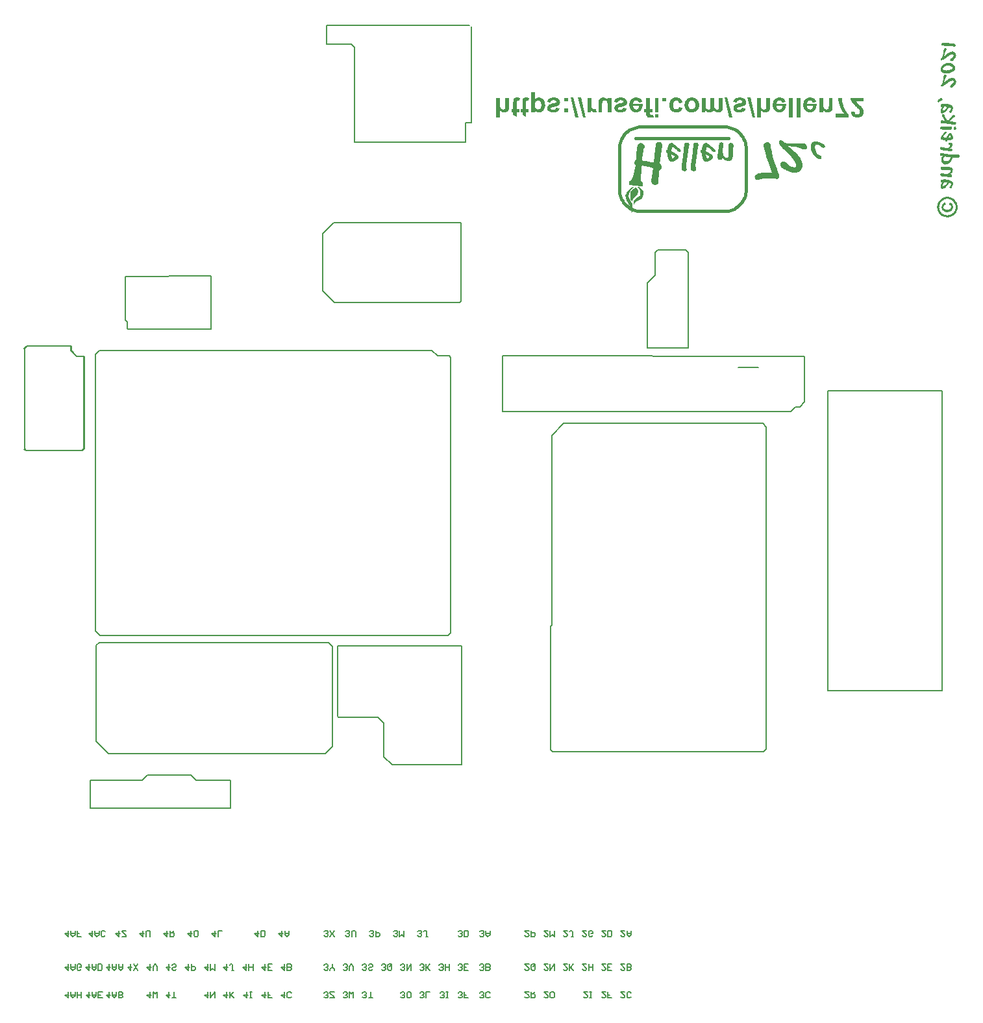
<source format=gbo>
G75*
G70*
%OFA0B0*%
%FSLAX25Y25*%
%IPPOS*%
%LPD*%
%AMOC8*
5,1,8,0,0,1.08239X$1,22.5*
%
%ADD190C,0.00472*%
%ADD26C,0.01575*%
%ADD329C,0.00787*%
%ADD49C,0.00669*%
X0000000Y0000000D02*
G01*
G75*
G36*
X0443955Y0509316D02*
X0444197Y0509281D01*
X0444543Y0509143D01*
X0444682Y0509074D01*
X0444785Y0509039D01*
X0444820Y0508970D01*
X0444855Y0508970D01*
X0444993Y0508797D01*
X0445131Y0508624D01*
X0445235Y0508278D01*
X0445270Y0508139D01*
X0445304Y0508036D01*
X0445304Y0507966D01*
X0445304Y0507932D01*
X0445304Y0507828D01*
X0445270Y0507655D01*
X0445270Y0507447D01*
X0445235Y0507205D01*
X0445166Y0506617D01*
X0445062Y0505994D01*
X0444958Y0505371D01*
X0444924Y0505095D01*
X0444889Y0504852D01*
X0444855Y0504645D01*
X0444855Y0504472D01*
X0444820Y0504368D01*
X0444820Y0504333D01*
X0444751Y0503745D01*
X0444682Y0503226D01*
X0444612Y0502707D01*
X0444543Y0502292D01*
X0444474Y0501877D01*
X0444439Y0501531D01*
X0444405Y0501219D01*
X0444370Y0500943D01*
X0444336Y0500700D01*
X0444301Y0500493D01*
X0444266Y0500320D01*
X0444266Y0500181D01*
X0444232Y0500043D01*
X0444232Y0499974D01*
X0444128Y0498175D01*
X0444232Y0498140D01*
X0444336Y0498071D01*
X0444509Y0497829D01*
X0444647Y0497621D01*
X0444682Y0497552D01*
X0444682Y0497517D01*
X0444855Y0497033D01*
X0444958Y0496652D01*
X0444993Y0496514D01*
X0444993Y0496410D01*
X0444993Y0496375D01*
X0444993Y0496341D01*
X0444958Y0495960D01*
X0444855Y0495683D01*
X0444716Y0495476D01*
X0444682Y0495441D01*
X0444682Y0495407D01*
X0444578Y0495268D01*
X0444474Y0495164D01*
X0444266Y0495026D01*
X0444128Y0494991D01*
X0444059Y0494991D01*
X0443817Y0495026D01*
X0443817Y0494853D01*
X0443782Y0494645D01*
X0443782Y0494369D01*
X0443747Y0494092D01*
X0443713Y0493815D01*
X0443713Y0493573D01*
X0443678Y0493434D01*
X0443678Y0493365D01*
X0443609Y0492708D01*
X0443574Y0492120D01*
X0443505Y0491566D01*
X0443471Y0491082D01*
X0443436Y0490632D01*
X0443401Y0490251D01*
X0443401Y0489940D01*
X0443367Y0489628D01*
X0443367Y0489386D01*
X0443367Y0489179D01*
X0443332Y0489006D01*
X0443332Y0488867D01*
X0443332Y0488694D01*
X0443332Y0488660D01*
X0443298Y0488417D01*
X0443263Y0488210D01*
X0443090Y0487864D01*
X0442917Y0487656D01*
X0442882Y0487587D01*
X0442848Y0487587D01*
X0442675Y0487449D01*
X0442467Y0487379D01*
X0442121Y0487241D01*
X0441948Y0487241D01*
X0441810Y0487206D01*
X0441706Y0487206D01*
X0441429Y0487241D01*
X0441152Y0487276D01*
X0440910Y0487379D01*
X0440703Y0487483D01*
X0440530Y0487587D01*
X0440391Y0487656D01*
X0440322Y0487725D01*
X0440287Y0487760D01*
X0440080Y0487968D01*
X0439941Y0488175D01*
X0439838Y0488383D01*
X0439768Y0488590D01*
X0439734Y0488763D01*
X0439699Y0488867D01*
X0439699Y0488971D01*
X0439699Y0489006D01*
X0439699Y0489213D01*
X0439734Y0489490D01*
X0439768Y0490078D01*
X0439838Y0490736D01*
X0439941Y0491393D01*
X0440045Y0492016D01*
X0440080Y0492293D01*
X0440114Y0492500D01*
X0440149Y0492708D01*
X0440149Y0492846D01*
X0440184Y0492950D01*
X0440184Y0492985D01*
X0440287Y0493711D01*
X0440391Y0494299D01*
X0440460Y0494784D01*
X0440495Y0495164D01*
X0440530Y0495441D01*
X0440564Y0495649D01*
X0440564Y0495753D01*
X0440564Y0495787D01*
X0440149Y0495960D01*
X0439734Y0496099D01*
X0438800Y0496375D01*
X0437865Y0496618D01*
X0436931Y0496791D01*
X0436516Y0496894D01*
X0436135Y0496964D01*
X0435755Y0497033D01*
X0435478Y0497067D01*
X0435201Y0497102D01*
X0435028Y0497137D01*
X0434890Y0497171D01*
X0434855Y0497171D01*
X0434717Y0496375D01*
X0434613Y0495510D01*
X0434544Y0494645D01*
X0434509Y0493780D01*
X0434475Y0493400D01*
X0434475Y0493019D01*
X0434440Y0492673D01*
X0434440Y0492396D01*
X0434440Y0492154D01*
X0434440Y0491981D01*
X0434440Y0491877D01*
X0434440Y0491843D01*
X0434405Y0491497D01*
X0434336Y0491185D01*
X0434267Y0490909D01*
X0434228Y0490830D01*
X0434454Y0489546D01*
X0434655Y0488805D01*
X0435220Y0488409D01*
X0435324Y0488216D01*
X0435349Y0488079D01*
X0435340Y0487724D01*
X0435268Y0486934D01*
X0435211Y0486853D01*
X0434961Y0486668D01*
X0434687Y0486619D01*
X0428696Y0487330D01*
X0428454Y0487499D01*
X0428350Y0487693D01*
X0428358Y0488048D01*
X0428398Y0488620D01*
X0428463Y0489055D01*
X0428519Y0489136D01*
X0428769Y0489322D01*
X0429213Y0489612D01*
X0429584Y0490313D01*
X0430213Y0491555D01*
X0431036Y0494103D01*
X0431439Y0496223D01*
X0431582Y0496956D01*
X0431603Y0497102D01*
X0431603Y0497275D01*
X0431637Y0497379D01*
X0431637Y0497413D01*
X0431637Y0497448D01*
X0431395Y0497552D01*
X0431222Y0497690D01*
X0431118Y0497829D01*
X0431084Y0497863D01*
X0431084Y0497898D01*
X0430980Y0498175D01*
X0430911Y0498417D01*
X0430876Y0498624D01*
X0430876Y0498659D01*
X0430876Y0498694D01*
X0430911Y0498970D01*
X0431049Y0499247D01*
X0431153Y0499455D01*
X0431188Y0499524D01*
X0431188Y0499559D01*
X0431291Y0499732D01*
X0431395Y0499835D01*
X0431603Y0499974D01*
X0431741Y0500043D01*
X0431776Y0500043D01*
X0431776Y0500147D01*
X0431776Y0500251D01*
X0431810Y0500597D01*
X0431845Y0501012D01*
X0431880Y0501427D01*
X0431914Y0501842D01*
X0431949Y0502188D01*
X0431949Y0502292D01*
X0431983Y0502396D01*
X0431983Y0502465D01*
X0431983Y0502500D01*
X0432018Y0502949D01*
X0432053Y0503399D01*
X0432087Y0503780D01*
X0432122Y0504126D01*
X0432156Y0504749D01*
X0432191Y0505233D01*
X0432226Y0505579D01*
X0432260Y0505821D01*
X0432260Y0505994D01*
X0432260Y0506029D01*
X0432295Y0506513D01*
X0432399Y0506928D01*
X0432502Y0507309D01*
X0432641Y0507620D01*
X0432779Y0507897D01*
X0432952Y0508105D01*
X0433125Y0508312D01*
X0433333Y0508451D01*
X0433679Y0508658D01*
X0433990Y0508762D01*
X0434198Y0508797D01*
X0434267Y0508797D01*
X0434475Y0508762D01*
X0434717Y0508693D01*
X0435132Y0508485D01*
X0435305Y0508382D01*
X0435443Y0508278D01*
X0435547Y0508209D01*
X0435582Y0508174D01*
X0435859Y0507932D01*
X0436032Y0507724D01*
X0436170Y0507517D01*
X0436274Y0507378D01*
X0436343Y0507240D01*
X0436378Y0507136D01*
X0436378Y0507101D01*
X0436378Y0507067D01*
X0436378Y0506790D01*
X0436343Y0506617D01*
X0436308Y0506548D01*
X0436274Y0506513D01*
X0436170Y0506409D01*
X0436066Y0506306D01*
X0435928Y0506271D01*
X0435893Y0506236D01*
X0435789Y0505787D01*
X0435686Y0505268D01*
X0435616Y0504749D01*
X0435513Y0504195D01*
X0435443Y0503711D01*
X0435374Y0503330D01*
X0435340Y0503157D01*
X0435305Y0503053D01*
X0435305Y0502984D01*
X0435305Y0502949D01*
X0435236Y0502534D01*
X0435201Y0502154D01*
X0435132Y0501531D01*
X0435063Y0500977D01*
X0434994Y0500597D01*
X0434959Y0500285D01*
X0434924Y0500078D01*
X0434924Y0499974D01*
X0434924Y0499939D01*
X0436135Y0499628D01*
X0437277Y0499386D01*
X0438281Y0499143D01*
X0438765Y0499074D01*
X0439180Y0498970D01*
X0439561Y0498901D01*
X0439907Y0498832D01*
X0440184Y0498797D01*
X0440460Y0498728D01*
X0440633Y0498694D01*
X0440806Y0498694D01*
X0440876Y0498659D01*
X0440910Y0498659D01*
X0440945Y0498867D01*
X0440979Y0499178D01*
X0441014Y0499524D01*
X0441049Y0499905D01*
X0441083Y0500251D01*
X0441118Y0500527D01*
X0441152Y0500735D01*
X0441152Y0500770D01*
X0441152Y0500804D01*
X0441291Y0501773D01*
X0441395Y0502638D01*
X0441464Y0503399D01*
X0441568Y0504091D01*
X0441637Y0504679D01*
X0441671Y0505198D01*
X0441706Y0505648D01*
X0441775Y0505994D01*
X0441775Y0506340D01*
X0441810Y0506582D01*
X0441810Y0506790D01*
X0441844Y0506928D01*
X0441844Y0507032D01*
X0441844Y0507101D01*
X0441844Y0507171D01*
X0441879Y0507517D01*
X0441914Y0507828D01*
X0441983Y0508105D01*
X0442087Y0508347D01*
X0442190Y0508520D01*
X0442260Y0508658D01*
X0442294Y0508728D01*
X0442329Y0508762D01*
X0442536Y0508970D01*
X0442779Y0509108D01*
X0442986Y0509212D01*
X0443228Y0509281D01*
X0443401Y0509316D01*
X0443574Y0509350D01*
X0443713Y0509350D01*
X0443955Y0509316D01*
D02*
G37*
G36*
X0432147Y0485394D02*
X0432574Y0484975D01*
X0432889Y0484394D01*
X0433034Y0483572D01*
X0432711Y0482596D01*
X0432147Y0481790D01*
X0431453Y0481314D01*
X0430921Y0480726D01*
X0430243Y0479758D01*
X0430009Y0479081D01*
X0430001Y0478726D01*
X0429518Y0479065D01*
X0429332Y0479315D01*
X0429107Y0480194D01*
X0428962Y0481016D01*
X0428921Y0481645D01*
X0428833Y0482548D01*
X0429099Y0483443D01*
X0429776Y0484411D01*
X0430478Y0485241D01*
X0430922Y0485531D01*
X0431583Y0485789D01*
X0432147Y0485394D01*
D02*
G37*
G36*
X0433365Y0486104D02*
X0434735Y0485144D01*
X0435211Y0484450D01*
X0435550Y0483733D01*
X0435695Y0482910D01*
X0435703Y0482063D01*
X0435299Y0481144D01*
X0434961Y0480661D01*
X0434372Y0479991D01*
X0433654Y0479653D01*
X0432936Y0479314D01*
X0432219Y0478976D01*
X0431638Y0478661D01*
X0431186Y0478016D01*
X0430928Y0477476D01*
X0430783Y0477097D01*
X0430517Y0477404D01*
X0430501Y0477895D01*
X0430566Y0478331D01*
X0430743Y0478928D01*
X0431058Y0479548D01*
X0431533Y0480056D01*
X0432033Y0480427D01*
X0432784Y0480983D01*
X0433558Y0481403D01*
X0433896Y0481886D01*
X0434017Y0482402D01*
X0434114Y0483055D01*
X0434050Y0483822D01*
X0433477Y0485063D01*
X0432357Y0486208D01*
X0432550Y0486313D01*
X0433365Y0486104D01*
D02*
G37*
G36*
X0430539Y0486100D02*
X0430357Y0485927D01*
X0429768Y0485257D01*
X0429035Y0484209D01*
X0428607Y0483427D01*
X0428260Y0482589D01*
X0428050Y0481774D01*
X0428091Y0481145D01*
X0428607Y0479823D01*
X0429259Y0478525D01*
X0429808Y0477420D01*
X0430106Y0476130D01*
X0430219Y0475090D01*
X0430065Y0474356D01*
X0429823Y0473324D01*
X0429412Y0473251D01*
X0429476Y0473687D01*
X0429283Y0474783D01*
X0428977Y0475719D01*
X0428534Y0476630D01*
X0427719Y0478041D01*
X0427091Y0479202D01*
X0426518Y0480444D01*
X0426438Y0481702D01*
X0426849Y0482976D01*
X0427277Y0483758D01*
X0428261Y0484992D01*
X0429373Y0485894D01*
X0430297Y0486269D01*
X0430539Y0486100D01*
D02*
G37*
G36*
X0506209Y0510249D02*
X0506363Y0510171D01*
X0506557Y0510065D01*
X0506792Y0509930D01*
X0506992Y0509790D01*
X0507153Y0509678D01*
X0507273Y0509594D01*
X0507313Y0509565D01*
X0507553Y0509397D01*
X0507754Y0509257D01*
X0508034Y0509060D01*
X0508229Y0508954D01*
X0508269Y0508926D01*
X0508423Y0508848D01*
X0508646Y0508782D01*
X0509085Y0508683D01*
X0509301Y0508651D01*
X0509483Y0508613D01*
X0509592Y0508597D01*
X0509626Y0508603D01*
X0510019Y0508567D01*
X0510417Y0508497D01*
X0510844Y0508467D01*
X0511231Y0508465D01*
X0511556Y0508416D01*
X0511800Y0508424D01*
X0511983Y0508386D01*
X0512051Y0508398D01*
X0512654Y0508364D01*
X0513217Y0508358D01*
X0513747Y0508346D01*
X0514270Y0508368D01*
X0514725Y0508378D01*
X0515146Y0508382D01*
X0515492Y0508408D01*
X0515839Y0508434D01*
X0516152Y0508454D01*
X0516430Y0508468D01*
X0516635Y0508504D01*
X0516811Y0508500D01*
X0517152Y0508560D01*
X0517533Y0508592D01*
X0517851Y0508578D01*
X0518142Y0508524D01*
X0518405Y0508429D01*
X0518593Y0508357D01*
X0518747Y0508279D01*
X0518827Y0508223D01*
X0518868Y0508195D01*
X0519120Y0507958D01*
X0519305Y0507710D01*
X0519455Y0507455D01*
X0519565Y0507229D01*
X0519635Y0507030D01*
X0519705Y0506832D01*
X0519723Y0506730D01*
X0519729Y0506696D01*
X0519721Y0506343D01*
X0519627Y0506080D01*
X0519418Y0505868D01*
X0519198Y0505724D01*
X0518943Y0505573D01*
X0518711Y0505497D01*
X0518506Y0505461D01*
X0518228Y0505447D01*
X0517863Y0505523D01*
X0517424Y0505622D01*
X0516979Y0505754D01*
X0516528Y0505920D01*
X0516157Y0506031D01*
X0516009Y0506075D01*
X0515929Y0506131D01*
X0515855Y0506153D01*
X0515821Y0506147D01*
X0515113Y0506374D01*
X0514486Y0506544D01*
X0514001Y0506704D01*
X0513596Y0506809D01*
X0513305Y0506863D01*
X0513089Y0506895D01*
X0512941Y0506939D01*
X0512907Y0506933D01*
X0509974Y0507224D01*
X0510600Y0506667D01*
X0511179Y0506172D01*
X0511718Y0505705D01*
X0512177Y0505294D01*
X0512596Y0504911D01*
X0512974Y0504556D01*
X0513307Y0504263D01*
X0513560Y0504027D01*
X0513812Y0503790D01*
X0514018Y0503616D01*
X0514151Y0503463D01*
X0514277Y0503345D01*
X0514363Y0503255D01*
X0514443Y0503199D01*
X0514490Y0503137D01*
X0514966Y0502624D01*
X0515369Y0502132D01*
X0515692Y0501697D01*
X0515968Y0501325D01*
X0516159Y0501042D01*
X0516303Y0500821D01*
X0516367Y0500657D01*
X0516407Y0500629D01*
X0516622Y0500210D01*
X0516796Y0499819D01*
X0516930Y0499456D01*
X0517065Y0499093D01*
X0517112Y0498821D01*
X0517189Y0498589D01*
X0517219Y0498418D01*
X0517225Y0498384D01*
X0517305Y0497731D01*
X0517271Y0497127D01*
X0517156Y0496580D01*
X0517030Y0496101D01*
X0516852Y0495718D01*
X0516729Y0495416D01*
X0516617Y0495255D01*
X0516561Y0495175D01*
X0516156Y0494682D01*
X0515733Y0494291D01*
X0515264Y0493963D01*
X0514811Y0493742D01*
X0514386Y0493562D01*
X0514051Y0493468D01*
X0513921Y0493410D01*
X0513751Y0493380D01*
X0513404Y0493354D01*
X0513051Y0493362D01*
X0512652Y0493432D01*
X0512213Y0493530D01*
X0511329Y0493761D01*
X0510462Y0494100D01*
X0509662Y0494451D01*
X0509319Y0494601D01*
X0509017Y0494723D01*
X0508782Y0494858D01*
X0508588Y0494964D01*
X0508473Y0495014D01*
X0508433Y0495042D01*
X0508199Y0495176D01*
X0508010Y0495249D01*
X0507856Y0495327D01*
X0507742Y0495377D01*
X0507628Y0495427D01*
X0507587Y0495455D01*
X0507125Y0495690D01*
X0506764Y0495942D01*
X0506505Y0496213D01*
X0506321Y0496461D01*
X0506177Y0496682D01*
X0506112Y0496846D01*
X0506054Y0496977D01*
X0506048Y0497011D01*
X0505986Y0497562D01*
X0506012Y0497812D01*
X0506044Y0498029D01*
X0506055Y0498171D01*
X0506099Y0498319D01*
X0506121Y0498394D01*
X0506115Y0498428D01*
X0506221Y0498622D01*
X0506333Y0498782D01*
X0506486Y0498915D01*
X0506610Y0499007D01*
X0506802Y0499111D01*
X0506905Y0499129D01*
X0507319Y0499167D01*
X0507706Y0499165D01*
X0507849Y0499155D01*
X0507957Y0499139D01*
X0508031Y0499117D01*
X0508065Y0499123D01*
X0508436Y0499013D01*
X0508704Y0498884D01*
X0508865Y0498772D01*
X0508905Y0498744D01*
X0509410Y0498271D01*
X0509903Y0497866D01*
X0510350Y0497523D01*
X0510757Y0497208D01*
X0511111Y0496990D01*
X0511466Y0496771D01*
X0511775Y0496615D01*
X0512043Y0496487D01*
X0512300Y0496426D01*
X0512488Y0496354D01*
X0512819Y0496272D01*
X0512995Y0496268D01*
X0513302Y0496322D01*
X0513500Y0496392D01*
X0513631Y0496450D01*
X0513761Y0496508D01*
X0513879Y0496635D01*
X0513907Y0496675D01*
X0513957Y0496789D01*
X0514002Y0496937D01*
X0513976Y0497284D01*
X0513980Y0497461D01*
X0513956Y0497597D01*
X0513938Y0497699D01*
X0513932Y0497733D01*
X0513825Y0498136D01*
X0513639Y0498595D01*
X0513425Y0499014D01*
X0513204Y0499467D01*
X0512962Y0499846D01*
X0512771Y0500128D01*
X0512679Y0500253D01*
X0512627Y0500349D01*
X0512587Y0500377D01*
X0512581Y0500411D01*
X0512160Y0501004D01*
X0511711Y0501558D01*
X0511314Y0502015D01*
X0510958Y0502444D01*
X0510653Y0502776D01*
X0510401Y0503013D01*
X0510234Y0503159D01*
X0510188Y0503221D01*
X0509477Y0503869D01*
X0508840Y0504494D01*
X0508282Y0505064D01*
X0507771Y0505571D01*
X0507380Y0505994D01*
X0507076Y0506326D01*
X0506950Y0506445D01*
X0506898Y0506541D01*
X0506823Y0506563D01*
X0506817Y0506597D01*
X0506334Y0507144D01*
X0505972Y0507608D01*
X0505695Y0507980D01*
X0505499Y0508297D01*
X0505389Y0508524D01*
X0505331Y0508654D01*
X0505278Y0508750D01*
X0505272Y0508784D01*
X0505234Y0509199D01*
X0505317Y0509530D01*
X0505389Y0509718D01*
X0505411Y0509792D01*
X0505613Y0510039D01*
X0505834Y0510183D01*
X0506032Y0510253D01*
X0506100Y0510265D01*
X0506209Y0510249D01*
D02*
G37*
G36*
X0499706Y0509067D02*
X0499889Y0509029D01*
X0499997Y0509013D01*
X0500077Y0508957D01*
X0500111Y0508963D01*
X0500306Y0508857D01*
X0500466Y0508745D01*
X0500598Y0508592D01*
X0500690Y0508468D01*
X0500795Y0508276D01*
X0500807Y0508208D01*
X0500813Y0508173D01*
X0500975Y0507253D01*
X0501125Y0506401D01*
X0501257Y0505652D01*
X0501405Y0505011D01*
X0501496Y0504499D01*
X0501532Y0504295D01*
X0501562Y0504125D01*
X0501586Y0503988D01*
X0501604Y0503886D01*
X0501610Y0503852D01*
X0501616Y0503818D01*
X0501764Y0503176D01*
X0501866Y0502597D01*
X0501990Y0502092D01*
X0502103Y0501655D01*
X0502203Y0501286D01*
X0502285Y0501020D01*
X0502343Y0500889D01*
X0502355Y0500821D01*
X0502437Y0500555D01*
X0502559Y0500260D01*
X0502654Y0499925D01*
X0502788Y0499563D01*
X0503062Y0498803D01*
X0503309Y0498003D01*
X0503577Y0497277D01*
X0503671Y0496943D01*
X0503753Y0496676D01*
X0503864Y0496450D01*
X0503894Y0496279D01*
X0503952Y0496149D01*
X0503958Y0496115D01*
X0504162Y0495554D01*
X0504308Y0495123D01*
X0504402Y0494788D01*
X0504513Y0494561D01*
X0504543Y0494391D01*
X0504595Y0494295D01*
X0504607Y0494227D01*
X0504665Y0494097D01*
X0504735Y0493898D01*
X0504875Y0493501D01*
X0504946Y0493303D01*
X0504976Y0493132D01*
X0505028Y0493036D01*
X0505034Y0493002D01*
X0505156Y0492707D01*
X0505232Y0492475D01*
X0505296Y0492310D01*
X0505320Y0492174D01*
X0505366Y0492112D01*
X0505372Y0492078D01*
X0505378Y0492044D01*
X0505420Y0491806D01*
X0505382Y0491623D01*
X0505306Y0491258D01*
X0505262Y0491110D01*
X0505212Y0490996D01*
X0505184Y0490956D01*
X0505156Y0490916D01*
X0505009Y0490749D01*
X0504897Y0490589D01*
X0504608Y0490433D01*
X0504416Y0490328D01*
X0504177Y0490286D01*
X0503995Y0490324D01*
X0503534Y0490349D01*
X0503318Y0490381D01*
X0503141Y0490385D01*
X0502993Y0490429D01*
X0502959Y0490423D01*
X0501740Y0490559D01*
X0501171Y0490599D01*
X0500676Y0490618D01*
X0500249Y0490648D01*
X0499902Y0490622D01*
X0499686Y0490654D01*
X0499618Y0490642D01*
X0499020Y0490642D01*
X0498531Y0490626D01*
X0498116Y0490588D01*
X0497736Y0490556D01*
X0497457Y0490542D01*
X0496946Y0490452D01*
X0496713Y0490376D01*
X0496208Y0490251D01*
X0495970Y0490209D01*
X0495771Y0490139D01*
X0495601Y0490109D01*
X0495300Y0490021D01*
X0495062Y0489979D01*
X0494863Y0489909D01*
X0494454Y0489837D01*
X0494244Y0489835D01*
X0494033Y0489833D01*
X0493703Y0489915D01*
X0493468Y0490049D01*
X0493428Y0490077D01*
X0493388Y0490105D01*
X0493222Y0490252D01*
X0493118Y0490444D01*
X0492909Y0490829D01*
X0492879Y0490999D01*
X0492821Y0491130D01*
X0492803Y0491232D01*
X0492797Y0491266D01*
X0492789Y0491511D01*
X0492821Y0491727D01*
X0493034Y0492116D01*
X0493112Y0492270D01*
X0493236Y0492362D01*
X0493292Y0492443D01*
X0493320Y0492483D01*
X0493569Y0492667D01*
X0493823Y0492817D01*
X0494277Y0493038D01*
X0494475Y0493108D01*
X0494639Y0493172D01*
X0495559Y0493334D01*
X0496287Y0493392D01*
X0496906Y0493466D01*
X0497463Y0493494D01*
X0497884Y0493498D01*
X0498197Y0493518D01*
X0498414Y0493486D01*
X0498482Y0493498D01*
X0499193Y0493448D01*
X0499830Y0493420D01*
X0500388Y0493448D01*
X0500809Y0493452D01*
X0501189Y0493484D01*
X0501434Y0493492D01*
X0501638Y0493528D01*
X0501620Y0493630D01*
X0501556Y0493794D01*
X0501520Y0493999D01*
X0501444Y0494231D01*
X0501252Y0494724D01*
X0501047Y0495286D01*
X0500855Y0495779D01*
X0500779Y0496011D01*
X0500709Y0496210D01*
X0500639Y0496408D01*
X0500581Y0496538D01*
X0500534Y0496600D01*
X0500528Y0496634D01*
X0500190Y0497559D01*
X0499863Y0498415D01*
X0499583Y0499208D01*
X0499354Y0499906D01*
X0499266Y0500206D01*
X0499150Y0500467D01*
X0499074Y0500700D01*
X0499038Y0500904D01*
X0498974Y0501068D01*
X0498922Y0501164D01*
X0498910Y0501233D01*
X0498904Y0501267D01*
X0498803Y0501636D01*
X0498703Y0502004D01*
X0498533Y0502572D01*
X0498415Y0503043D01*
X0498315Y0503411D01*
X0498233Y0503678D01*
X0498202Y0503848D01*
X0498184Y0503951D01*
X0498178Y0503985D01*
X0498154Y0504121D01*
X0498084Y0504319D01*
X0497972Y0504756D01*
X0497896Y0504989D01*
X0497860Y0505193D01*
X0497802Y0505324D01*
X0497796Y0505358D01*
X0497619Y0505959D01*
X0497501Y0506430D01*
X0497395Y0506833D01*
X0497335Y0507174D01*
X0497259Y0507406D01*
X0497235Y0507543D01*
X0497217Y0507645D01*
X0497211Y0507679D01*
X0497221Y0507821D01*
X0497231Y0507963D01*
X0497393Y0508238D01*
X0497534Y0508438D01*
X0497556Y0508513D01*
X0497590Y0508519D01*
X0497963Y0508795D01*
X0498353Y0508969D01*
X0498524Y0508999D01*
X0498654Y0509058D01*
X0498756Y0509076D01*
X0499279Y0509098D01*
X0499524Y0509106D01*
X0499706Y0509067D01*
D02*
G37*
G36*
X0524648Y0509479D02*
X0525179Y0509387D01*
X0525686Y0509248D01*
X0526170Y0509087D01*
X0526585Y0508949D01*
X0526747Y0508880D01*
X0526908Y0508810D01*
X0527023Y0508741D01*
X0527116Y0508718D01*
X0527162Y0508672D01*
X0527185Y0508672D01*
X0527485Y0508511D01*
X0527738Y0508349D01*
X0527969Y0508188D01*
X0528176Y0508049D01*
X0528338Y0507888D01*
X0528476Y0507750D01*
X0528591Y0507634D01*
X0528684Y0507496D01*
X0528799Y0507288D01*
X0528868Y0507104D01*
X0528891Y0507012D01*
X0528891Y0506966D01*
X0528868Y0506873D01*
X0528845Y0506781D01*
X0528753Y0506620D01*
X0528638Y0506527D01*
X0528615Y0506481D01*
X0528591Y0506481D01*
X0528361Y0506366D01*
X0528153Y0506297D01*
X0528038Y0506274D01*
X0527900Y0506274D01*
X0527738Y0506297D01*
X0527577Y0506389D01*
X0527392Y0506481D01*
X0527208Y0506620D01*
X0527046Y0506735D01*
X0526931Y0506850D01*
X0526839Y0506943D01*
X0526816Y0506966D01*
X0526724Y0507058D01*
X0526631Y0507150D01*
X0526516Y0507242D01*
X0526447Y0507288D01*
X0526424Y0507311D01*
X0526355Y0507358D01*
X0526286Y0507381D01*
X0526239Y0507404D01*
X0526216Y0507427D01*
X0525870Y0507611D01*
X0525571Y0507750D01*
X0525294Y0507842D01*
X0525086Y0507911D01*
X0524902Y0507957D01*
X0524763Y0507980D01*
X0524648Y0507980D01*
X0524487Y0507957D01*
X0524325Y0507934D01*
X0524210Y0507888D01*
X0524118Y0507842D01*
X0524003Y0507750D01*
X0523956Y0507703D01*
X0523887Y0507588D01*
X0523841Y0507427D01*
X0523795Y0507104D01*
X0523772Y0506966D01*
X0523772Y0506850D01*
X0523772Y0506758D01*
X0523772Y0506735D01*
X0523795Y0506205D01*
X0523887Y0505697D01*
X0524003Y0505236D01*
X0524141Y0504821D01*
X0524256Y0504475D01*
X0524325Y0504314D01*
X0524371Y0504198D01*
X0524418Y0504106D01*
X0524464Y0504037D01*
X0524487Y0503991D01*
X0524487Y0503968D01*
X0524625Y0503737D01*
X0524787Y0503507D01*
X0524925Y0503322D01*
X0525086Y0503161D01*
X0525386Y0502884D01*
X0525663Y0502700D01*
X0525916Y0502561D01*
X0526101Y0502469D01*
X0526239Y0502423D01*
X0526286Y0502423D01*
X0526516Y0502330D01*
X0526700Y0502192D01*
X0526816Y0502008D01*
X0526908Y0501800D01*
X0526954Y0501616D01*
X0527000Y0501454D01*
X0527000Y0501339D01*
X0527000Y0501293D01*
X0526954Y0500993D01*
X0526839Y0500785D01*
X0526700Y0500624D01*
X0526516Y0500532D01*
X0526332Y0500463D01*
X0526193Y0500440D01*
X0526078Y0500417D01*
X0526032Y0500417D01*
X0525847Y0500440D01*
X0525663Y0500509D01*
X0525432Y0500624D01*
X0525225Y0500716D01*
X0525040Y0500832D01*
X0524879Y0500947D01*
X0524787Y0501016D01*
X0524740Y0501039D01*
X0524441Y0501270D01*
X0524141Y0501523D01*
X0523887Y0501777D01*
X0523657Y0502008D01*
X0523449Y0502215D01*
X0523311Y0502377D01*
X0523218Y0502469D01*
X0523195Y0502515D01*
X0522896Y0502907D01*
X0522642Y0503299D01*
X0522411Y0503691D01*
X0522204Y0504083D01*
X0522042Y0504475D01*
X0521904Y0504867D01*
X0521789Y0505213D01*
X0521697Y0505559D01*
X0521627Y0505882D01*
X0521581Y0506181D01*
X0521535Y0506435D01*
X0521512Y0506666D01*
X0521512Y0506827D01*
X0521489Y0506966D01*
X0521489Y0507058D01*
X0521489Y0507081D01*
X0521512Y0507496D01*
X0521604Y0507865D01*
X0521697Y0508165D01*
X0521835Y0508441D01*
X0521950Y0508626D01*
X0522065Y0508787D01*
X0522135Y0508880D01*
X0522158Y0508903D01*
X0522434Y0509110D01*
X0522757Y0509272D01*
X0523080Y0509364D01*
X0523403Y0509456D01*
X0523680Y0509502D01*
X0523933Y0509525D01*
X0524141Y0509525D01*
X0524648Y0509479D01*
D02*
G37*
G36*
X0467877Y0508887D02*
X0468015Y0508841D01*
X0468153Y0508772D01*
X0468338Y0508680D01*
X0468707Y0508426D01*
X0469122Y0508150D01*
X0469491Y0507896D01*
X0469652Y0507758D01*
X0469814Y0507642D01*
X0469929Y0507550D01*
X0470021Y0507481D01*
X0470090Y0507435D01*
X0470113Y0507412D01*
X0470252Y0507296D01*
X0470344Y0507227D01*
X0470390Y0507181D01*
X0470413Y0507181D01*
X0470805Y0506881D01*
X0471151Y0506605D01*
X0471451Y0506328D01*
X0471704Y0506097D01*
X0471935Y0505890D01*
X0472096Y0505682D01*
X0472258Y0505521D01*
X0472373Y0505359D01*
X0472466Y0505221D01*
X0472535Y0505106D01*
X0472627Y0504944D01*
X0472650Y0504829D01*
X0472650Y0504806D01*
X0472627Y0504598D01*
X0472535Y0504437D01*
X0472419Y0504322D01*
X0472281Y0504229D01*
X0472120Y0504183D01*
X0472004Y0504160D01*
X0471889Y0504160D01*
X0471681Y0504206D01*
X0471497Y0504276D01*
X0471359Y0504345D01*
X0471336Y0504391D01*
X0471313Y0504391D01*
X0471174Y0504506D01*
X0470990Y0504668D01*
X0470782Y0504875D01*
X0470575Y0505083D01*
X0470390Y0505267D01*
X0470229Y0505429D01*
X0470113Y0505544D01*
X0470067Y0505590D01*
X0469860Y0505797D01*
X0469675Y0505982D01*
X0469491Y0506166D01*
X0469329Y0506305D01*
X0469053Y0506512D01*
X0468822Y0506651D01*
X0468661Y0506743D01*
X0468545Y0506789D01*
X0468476Y0506812D01*
X0468453Y0506812D01*
X0468361Y0506789D01*
X0468269Y0506720D01*
X0468199Y0506651D01*
X0468130Y0506535D01*
X0468061Y0506443D01*
X0468038Y0506374D01*
X0467992Y0506305D01*
X0467992Y0506282D01*
X0467877Y0505867D01*
X0467830Y0505659D01*
X0467807Y0505452D01*
X0467807Y0505290D01*
X0467784Y0505152D01*
X0467784Y0505060D01*
X0467784Y0505036D01*
X0467784Y0504529D01*
X0467830Y0504506D01*
X0467900Y0504460D01*
X0468084Y0504345D01*
X0468338Y0504206D01*
X0468591Y0504045D01*
X0468845Y0503906D01*
X0469053Y0503791D01*
X0469145Y0503745D01*
X0469214Y0503699D01*
X0469237Y0503676D01*
X0469260Y0503676D01*
X0469491Y0503538D01*
X0469698Y0503422D01*
X0470067Y0503215D01*
X0470344Y0503053D01*
X0470528Y0502915D01*
X0470690Y0502846D01*
X0470759Y0502777D01*
X0470805Y0502731D01*
X0470828Y0502731D01*
X0470990Y0502546D01*
X0471105Y0502408D01*
X0471174Y0502292D01*
X0471197Y0502246D01*
X0471243Y0502131D01*
X0471266Y0502016D01*
X0471289Y0501739D01*
X0471313Y0501624D01*
X0471313Y0501531D01*
X0471313Y0501462D01*
X0471313Y0501439D01*
X0471289Y0501255D01*
X0471220Y0501070D01*
X0471105Y0500909D01*
X0471013Y0500747D01*
X0470897Y0500609D01*
X0470782Y0500494D01*
X0470713Y0500424D01*
X0470690Y0500401D01*
X0470459Y0500194D01*
X0470206Y0500009D01*
X0469952Y0499848D01*
X0469721Y0499733D01*
X0469514Y0499617D01*
X0469352Y0499548D01*
X0469260Y0499502D01*
X0469214Y0499479D01*
X0468891Y0499364D01*
X0468568Y0499271D01*
X0468246Y0499225D01*
X0467969Y0499179D01*
X0467738Y0499156D01*
X0467554Y0499133D01*
X0467392Y0499133D01*
X0467254Y0499156D01*
X0467116Y0499248D01*
X0467000Y0499341D01*
X0466862Y0499479D01*
X0466770Y0499594D01*
X0466677Y0499710D01*
X0466631Y0499802D01*
X0466608Y0499825D01*
X0466447Y0500079D01*
X0466308Y0500355D01*
X0466193Y0500632D01*
X0466101Y0500909D01*
X0466032Y0501139D01*
X0465963Y0501324D01*
X0465940Y0501439D01*
X0465916Y0501462D01*
X0465916Y0501485D01*
X0465824Y0501854D01*
X0465778Y0502223D01*
X0465732Y0502569D01*
X0465686Y0502892D01*
X0465686Y0503169D01*
X0465663Y0503399D01*
X0465663Y0503538D01*
X0465663Y0503561D01*
X0465663Y0503584D01*
X0465501Y0503653D01*
X0465340Y0503722D01*
X0465248Y0503791D01*
X0465156Y0503860D01*
X0465086Y0503906D01*
X0465040Y0503953D01*
X0465017Y0503976D01*
X0464948Y0504137D01*
X0464902Y0504345D01*
X0464879Y0504437D01*
X0464879Y0504506D01*
X0464879Y0504552D01*
X0464879Y0504575D01*
X0464902Y0504714D01*
X0464948Y0504829D01*
X0464971Y0504921D01*
X0464994Y0504967D01*
X0465086Y0505083D01*
X0465178Y0505152D01*
X0465248Y0505175D01*
X0465271Y0505175D01*
X0465455Y0505152D01*
X0465594Y0505129D01*
X0465686Y0505106D01*
X0465709Y0505106D01*
X0465709Y0505475D01*
X0465732Y0505959D01*
X0465801Y0506397D01*
X0465893Y0506812D01*
X0466009Y0507158D01*
X0466101Y0507435D01*
X0466193Y0507665D01*
X0466262Y0507804D01*
X0466285Y0507827D01*
X0466285Y0507850D01*
X0466401Y0508034D01*
X0466516Y0508196D01*
X0466770Y0508472D01*
X0467023Y0508657D01*
X0467254Y0508772D01*
X0467461Y0508864D01*
X0467646Y0508887D01*
X0467738Y0508911D01*
X0467784Y0508911D01*
X0467877Y0508887D01*
D02*
G37*
G36*
X0450143Y0508887D02*
X0450282Y0508841D01*
X0450420Y0508772D01*
X0450605Y0508680D01*
X0450974Y0508426D01*
X0451389Y0508150D01*
X0451758Y0507896D01*
X0451919Y0507758D01*
X0452080Y0507642D01*
X0452196Y0507550D01*
X0452288Y0507481D01*
X0452357Y0507435D01*
X0452380Y0507412D01*
X0452519Y0507296D01*
X0452611Y0507227D01*
X0452657Y0507181D01*
X0452680Y0507181D01*
X0453072Y0506881D01*
X0453418Y0506605D01*
X0453718Y0506328D01*
X0453971Y0506097D01*
X0454202Y0505890D01*
X0454363Y0505682D01*
X0454525Y0505521D01*
X0454640Y0505359D01*
X0454732Y0505221D01*
X0454802Y0505106D01*
X0454894Y0504944D01*
X0454917Y0504829D01*
X0454917Y0504806D01*
X0454894Y0504598D01*
X0454802Y0504437D01*
X0454686Y0504322D01*
X0454548Y0504229D01*
X0454386Y0504183D01*
X0454271Y0504160D01*
X0454156Y0504160D01*
X0453948Y0504206D01*
X0453764Y0504276D01*
X0453625Y0504345D01*
X0453602Y0504391D01*
X0453579Y0504391D01*
X0453441Y0504506D01*
X0453257Y0504668D01*
X0453049Y0504875D01*
X0452841Y0505083D01*
X0452657Y0505267D01*
X0452495Y0505429D01*
X0452380Y0505544D01*
X0452334Y0505590D01*
X0452127Y0505797D01*
X0451942Y0505982D01*
X0451758Y0506166D01*
X0451596Y0506305D01*
X0451320Y0506512D01*
X0451089Y0506651D01*
X0450927Y0506743D01*
X0450812Y0506789D01*
X0450743Y0506812D01*
X0450720Y0506812D01*
X0450628Y0506789D01*
X0450535Y0506720D01*
X0450466Y0506651D01*
X0450397Y0506535D01*
X0450328Y0506443D01*
X0450305Y0506374D01*
X0450259Y0506305D01*
X0450259Y0506282D01*
X0450143Y0505867D01*
X0450097Y0505659D01*
X0450074Y0505452D01*
X0450074Y0505290D01*
X0450051Y0505152D01*
X0450051Y0505060D01*
X0450051Y0505036D01*
X0450051Y0504529D01*
X0450097Y0504506D01*
X0450167Y0504460D01*
X0450351Y0504345D01*
X0450605Y0504206D01*
X0450858Y0504045D01*
X0451112Y0503906D01*
X0451320Y0503791D01*
X0451412Y0503745D01*
X0451481Y0503699D01*
X0451504Y0503676D01*
X0451527Y0503676D01*
X0451758Y0503538D01*
X0451965Y0503422D01*
X0452334Y0503215D01*
X0452611Y0503053D01*
X0452795Y0502915D01*
X0452957Y0502846D01*
X0453026Y0502777D01*
X0453072Y0502731D01*
X0453095Y0502731D01*
X0453257Y0502546D01*
X0453372Y0502408D01*
X0453441Y0502292D01*
X0453464Y0502246D01*
X0453510Y0502131D01*
X0453533Y0502016D01*
X0453556Y0501739D01*
X0453579Y0501624D01*
X0453579Y0501531D01*
X0453579Y0501462D01*
X0453579Y0501439D01*
X0453556Y0501255D01*
X0453487Y0501070D01*
X0453372Y0500909D01*
X0453280Y0500747D01*
X0453164Y0500609D01*
X0453049Y0500494D01*
X0452980Y0500424D01*
X0452957Y0500401D01*
X0452726Y0500194D01*
X0452472Y0500009D01*
X0452219Y0499848D01*
X0451988Y0499733D01*
X0451781Y0499617D01*
X0451619Y0499548D01*
X0451527Y0499502D01*
X0451481Y0499479D01*
X0451158Y0499364D01*
X0450835Y0499271D01*
X0450512Y0499225D01*
X0450236Y0499179D01*
X0450005Y0499156D01*
X0449821Y0499133D01*
X0449659Y0499133D01*
X0449521Y0499156D01*
X0449382Y0499248D01*
X0449267Y0499341D01*
X0449129Y0499479D01*
X0449037Y0499594D01*
X0448944Y0499710D01*
X0448898Y0499802D01*
X0448875Y0499825D01*
X0448714Y0500079D01*
X0448575Y0500355D01*
X0448460Y0500632D01*
X0448368Y0500909D01*
X0448299Y0501139D01*
X0448229Y0501324D01*
X0448206Y0501439D01*
X0448183Y0501462D01*
X0448183Y0501485D01*
X0448091Y0501854D01*
X0448045Y0502223D01*
X0447999Y0502569D01*
X0447953Y0502892D01*
X0447953Y0503169D01*
X0447930Y0503399D01*
X0447930Y0503538D01*
X0447930Y0503561D01*
X0447930Y0503584D01*
X0447768Y0503653D01*
X0447607Y0503722D01*
X0447515Y0503791D01*
X0447422Y0503860D01*
X0447353Y0503906D01*
X0447307Y0503953D01*
X0447284Y0503976D01*
X0447215Y0504137D01*
X0447169Y0504345D01*
X0447146Y0504437D01*
X0447146Y0504506D01*
X0447146Y0504552D01*
X0447146Y0504575D01*
X0447169Y0504714D01*
X0447215Y0504829D01*
X0447238Y0504921D01*
X0447261Y0504967D01*
X0447353Y0505083D01*
X0447445Y0505152D01*
X0447515Y0505175D01*
X0447538Y0505175D01*
X0447722Y0505152D01*
X0447860Y0505129D01*
X0447953Y0505106D01*
X0447976Y0505106D01*
X0447976Y0505475D01*
X0447999Y0505959D01*
X0448068Y0506397D01*
X0448160Y0506812D01*
X0448276Y0507158D01*
X0448368Y0507435D01*
X0448460Y0507665D01*
X0448529Y0507804D01*
X0448552Y0507827D01*
X0448552Y0507850D01*
X0448668Y0508034D01*
X0448783Y0508196D01*
X0449037Y0508472D01*
X0449290Y0508657D01*
X0449521Y0508772D01*
X0449728Y0508864D01*
X0449913Y0508887D01*
X0450005Y0508911D01*
X0450051Y0508911D01*
X0450143Y0508887D01*
D02*
G37*
G36*
X0476040Y0509072D02*
X0476247Y0509003D01*
X0476386Y0508934D01*
X0476409Y0508911D01*
X0476432Y0508911D01*
X0476524Y0508841D01*
X0476616Y0508749D01*
X0476685Y0508588D01*
X0476732Y0508472D01*
X0476732Y0508449D01*
X0476732Y0508426D01*
X0476732Y0508334D01*
X0476732Y0508196D01*
X0476685Y0507919D01*
X0476662Y0507596D01*
X0476616Y0507250D01*
X0476570Y0506951D01*
X0476547Y0506674D01*
X0476524Y0506581D01*
X0476501Y0506512D01*
X0476501Y0506466D01*
X0476501Y0506443D01*
X0476432Y0505982D01*
X0476386Y0505613D01*
X0476363Y0505313D01*
X0476340Y0505083D01*
X0476316Y0504921D01*
X0476316Y0504806D01*
X0476316Y0504760D01*
X0476316Y0504737D01*
X0476340Y0504368D01*
X0476363Y0504022D01*
X0476409Y0503699D01*
X0476478Y0503422D01*
X0476547Y0503215D01*
X0476593Y0503030D01*
X0476616Y0502938D01*
X0476639Y0502892D01*
X0476778Y0502592D01*
X0476916Y0502339D01*
X0477077Y0502085D01*
X0477216Y0501900D01*
X0477354Y0501739D01*
X0477469Y0501624D01*
X0477539Y0501554D01*
X0477562Y0501531D01*
X0477769Y0501347D01*
X0477977Y0501232D01*
X0478161Y0501139D01*
X0478323Y0501070D01*
X0478438Y0501024D01*
X0478553Y0501001D01*
X0478622Y0501001D01*
X0478761Y0501047D01*
X0478899Y0501139D01*
X0478992Y0501301D01*
X0479084Y0501485D01*
X0479176Y0501739D01*
X0479222Y0501993D01*
X0479337Y0502569D01*
X0479384Y0503169D01*
X0479406Y0503422D01*
X0479406Y0503676D01*
X0479430Y0503860D01*
X0479430Y0504022D01*
X0479430Y0504114D01*
X0479430Y0504160D01*
X0479430Y0504345D01*
X0479430Y0504529D01*
X0479406Y0504668D01*
X0479406Y0504714D01*
X0479406Y0504737D01*
X0479406Y0504875D01*
X0479406Y0504944D01*
X0479406Y0504990D01*
X0479406Y0505013D01*
X0479406Y0505221D01*
X0479406Y0505475D01*
X0479384Y0505751D01*
X0479384Y0506028D01*
X0479384Y0506305D01*
X0479360Y0506512D01*
X0479360Y0506605D01*
X0479360Y0506674D01*
X0479360Y0506697D01*
X0479360Y0506720D01*
X0479360Y0507043D01*
X0479337Y0507296D01*
X0479337Y0507504D01*
X0479337Y0507642D01*
X0479337Y0507758D01*
X0479337Y0507850D01*
X0479337Y0507873D01*
X0479337Y0507896D01*
X0479360Y0508034D01*
X0479384Y0508173D01*
X0479522Y0508357D01*
X0479637Y0508496D01*
X0479660Y0508519D01*
X0479683Y0508542D01*
X0479960Y0508680D01*
X0480260Y0508749D01*
X0480375Y0508749D01*
X0480467Y0508772D01*
X0480560Y0508772D01*
X0480744Y0508749D01*
X0480929Y0508726D01*
X0481067Y0508680D01*
X0481205Y0508611D01*
X0481320Y0508542D01*
X0481413Y0508496D01*
X0481459Y0508472D01*
X0481482Y0508449D01*
X0481620Y0508311D01*
X0481713Y0508173D01*
X0481805Y0508057D01*
X0481851Y0507919D01*
X0481874Y0507827D01*
X0481897Y0507734D01*
X0481897Y0507688D01*
X0481897Y0507665D01*
X0481897Y0507527D01*
X0481874Y0507342D01*
X0481851Y0506951D01*
X0481828Y0506766D01*
X0481828Y0506605D01*
X0481805Y0506512D01*
X0481805Y0506466D01*
X0481782Y0506143D01*
X0481782Y0505867D01*
X0481759Y0505636D01*
X0481759Y0505429D01*
X0481736Y0505290D01*
X0481736Y0505198D01*
X0481736Y0505129D01*
X0481736Y0505106D01*
X0481713Y0504552D01*
X0481690Y0504068D01*
X0481666Y0503630D01*
X0481643Y0503215D01*
X0481620Y0502869D01*
X0481597Y0502546D01*
X0481551Y0502269D01*
X0481528Y0502039D01*
X0481505Y0501831D01*
X0481482Y0501670D01*
X0481459Y0501531D01*
X0481436Y0501416D01*
X0481413Y0501324D01*
X0481413Y0501278D01*
X0481390Y0501232D01*
X0481274Y0500932D01*
X0481159Y0500655D01*
X0481044Y0500424D01*
X0480905Y0500240D01*
X0480813Y0500079D01*
X0480721Y0499986D01*
X0480652Y0499917D01*
X0480629Y0499894D01*
X0480444Y0499733D01*
X0480237Y0499617D01*
X0480052Y0499548D01*
X0479868Y0499479D01*
X0479706Y0499456D01*
X0479568Y0499433D01*
X0479453Y0499433D01*
X0479130Y0499456D01*
X0478807Y0499502D01*
X0478507Y0499594D01*
X0478230Y0499687D01*
X0478023Y0499779D01*
X0477839Y0499871D01*
X0477746Y0499917D01*
X0477700Y0499940D01*
X0477400Y0500148D01*
X0477101Y0500378D01*
X0476847Y0500632D01*
X0476639Y0500863D01*
X0476455Y0501070D01*
X0476316Y0501232D01*
X0476224Y0501347D01*
X0476201Y0501393D01*
X0476155Y0501139D01*
X0476109Y0500909D01*
X0476040Y0500724D01*
X0475994Y0500586D01*
X0475924Y0500471D01*
X0475878Y0500401D01*
X0475855Y0500355D01*
X0475832Y0500332D01*
X0475717Y0500217D01*
X0475602Y0500148D01*
X0475302Y0500056D01*
X0475187Y0500033D01*
X0475071Y0500009D01*
X0474979Y0500009D01*
X0474748Y0500033D01*
X0474564Y0500079D01*
X0474379Y0500125D01*
X0474241Y0500217D01*
X0474011Y0500448D01*
X0473849Y0500678D01*
X0473757Y0500932D01*
X0473711Y0501162D01*
X0473688Y0501255D01*
X0473688Y0501301D01*
X0473688Y0501347D01*
X0473688Y0501370D01*
X0473688Y0501485D01*
X0473711Y0501647D01*
X0473734Y0501854D01*
X0473757Y0502131D01*
X0473780Y0502408D01*
X0473803Y0502731D01*
X0473895Y0503376D01*
X0473964Y0503999D01*
X0473987Y0504276D01*
X0474011Y0504529D01*
X0474034Y0504760D01*
X0474057Y0504921D01*
X0474080Y0505013D01*
X0474080Y0505060D01*
X0474103Y0505221D01*
X0474126Y0505382D01*
X0474149Y0505751D01*
X0474172Y0505913D01*
X0474195Y0506051D01*
X0474195Y0506143D01*
X0474195Y0506166D01*
X0474218Y0506489D01*
X0474264Y0506766D01*
X0474287Y0507043D01*
X0474333Y0507273D01*
X0474356Y0507481D01*
X0474379Y0507665D01*
X0474449Y0507988D01*
X0474495Y0508219D01*
X0474541Y0508380D01*
X0474587Y0508472D01*
X0474587Y0508496D01*
X0474725Y0508703D01*
X0474910Y0508841D01*
X0475094Y0508957D01*
X0475302Y0509026D01*
X0475486Y0509072D01*
X0475648Y0509095D01*
X0475786Y0509095D01*
X0476040Y0509072D01*
D02*
G37*
G36*
X0462988Y0508934D02*
X0463149Y0508911D01*
X0463288Y0508864D01*
X0463403Y0508818D01*
X0463495Y0508772D01*
X0463564Y0508749D01*
X0463587Y0508703D01*
X0463611Y0508703D01*
X0463726Y0508611D01*
X0463795Y0508496D01*
X0463887Y0508265D01*
X0463910Y0508173D01*
X0463933Y0508080D01*
X0463933Y0508034D01*
X0463933Y0508011D01*
X0463933Y0507850D01*
X0463887Y0507642D01*
X0463841Y0507389D01*
X0463795Y0507135D01*
X0463749Y0506881D01*
X0463703Y0506674D01*
X0463680Y0506535D01*
X0463657Y0506512D01*
X0463657Y0506489D01*
X0463587Y0506120D01*
X0463518Y0505797D01*
X0463472Y0505475D01*
X0463403Y0505198D01*
X0463357Y0504944D01*
X0463334Y0504714D01*
X0463288Y0504483D01*
X0463265Y0504299D01*
X0463241Y0504137D01*
X0463241Y0503999D01*
X0463218Y0503768D01*
X0463195Y0503653D01*
X0463195Y0503607D01*
X0463195Y0503491D01*
X0463172Y0503330D01*
X0463149Y0503169D01*
X0463126Y0502961D01*
X0463057Y0502523D01*
X0462988Y0502085D01*
X0462942Y0501647D01*
X0462896Y0501462D01*
X0462873Y0501301D01*
X0462850Y0501162D01*
X0462850Y0501047D01*
X0462826Y0500978D01*
X0462826Y0500955D01*
X0462757Y0500471D01*
X0462688Y0500056D01*
X0462642Y0499663D01*
X0462596Y0499341D01*
X0462573Y0499041D01*
X0462527Y0498764D01*
X0462504Y0498534D01*
X0462480Y0498349D01*
X0462457Y0498188D01*
X0462457Y0498049D01*
X0462457Y0497934D01*
X0462434Y0497865D01*
X0462434Y0497750D01*
X0462434Y0497726D01*
X0462434Y0497450D01*
X0462457Y0497173D01*
X0462457Y0496873D01*
X0462480Y0496573D01*
X0462480Y0496320D01*
X0462504Y0496112D01*
X0462504Y0495974D01*
X0462504Y0495951D01*
X0462504Y0495928D01*
X0462527Y0495720D01*
X0462527Y0495559D01*
X0462550Y0495397D01*
X0462550Y0495305D01*
X0462550Y0495213D01*
X0462550Y0495167D01*
X0462550Y0495121D01*
X0462527Y0494982D01*
X0462504Y0494844D01*
X0462365Y0494660D01*
X0462250Y0494544D01*
X0462204Y0494498D01*
X0462181Y0494498D01*
X0461904Y0494383D01*
X0461627Y0494314D01*
X0461512Y0494290D01*
X0461351Y0494290D01*
X0461097Y0494314D01*
X0460889Y0494383D01*
X0460705Y0494475D01*
X0460543Y0494590D01*
X0460405Y0494729D01*
X0460290Y0494890D01*
X0460128Y0495236D01*
X0460013Y0495605D01*
X0459967Y0495905D01*
X0459944Y0496020D01*
X0459944Y0496112D01*
X0459944Y0496181D01*
X0459944Y0496205D01*
X0459944Y0496481D01*
X0459967Y0496781D01*
X0459990Y0497127D01*
X0460036Y0497496D01*
X0460105Y0498234D01*
X0460221Y0498995D01*
X0460267Y0499364D01*
X0460313Y0499687D01*
X0460359Y0499986D01*
X0460382Y0500263D01*
X0460428Y0500494D01*
X0460451Y0500655D01*
X0460474Y0500747D01*
X0460474Y0500794D01*
X0460543Y0501162D01*
X0460590Y0501508D01*
X0460636Y0501808D01*
X0460682Y0502108D01*
X0460705Y0502361D01*
X0460751Y0502592D01*
X0460774Y0502800D01*
X0460797Y0502961D01*
X0460820Y0503123D01*
X0460820Y0503261D01*
X0460843Y0503445D01*
X0460866Y0503561D01*
X0460866Y0503607D01*
X0460889Y0503837D01*
X0460912Y0504068D01*
X0460959Y0504598D01*
X0461005Y0505152D01*
X0461074Y0505682D01*
X0461120Y0506166D01*
X0461143Y0506374D01*
X0461166Y0506558D01*
X0461189Y0506697D01*
X0461212Y0506812D01*
X0461212Y0506881D01*
X0461212Y0506904D01*
X0461258Y0507250D01*
X0461304Y0507550D01*
X0461328Y0507758D01*
X0461351Y0507942D01*
X0461351Y0508057D01*
X0461374Y0508150D01*
X0461374Y0508173D01*
X0461374Y0508196D01*
X0461397Y0508334D01*
X0461443Y0508449D01*
X0461581Y0508611D01*
X0461720Y0508726D01*
X0461766Y0508772D01*
X0461789Y0508772D01*
X0462112Y0508887D01*
X0462434Y0508934D01*
X0462596Y0508957D01*
X0462803Y0508957D01*
X0462988Y0508934D01*
D02*
G37*
G36*
X0458260Y0508934D02*
X0458422Y0508911D01*
X0458560Y0508864D01*
X0458676Y0508818D01*
X0458768Y0508772D01*
X0458837Y0508749D01*
X0458860Y0508703D01*
X0458883Y0508703D01*
X0458998Y0508611D01*
X0459068Y0508496D01*
X0459160Y0508265D01*
X0459183Y0508173D01*
X0459206Y0508080D01*
X0459206Y0508034D01*
X0459206Y0508011D01*
X0459206Y0507850D01*
X0459160Y0507642D01*
X0459114Y0507389D01*
X0459068Y0507135D01*
X0459022Y0506881D01*
X0458975Y0506674D01*
X0458952Y0506535D01*
X0458929Y0506512D01*
X0458929Y0506489D01*
X0458860Y0506120D01*
X0458791Y0505797D01*
X0458745Y0505475D01*
X0458676Y0505198D01*
X0458630Y0504944D01*
X0458606Y0504714D01*
X0458560Y0504483D01*
X0458537Y0504299D01*
X0458514Y0504137D01*
X0458514Y0503999D01*
X0458491Y0503768D01*
X0458468Y0503653D01*
X0458468Y0503607D01*
X0458468Y0503491D01*
X0458445Y0503330D01*
X0458422Y0503169D01*
X0458399Y0502961D01*
X0458330Y0502523D01*
X0458260Y0502085D01*
X0458214Y0501647D01*
X0458168Y0501462D01*
X0458145Y0501301D01*
X0458122Y0501162D01*
X0458122Y0501047D01*
X0458099Y0500978D01*
X0458099Y0500955D01*
X0458030Y0500471D01*
X0457961Y0500056D01*
X0457915Y0499663D01*
X0457868Y0499341D01*
X0457845Y0499041D01*
X0457799Y0498764D01*
X0457776Y0498534D01*
X0457753Y0498349D01*
X0457730Y0498188D01*
X0457730Y0498049D01*
X0457730Y0497934D01*
X0457707Y0497865D01*
X0457707Y0497750D01*
X0457707Y0497726D01*
X0457707Y0497450D01*
X0457730Y0497173D01*
X0457730Y0496873D01*
X0457753Y0496573D01*
X0457753Y0496320D01*
X0457776Y0496112D01*
X0457776Y0495974D01*
X0457776Y0495951D01*
X0457776Y0495928D01*
X0457799Y0495720D01*
X0457799Y0495559D01*
X0457822Y0495397D01*
X0457822Y0495305D01*
X0457822Y0495213D01*
X0457822Y0495167D01*
X0457822Y0495121D01*
X0457799Y0494982D01*
X0457776Y0494844D01*
X0457638Y0494660D01*
X0457523Y0494544D01*
X0457477Y0494498D01*
X0457453Y0494498D01*
X0457177Y0494383D01*
X0456900Y0494314D01*
X0456785Y0494290D01*
X0456623Y0494290D01*
X0456370Y0494314D01*
X0456162Y0494383D01*
X0455978Y0494475D01*
X0455816Y0494590D01*
X0455678Y0494729D01*
X0455562Y0494890D01*
X0455401Y0495236D01*
X0455286Y0495605D01*
X0455240Y0495905D01*
X0455217Y0496020D01*
X0455217Y0496112D01*
X0455217Y0496181D01*
X0455217Y0496205D01*
X0455217Y0496481D01*
X0455240Y0496781D01*
X0455263Y0497127D01*
X0455309Y0497496D01*
X0455378Y0498234D01*
X0455493Y0498995D01*
X0455540Y0499364D01*
X0455586Y0499687D01*
X0455632Y0499986D01*
X0455655Y0500263D01*
X0455701Y0500494D01*
X0455724Y0500655D01*
X0455747Y0500747D01*
X0455747Y0500794D01*
X0455816Y0501162D01*
X0455862Y0501508D01*
X0455908Y0501808D01*
X0455955Y0502108D01*
X0455978Y0502361D01*
X0456024Y0502592D01*
X0456047Y0502800D01*
X0456070Y0502961D01*
X0456093Y0503123D01*
X0456093Y0503261D01*
X0456116Y0503445D01*
X0456139Y0503561D01*
X0456139Y0503607D01*
X0456162Y0503837D01*
X0456185Y0504068D01*
X0456231Y0504598D01*
X0456277Y0505152D01*
X0456347Y0505682D01*
X0456393Y0506166D01*
X0456416Y0506374D01*
X0456439Y0506558D01*
X0456462Y0506697D01*
X0456485Y0506812D01*
X0456485Y0506881D01*
X0456485Y0506904D01*
X0456531Y0507250D01*
X0456577Y0507550D01*
X0456600Y0507758D01*
X0456623Y0507942D01*
X0456623Y0508057D01*
X0456646Y0508150D01*
X0456646Y0508173D01*
X0456646Y0508196D01*
X0456669Y0508334D01*
X0456715Y0508449D01*
X0456854Y0508611D01*
X0456992Y0508726D01*
X0457038Y0508772D01*
X0457061Y0508772D01*
X0457384Y0508887D01*
X0457707Y0508934D01*
X0457868Y0508957D01*
X0458076Y0508957D01*
X0458260Y0508934D01*
D02*
G37*
G36*
X0375674Y0532116D02*
X0375966Y0532085D01*
X0376227Y0532039D01*
X0376458Y0531993D01*
X0376642Y0531947D01*
X0376780Y0531901D01*
X0376873Y0531870D01*
X0376903Y0531854D01*
X0376734Y0530348D01*
X0376550Y0530410D01*
X0376396Y0530456D01*
X0376258Y0530487D01*
X0376150Y0530502D01*
X0376058Y0530517D01*
X0375996Y0530533D01*
X0375950Y0530533D01*
X0375827Y0530517D01*
X0375720Y0530487D01*
X0375658Y0530456D01*
X0375628Y0530441D01*
X0375551Y0530364D01*
X0375489Y0530287D01*
X0375459Y0530225D01*
X0375459Y0530195D01*
X0375459Y0530164D01*
X0375443Y0530102D01*
X0375443Y0529964D01*
X0375443Y0529795D01*
X0375428Y0529610D01*
X0375428Y0529441D01*
X0375428Y0529288D01*
X0375428Y0529226D01*
X0375428Y0529180D01*
X0375428Y0529165D01*
X0375428Y0529149D01*
X0375428Y0526168D01*
X0376750Y0526168D01*
X0376750Y0524631D01*
X0375428Y0524631D01*
X0375428Y0522048D01*
X0373491Y0523186D01*
X0373491Y0524631D01*
X0372600Y0524631D01*
X0372600Y0526168D01*
X0373491Y0526168D01*
X0373491Y0529380D01*
X0373491Y0529564D01*
X0373491Y0529733D01*
X0373507Y0530025D01*
X0373507Y0530271D01*
X0373522Y0530456D01*
X0373537Y0530579D01*
X0373537Y0530671D01*
X0373553Y0530732D01*
X0373553Y0530748D01*
X0373583Y0530917D01*
X0373614Y0531071D01*
X0373660Y0531194D01*
X0373706Y0531317D01*
X0373752Y0531393D01*
X0373783Y0531470D01*
X0373799Y0531501D01*
X0373814Y0531516D01*
X0373891Y0531609D01*
X0373998Y0531701D01*
X0374198Y0531839D01*
X0374290Y0531901D01*
X0374367Y0531931D01*
X0374413Y0531947D01*
X0374429Y0531962D01*
X0374583Y0532024D01*
X0374751Y0532054D01*
X0374905Y0532085D01*
X0375059Y0532116D01*
X0375182Y0532116D01*
X0375274Y0532131D01*
X0375366Y0532131D01*
X0375674Y0532116D01*
D02*
G37*
G36*
X0370986Y0532116D02*
X0371278Y0532085D01*
X0371539Y0532039D01*
X0371770Y0531993D01*
X0371954Y0531947D01*
X0372093Y0531901D01*
X0372185Y0531870D01*
X0372216Y0531854D01*
X0372046Y0530348D01*
X0371862Y0530410D01*
X0371708Y0530456D01*
X0371570Y0530487D01*
X0371462Y0530502D01*
X0371370Y0530517D01*
X0371309Y0530533D01*
X0371263Y0530533D01*
X0371140Y0530517D01*
X0371032Y0530487D01*
X0370971Y0530456D01*
X0370940Y0530441D01*
X0370863Y0530364D01*
X0370801Y0530287D01*
X0370771Y0530225D01*
X0370771Y0530195D01*
X0370771Y0530164D01*
X0370755Y0530102D01*
X0370755Y0529964D01*
X0370755Y0529795D01*
X0370740Y0529610D01*
X0370740Y0529441D01*
X0370740Y0529288D01*
X0370740Y0529226D01*
X0370740Y0529180D01*
X0370740Y0529165D01*
X0370740Y0529149D01*
X0370740Y0526168D01*
X0372062Y0526168D01*
X0372062Y0524631D01*
X0370740Y0524631D01*
X0370740Y0522048D01*
X0368803Y0523186D01*
X0368803Y0524631D01*
X0367912Y0524631D01*
X0367912Y0526168D01*
X0368803Y0526168D01*
X0368803Y0529380D01*
X0368803Y0529564D01*
X0368803Y0529733D01*
X0368819Y0530025D01*
X0368819Y0530271D01*
X0368834Y0530456D01*
X0368849Y0530579D01*
X0368849Y0530671D01*
X0368865Y0530732D01*
X0368865Y0530748D01*
X0368896Y0530917D01*
X0368926Y0531071D01*
X0368972Y0531194D01*
X0369019Y0531317D01*
X0369065Y0531393D01*
X0369095Y0531470D01*
X0369111Y0531501D01*
X0369126Y0531516D01*
X0369203Y0531609D01*
X0369310Y0531701D01*
X0369510Y0531839D01*
X0369603Y0531901D01*
X0369679Y0531931D01*
X0369725Y0531947D01*
X0369741Y0531962D01*
X0369895Y0532024D01*
X0370064Y0532054D01*
X0370217Y0532085D01*
X0370371Y0532116D01*
X0370494Y0532116D01*
X0370586Y0532131D01*
X0370678Y0532131D01*
X0370986Y0532116D01*
D02*
G37*
G36*
X0447359Y0530010D02*
X0445423Y0530010D01*
X0445423Y0531947D01*
X0447359Y0531947D01*
X0447359Y0530010D01*
D02*
G37*
G36*
X0396838Y0530010D02*
X0394902Y0530010D01*
X0394902Y0531947D01*
X0396838Y0531947D01*
X0396838Y0530010D01*
D02*
G37*
G36*
X0521689Y0532100D02*
X0522073Y0532039D01*
X0522411Y0531962D01*
X0522703Y0531854D01*
X0522934Y0531747D01*
X0523041Y0531701D01*
X0523118Y0531670D01*
X0523180Y0531624D01*
X0523226Y0531609D01*
X0523241Y0531578D01*
X0523256Y0531578D01*
X0523533Y0531347D01*
X0523779Y0531086D01*
X0523979Y0530825D01*
X0524148Y0530563D01*
X0524271Y0530333D01*
X0524332Y0530225D01*
X0524363Y0530133D01*
X0524394Y0530072D01*
X0524425Y0530010D01*
X0524440Y0529979D01*
X0524440Y0529964D01*
X0522519Y0529641D01*
X0522457Y0529841D01*
X0522380Y0529995D01*
X0522288Y0530133D01*
X0522211Y0530241D01*
X0522150Y0530333D01*
X0522088Y0530394D01*
X0522058Y0530425D01*
X0522042Y0530441D01*
X0521919Y0530517D01*
X0521796Y0530579D01*
X0521658Y0530625D01*
X0521550Y0530656D01*
X0521443Y0530671D01*
X0521351Y0530686D01*
X0521274Y0530686D01*
X0521043Y0530671D01*
X0520828Y0530610D01*
X0520628Y0530533D01*
X0520474Y0530441D01*
X0520336Y0530364D01*
X0520244Y0530287D01*
X0520183Y0530225D01*
X0520167Y0530210D01*
X0520013Y0530010D01*
X0519906Y0529795D01*
X0519829Y0529580D01*
X0519768Y0529349D01*
X0519737Y0529165D01*
X0519721Y0528996D01*
X0519706Y0528934D01*
X0519706Y0528888D01*
X0519706Y0528873D01*
X0519706Y0528857D01*
X0524547Y0528857D01*
X0524547Y0528458D01*
X0524517Y0528074D01*
X0524471Y0527735D01*
X0524425Y0527413D01*
X0524348Y0527121D01*
X0524271Y0526844D01*
X0524194Y0526598D01*
X0524102Y0526383D01*
X0524025Y0526183D01*
X0523933Y0526029D01*
X0523856Y0525891D01*
X0523794Y0525768D01*
X0523733Y0525676D01*
X0523687Y0525614D01*
X0523656Y0525584D01*
X0523641Y0525568D01*
X0523456Y0525368D01*
X0523256Y0525215D01*
X0523057Y0525061D01*
X0522842Y0524938D01*
X0522626Y0524830D01*
X0522411Y0524738D01*
X0522196Y0524677D01*
X0521996Y0524615D01*
X0521812Y0524569D01*
X0521627Y0524538D01*
X0521474Y0524508D01*
X0521335Y0524492D01*
X0521212Y0524477D01*
X0521059Y0524477D01*
X0520797Y0524492D01*
X0520536Y0524523D01*
X0520305Y0524569D01*
X0520075Y0524646D01*
X0519860Y0524723D01*
X0519660Y0524800D01*
X0519491Y0524907D01*
X0519322Y0525000D01*
X0519168Y0525092D01*
X0519045Y0525184D01*
X0518922Y0525276D01*
X0518830Y0525353D01*
X0518753Y0525430D01*
X0518707Y0525476D01*
X0518676Y0525507D01*
X0518661Y0525522D01*
X0518492Y0525722D01*
X0518353Y0525937D01*
X0518230Y0526168D01*
X0518123Y0526398D01*
X0518031Y0526644D01*
X0517954Y0526875D01*
X0517846Y0527336D01*
X0517800Y0527535D01*
X0517769Y0527735D01*
X0517754Y0527920D01*
X0517739Y0528058D01*
X0517723Y0528196D01*
X0517723Y0528289D01*
X0517723Y0528350D01*
X0517723Y0528366D01*
X0517739Y0528642D01*
X0517754Y0528903D01*
X0517831Y0529395D01*
X0517892Y0529626D01*
X0517954Y0529826D01*
X0518015Y0530025D01*
X0518077Y0530195D01*
X0518138Y0530348D01*
X0518200Y0530487D01*
X0518261Y0530610D01*
X0518323Y0530702D01*
X0518369Y0530779D01*
X0518399Y0530840D01*
X0518430Y0530871D01*
X0518430Y0530886D01*
X0518615Y0531101D01*
X0518815Y0531301D01*
X0519030Y0531470D01*
X0519260Y0531609D01*
X0519491Y0531732D01*
X0519737Y0531824D01*
X0519967Y0531916D01*
X0520198Y0531978D01*
X0520413Y0532024D01*
X0520613Y0532070D01*
X0520782Y0532085D01*
X0520951Y0532116D01*
X0521074Y0532116D01*
X0521181Y0532131D01*
X0521258Y0532131D01*
X0521689Y0532100D01*
D02*
G37*
G36*
X0506011Y0532100D02*
X0506396Y0532039D01*
X0506734Y0531962D01*
X0507026Y0531854D01*
X0507256Y0531747D01*
X0507364Y0531701D01*
X0507441Y0531670D01*
X0507502Y0531624D01*
X0507548Y0531609D01*
X0507564Y0531578D01*
X0507579Y0531578D01*
X0507856Y0531347D01*
X0508102Y0531086D01*
X0508301Y0530825D01*
X0508470Y0530563D01*
X0508594Y0530333D01*
X0508655Y0530225D01*
X0508686Y0530133D01*
X0508716Y0530072D01*
X0508747Y0530010D01*
X0508763Y0529979D01*
X0508763Y0529964D01*
X0506841Y0529641D01*
X0506780Y0529841D01*
X0506703Y0529995D01*
X0506611Y0530133D01*
X0506534Y0530241D01*
X0506472Y0530333D01*
X0506411Y0530394D01*
X0506380Y0530425D01*
X0506365Y0530441D01*
X0506242Y0530517D01*
X0506119Y0530579D01*
X0505981Y0530625D01*
X0505873Y0530656D01*
X0505765Y0530671D01*
X0505673Y0530686D01*
X0505596Y0530686D01*
X0505366Y0530671D01*
X0505151Y0530610D01*
X0504951Y0530533D01*
X0504797Y0530441D01*
X0504659Y0530364D01*
X0504566Y0530287D01*
X0504505Y0530225D01*
X0504490Y0530210D01*
X0504336Y0530010D01*
X0504228Y0529795D01*
X0504152Y0529580D01*
X0504090Y0529349D01*
X0504059Y0529165D01*
X0504044Y0528996D01*
X0504029Y0528934D01*
X0504029Y0528888D01*
X0504029Y0528873D01*
X0504029Y0528857D01*
X0508870Y0528857D01*
X0508870Y0528458D01*
X0508839Y0528074D01*
X0508793Y0527735D01*
X0508747Y0527413D01*
X0508670Y0527121D01*
X0508594Y0526844D01*
X0508517Y0526598D01*
X0508424Y0526383D01*
X0508348Y0526183D01*
X0508255Y0526029D01*
X0508179Y0525891D01*
X0508117Y0525768D01*
X0508055Y0525676D01*
X0508009Y0525614D01*
X0507979Y0525584D01*
X0507963Y0525568D01*
X0507779Y0525368D01*
X0507579Y0525215D01*
X0507379Y0525061D01*
X0507164Y0524938D01*
X0506949Y0524830D01*
X0506734Y0524738D01*
X0506519Y0524677D01*
X0506319Y0524615D01*
X0506134Y0524569D01*
X0505950Y0524538D01*
X0505796Y0524508D01*
X0505658Y0524492D01*
X0505535Y0524477D01*
X0505381Y0524477D01*
X0505120Y0524492D01*
X0504859Y0524523D01*
X0504628Y0524569D01*
X0504397Y0524646D01*
X0504182Y0524723D01*
X0503982Y0524800D01*
X0503813Y0524907D01*
X0503644Y0525000D01*
X0503491Y0525092D01*
X0503368Y0525184D01*
X0503245Y0525276D01*
X0503153Y0525353D01*
X0503076Y0525430D01*
X0503029Y0525476D01*
X0502999Y0525507D01*
X0502983Y0525522D01*
X0502814Y0525722D01*
X0502676Y0525937D01*
X0502553Y0526168D01*
X0502446Y0526398D01*
X0502353Y0526644D01*
X0502276Y0526875D01*
X0502169Y0527336D01*
X0502123Y0527535D01*
X0502092Y0527735D01*
X0502077Y0527920D01*
X0502061Y0528058D01*
X0502046Y0528196D01*
X0502046Y0528289D01*
X0502046Y0528350D01*
X0502046Y0528366D01*
X0502061Y0528642D01*
X0502077Y0528903D01*
X0502153Y0529395D01*
X0502215Y0529626D01*
X0502276Y0529826D01*
X0502338Y0530025D01*
X0502399Y0530195D01*
X0502461Y0530348D01*
X0502522Y0530487D01*
X0502584Y0530610D01*
X0502645Y0530702D01*
X0502691Y0530779D01*
X0502722Y0530840D01*
X0502753Y0530871D01*
X0502753Y0530886D01*
X0502937Y0531101D01*
X0503137Y0531301D01*
X0503352Y0531470D01*
X0503583Y0531609D01*
X0503813Y0531732D01*
X0504059Y0531824D01*
X0504290Y0531916D01*
X0504520Y0531978D01*
X0504736Y0532024D01*
X0504935Y0532070D01*
X0505104Y0532085D01*
X0505274Y0532116D01*
X0505397Y0532116D01*
X0505504Y0532131D01*
X0505581Y0532131D01*
X0506011Y0532100D01*
D02*
G37*
G36*
X0432389Y0532100D02*
X0432773Y0532039D01*
X0433111Y0531962D01*
X0433403Y0531854D01*
X0433634Y0531747D01*
X0433742Y0531701D01*
X0433818Y0531670D01*
X0433880Y0531624D01*
X0433926Y0531609D01*
X0433941Y0531578D01*
X0433957Y0531578D01*
X0434233Y0531347D01*
X0434479Y0531086D01*
X0434679Y0530825D01*
X0434848Y0530563D01*
X0434971Y0530333D01*
X0435033Y0530225D01*
X0435063Y0530133D01*
X0435094Y0530072D01*
X0435125Y0530010D01*
X0435140Y0529979D01*
X0435140Y0529964D01*
X0433219Y0529641D01*
X0433157Y0529841D01*
X0433081Y0529995D01*
X0432989Y0530133D01*
X0432912Y0530241D01*
X0432850Y0530333D01*
X0432789Y0530394D01*
X0432758Y0530425D01*
X0432743Y0530441D01*
X0432620Y0530517D01*
X0432497Y0530579D01*
X0432358Y0530625D01*
X0432251Y0530656D01*
X0432143Y0530671D01*
X0432051Y0530686D01*
X0431974Y0530686D01*
X0431743Y0530671D01*
X0431528Y0530610D01*
X0431328Y0530533D01*
X0431175Y0530441D01*
X0431037Y0530364D01*
X0430944Y0530287D01*
X0430883Y0530225D01*
X0430867Y0530210D01*
X0430714Y0530010D01*
X0430606Y0529795D01*
X0430529Y0529580D01*
X0430468Y0529349D01*
X0430437Y0529165D01*
X0430422Y0528996D01*
X0430406Y0528934D01*
X0430406Y0528888D01*
X0430406Y0528873D01*
X0430406Y0528857D01*
X0435248Y0528857D01*
X0435248Y0528458D01*
X0435217Y0528074D01*
X0435171Y0527735D01*
X0435125Y0527413D01*
X0435048Y0527121D01*
X0434971Y0526844D01*
X0434894Y0526598D01*
X0434802Y0526383D01*
X0434725Y0526183D01*
X0434633Y0526029D01*
X0434556Y0525891D01*
X0434495Y0525768D01*
X0434433Y0525676D01*
X0434387Y0525614D01*
X0434356Y0525584D01*
X0434341Y0525568D01*
X0434157Y0525368D01*
X0433957Y0525215D01*
X0433757Y0525061D01*
X0433542Y0524938D01*
X0433327Y0524830D01*
X0433111Y0524738D01*
X0432896Y0524677D01*
X0432696Y0524615D01*
X0432512Y0524569D01*
X0432328Y0524538D01*
X0432174Y0524508D01*
X0432035Y0524492D01*
X0431913Y0524477D01*
X0431759Y0524477D01*
X0431498Y0524492D01*
X0431236Y0524523D01*
X0431006Y0524569D01*
X0430775Y0524646D01*
X0430560Y0524723D01*
X0430360Y0524800D01*
X0430191Y0524907D01*
X0430022Y0525000D01*
X0429868Y0525092D01*
X0429745Y0525184D01*
X0429622Y0525276D01*
X0429530Y0525353D01*
X0429453Y0525430D01*
X0429407Y0525476D01*
X0429377Y0525507D01*
X0429361Y0525522D01*
X0429192Y0525722D01*
X0429054Y0525937D01*
X0428931Y0526168D01*
X0428823Y0526398D01*
X0428731Y0526644D01*
X0428654Y0526875D01*
X0428546Y0527336D01*
X0428500Y0527535D01*
X0428470Y0527735D01*
X0428454Y0527920D01*
X0428439Y0528058D01*
X0428424Y0528196D01*
X0428424Y0528289D01*
X0428424Y0528350D01*
X0428424Y0528366D01*
X0428439Y0528642D01*
X0428454Y0528903D01*
X0428531Y0529395D01*
X0428593Y0529626D01*
X0428654Y0529826D01*
X0428716Y0530025D01*
X0428777Y0530195D01*
X0428839Y0530348D01*
X0428900Y0530487D01*
X0428962Y0530610D01*
X0429023Y0530702D01*
X0429069Y0530779D01*
X0429100Y0530840D01*
X0429131Y0530871D01*
X0429131Y0530886D01*
X0429315Y0531101D01*
X0429515Y0531301D01*
X0429730Y0531470D01*
X0429961Y0531609D01*
X0430191Y0531732D01*
X0430437Y0531824D01*
X0430668Y0531916D01*
X0430898Y0531978D01*
X0431113Y0532024D01*
X0431313Y0532070D01*
X0431482Y0532085D01*
X0431651Y0532116D01*
X0431774Y0532116D01*
X0431882Y0532131D01*
X0431959Y0532131D01*
X0432389Y0532100D01*
D02*
G37*
G36*
X0452693Y0532116D02*
X0452939Y0532100D01*
X0453384Y0532024D01*
X0453584Y0531978D01*
X0453769Y0531916D01*
X0453938Y0531854D01*
X0454092Y0531793D01*
X0454214Y0531732D01*
X0454337Y0531685D01*
X0454445Y0531624D01*
X0454522Y0531578D01*
X0454583Y0531532D01*
X0454645Y0531501D01*
X0454660Y0531470D01*
X0454675Y0531470D01*
X0454829Y0531332D01*
X0454968Y0531194D01*
X0455213Y0530886D01*
X0455413Y0530548D01*
X0455567Y0530225D01*
X0455690Y0529933D01*
X0455736Y0529810D01*
X0455767Y0529703D01*
X0455797Y0529610D01*
X0455813Y0529549D01*
X0455828Y0529503D01*
X0455828Y0529488D01*
X0453922Y0529165D01*
X0453861Y0529426D01*
X0453784Y0529657D01*
X0453692Y0529841D01*
X0453615Y0529995D01*
X0453538Y0530102D01*
X0453477Y0530179D01*
X0453431Y0530225D01*
X0453415Y0530241D01*
X0453277Y0530348D01*
X0453123Y0530425D01*
X0452969Y0530471D01*
X0452831Y0530502D01*
X0452708Y0530533D01*
X0452601Y0530548D01*
X0452508Y0530548D01*
X0452247Y0530533D01*
X0452016Y0530471D01*
X0451817Y0530379D01*
X0451648Y0530287D01*
X0451509Y0530195D01*
X0451417Y0530102D01*
X0451356Y0530041D01*
X0451340Y0530025D01*
X0451263Y0529918D01*
X0451202Y0529795D01*
X0451094Y0529503D01*
X0451018Y0529211D01*
X0450971Y0528903D01*
X0450941Y0528627D01*
X0450925Y0528504D01*
X0450910Y0528396D01*
X0450910Y0528304D01*
X0450910Y0528243D01*
X0450910Y0528196D01*
X0450910Y0528181D01*
X0450910Y0527966D01*
X0450925Y0527766D01*
X0450971Y0527428D01*
X0451048Y0527136D01*
X0451125Y0526905D01*
X0451202Y0526721D01*
X0451279Y0526598D01*
X0451325Y0526537D01*
X0451340Y0526506D01*
X0451509Y0526337D01*
X0451709Y0526214D01*
X0451894Y0526122D01*
X0452078Y0526060D01*
X0452247Y0526029D01*
X0452370Y0525998D01*
X0452493Y0525998D01*
X0452693Y0526014D01*
X0452862Y0526045D01*
X0453016Y0526091D01*
X0453154Y0526137D01*
X0453246Y0526198D01*
X0453323Y0526244D01*
X0453369Y0526275D01*
X0453384Y0526291D01*
X0453507Y0526413D01*
X0453600Y0526552D01*
X0453677Y0526690D01*
X0453738Y0526828D01*
X0453784Y0526952D01*
X0453815Y0527044D01*
X0453830Y0527105D01*
X0453830Y0527136D01*
X0455736Y0526798D01*
X0455582Y0526383D01*
X0455413Y0526029D01*
X0455213Y0525737D01*
X0455029Y0525491D01*
X0454860Y0525307D01*
X0454722Y0525169D01*
X0454614Y0525092D01*
X0454599Y0525061D01*
X0454583Y0525061D01*
X0454260Y0524861D01*
X0453922Y0524723D01*
X0453569Y0524615D01*
X0453231Y0524554D01*
X0452923Y0524508D01*
X0452800Y0524492D01*
X0452677Y0524492D01*
X0452585Y0524477D01*
X0452462Y0524477D01*
X0452170Y0524492D01*
X0451878Y0524523D01*
X0451617Y0524569D01*
X0451371Y0524631D01*
X0451140Y0524708D01*
X0450925Y0524800D01*
X0450741Y0524892D01*
X0450556Y0524984D01*
X0450403Y0525076D01*
X0450264Y0525169D01*
X0450157Y0525261D01*
X0450049Y0525338D01*
X0449972Y0525399D01*
X0449926Y0525445D01*
X0449895Y0525476D01*
X0449880Y0525491D01*
X0449711Y0525691D01*
X0449573Y0525906D01*
X0449434Y0526122D01*
X0449327Y0526367D01*
X0449234Y0526598D01*
X0449158Y0526828D01*
X0449050Y0527290D01*
X0449004Y0527489D01*
X0448973Y0527689D01*
X0448958Y0527874D01*
X0448943Y0528012D01*
X0448927Y0528150D01*
X0448927Y0528243D01*
X0448927Y0528304D01*
X0448927Y0528319D01*
X0448943Y0528642D01*
X0448973Y0528950D01*
X0449019Y0529242D01*
X0449081Y0529518D01*
X0449142Y0529764D01*
X0449234Y0529995D01*
X0449311Y0530210D01*
X0449404Y0530394D01*
X0449496Y0530563D01*
X0449573Y0530717D01*
X0449665Y0530840D01*
X0449726Y0530948D01*
X0449788Y0531025D01*
X0449834Y0531086D01*
X0449865Y0531117D01*
X0449880Y0531132D01*
X0450065Y0531301D01*
X0450264Y0531455D01*
X0450464Y0531593D01*
X0450679Y0531716D01*
X0450894Y0531808D01*
X0451110Y0531885D01*
X0451509Y0532008D01*
X0451709Y0532054D01*
X0451878Y0532085D01*
X0452032Y0532100D01*
X0452170Y0532116D01*
X0452278Y0532131D01*
X0452431Y0532131D01*
X0452693Y0532116D01*
D02*
G37*
G36*
X0532755Y0527413D02*
X0532755Y0527121D01*
X0532740Y0526859D01*
X0532724Y0526629D01*
X0532709Y0526444D01*
X0532678Y0526306D01*
X0532663Y0526198D01*
X0532648Y0526137D01*
X0532648Y0526122D01*
X0532601Y0525952D01*
X0532540Y0525799D01*
X0532479Y0525660D01*
X0532417Y0525537D01*
X0532355Y0525445D01*
X0532309Y0525368D01*
X0532279Y0525322D01*
X0532263Y0525307D01*
X0532156Y0525169D01*
X0532017Y0525061D01*
X0531894Y0524953D01*
X0531756Y0524861D01*
X0531648Y0524800D01*
X0531556Y0524754D01*
X0531495Y0524723D01*
X0531464Y0524708D01*
X0531264Y0524631D01*
X0531064Y0524569D01*
X0530865Y0524538D01*
X0530680Y0524508D01*
X0530526Y0524492D01*
X0530404Y0524477D01*
X0530296Y0524477D01*
X0530035Y0524492D01*
X0529773Y0524523D01*
X0529543Y0524584D01*
X0529312Y0524661D01*
X0529097Y0524769D01*
X0528897Y0524861D01*
X0528728Y0524984D01*
X0528559Y0525092D01*
X0528405Y0525199D01*
X0528282Y0525322D01*
X0528160Y0525415D01*
X0528067Y0525507D01*
X0527990Y0525599D01*
X0527944Y0525660D01*
X0527914Y0525691D01*
X0527898Y0525706D01*
X0527898Y0524631D01*
X0526100Y0524631D01*
X0526100Y0531947D01*
X0528036Y0531947D01*
X0528036Y0528642D01*
X0528036Y0528427D01*
X0528036Y0528212D01*
X0528052Y0528027D01*
X0528052Y0527858D01*
X0528067Y0527705D01*
X0528083Y0527566D01*
X0528098Y0527443D01*
X0528113Y0527336D01*
X0528129Y0527167D01*
X0528160Y0527059D01*
X0528175Y0526982D01*
X0528175Y0526967D01*
X0528236Y0526798D01*
X0528329Y0526659D01*
X0528421Y0526537D01*
X0528498Y0526429D01*
X0528590Y0526337D01*
X0528651Y0526275D01*
X0528697Y0526244D01*
X0528713Y0526229D01*
X0528866Y0526137D01*
X0529020Y0526075D01*
X0529174Y0526014D01*
X0529312Y0525983D01*
X0529435Y0525968D01*
X0529527Y0525952D01*
X0529620Y0525952D01*
X0529758Y0525968D01*
X0529881Y0525983D01*
X0530004Y0526014D01*
X0530096Y0526045D01*
X0530173Y0526091D01*
X0530234Y0526122D01*
X0530265Y0526137D01*
X0530281Y0526152D01*
X0530465Y0526321D01*
X0530588Y0526506D01*
X0530634Y0526583D01*
X0530665Y0526644D01*
X0530680Y0526690D01*
X0530680Y0526706D01*
X0530711Y0526782D01*
X0530726Y0526875D01*
X0530757Y0527090D01*
X0530788Y0527336D01*
X0530803Y0527597D01*
X0530819Y0527828D01*
X0530819Y0527935D01*
X0530819Y0528043D01*
X0530819Y0528120D01*
X0530819Y0528181D01*
X0530819Y0528212D01*
X0530819Y0528227D01*
X0530819Y0531947D01*
X0532755Y0531947D01*
X0532755Y0527413D01*
D02*
G37*
G36*
X0500632Y0527674D02*
X0500632Y0527336D01*
X0500616Y0527028D01*
X0500601Y0526782D01*
X0500586Y0526583D01*
X0500555Y0526429D01*
X0500540Y0526321D01*
X0500524Y0526244D01*
X0500524Y0526229D01*
X0500478Y0526060D01*
X0500432Y0525891D01*
X0500371Y0525753D01*
X0500309Y0525614D01*
X0500248Y0525522D01*
X0500202Y0525430D01*
X0500171Y0525384D01*
X0500155Y0525368D01*
X0500048Y0525230D01*
X0499909Y0525107D01*
X0499771Y0525000D01*
X0499648Y0524907D01*
X0499525Y0524830D01*
X0499433Y0524784D01*
X0499371Y0524754D01*
X0499341Y0524738D01*
X0499141Y0524646D01*
X0498941Y0524584D01*
X0498726Y0524538D01*
X0498541Y0524508D01*
X0498388Y0524492D01*
X0498249Y0524477D01*
X0498142Y0524477D01*
X0497911Y0524492D01*
X0497681Y0524523D01*
X0497466Y0524584D01*
X0497250Y0524646D01*
X0496881Y0524830D01*
X0496559Y0525030D01*
X0496405Y0525138D01*
X0496282Y0525230D01*
X0496190Y0525322D01*
X0496098Y0525415D01*
X0496021Y0525476D01*
X0495975Y0525537D01*
X0495944Y0525568D01*
X0495929Y0525584D01*
X0495929Y0521849D01*
X0493992Y0521849D01*
X0493992Y0531947D01*
X0495929Y0531947D01*
X0495929Y0528289D01*
X0495944Y0527966D01*
X0495959Y0527689D01*
X0495990Y0527443D01*
X0496021Y0527244D01*
X0496052Y0527105D01*
X0496067Y0526998D01*
X0496098Y0526921D01*
X0496098Y0526905D01*
X0496174Y0526736D01*
X0496251Y0526598D01*
X0496344Y0526475D01*
X0496436Y0526367D01*
X0496513Y0526291D01*
X0496574Y0526244D01*
X0496620Y0526214D01*
X0496636Y0526198D01*
X0496789Y0526122D01*
X0496928Y0526060D01*
X0497081Y0526014D01*
X0497204Y0525983D01*
X0497327Y0525968D01*
X0497420Y0525952D01*
X0497650Y0525952D01*
X0497773Y0525983D01*
X0497896Y0526014D01*
X0498003Y0526045D01*
X0498080Y0526075D01*
X0498142Y0526106D01*
X0498173Y0526122D01*
X0498188Y0526137D01*
X0498280Y0526214D01*
X0498372Y0526291D01*
X0498480Y0526460D01*
X0498526Y0526537D01*
X0498557Y0526583D01*
X0498572Y0526629D01*
X0498572Y0526644D01*
X0498588Y0526706D01*
X0498618Y0526798D01*
X0498649Y0526998D01*
X0498665Y0527228D01*
X0498680Y0527474D01*
X0498695Y0527705D01*
X0498695Y0527904D01*
X0498695Y0527981D01*
X0498695Y0528043D01*
X0498695Y0528074D01*
X0498695Y0528089D01*
X0498695Y0531947D01*
X0500632Y0531947D01*
X0500632Y0527674D01*
D02*
G37*
G36*
X0476409Y0527290D02*
X0476393Y0526921D01*
X0476378Y0526613D01*
X0476347Y0526352D01*
X0476316Y0526137D01*
X0476270Y0525968D01*
X0476240Y0525860D01*
X0476224Y0525783D01*
X0476209Y0525768D01*
X0476101Y0525553D01*
X0475963Y0525353D01*
X0475825Y0525184D01*
X0475686Y0525061D01*
X0475563Y0524953D01*
X0475456Y0524876D01*
X0475394Y0524830D01*
X0475363Y0524815D01*
X0475148Y0524708D01*
X0474918Y0524615D01*
X0474687Y0524554D01*
X0474487Y0524523D01*
X0474288Y0524492D01*
X0474149Y0524477D01*
X0474011Y0524477D01*
X0473780Y0524492D01*
X0473565Y0524523D01*
X0473350Y0524569D01*
X0473181Y0524615D01*
X0473027Y0524677D01*
X0472904Y0524723D01*
X0472843Y0524754D01*
X0472812Y0524769D01*
X0472612Y0524892D01*
X0472412Y0525030D01*
X0472243Y0525169D01*
X0472090Y0525322D01*
X0471967Y0525445D01*
X0471859Y0525553D01*
X0471798Y0525614D01*
X0471782Y0525645D01*
X0471644Y0525445D01*
X0471506Y0525261D01*
X0471367Y0525107D01*
X0471229Y0524984D01*
X0471106Y0524892D01*
X0471014Y0524830D01*
X0470952Y0524784D01*
X0470922Y0524769D01*
X0470722Y0524677D01*
X0470522Y0524600D01*
X0470322Y0524554D01*
X0470122Y0524508D01*
X0469953Y0524492D01*
X0469830Y0524477D01*
X0469707Y0524477D01*
X0469461Y0524492D01*
X0469231Y0524523D01*
X0469000Y0524584D01*
X0468801Y0524661D01*
X0468401Y0524846D01*
X0468232Y0524938D01*
X0468078Y0525046D01*
X0467924Y0525153D01*
X0467802Y0525261D01*
X0467694Y0525368D01*
X0467602Y0525445D01*
X0467525Y0525522D01*
X0467479Y0525584D01*
X0467448Y0525614D01*
X0467433Y0525630D01*
X0467433Y0524631D01*
X0465650Y0524631D01*
X0465650Y0531947D01*
X0467586Y0531947D01*
X0467586Y0528396D01*
X0467586Y0528027D01*
X0467617Y0527720D01*
X0467632Y0527459D01*
X0467663Y0527259D01*
X0467694Y0527105D01*
X0467709Y0526998D01*
X0467740Y0526921D01*
X0467740Y0526905D01*
X0467802Y0526736D01*
X0467878Y0526598D01*
X0467971Y0526475D01*
X0468047Y0526383D01*
X0468124Y0526306D01*
X0468186Y0526244D01*
X0468232Y0526214D01*
X0468247Y0526198D01*
X0468386Y0526122D01*
X0468524Y0526060D01*
X0468662Y0526014D01*
X0468785Y0525983D01*
X0468893Y0525968D01*
X0468985Y0525952D01*
X0469200Y0525952D01*
X0469308Y0525983D01*
X0469415Y0525998D01*
X0469492Y0526029D01*
X0469554Y0526060D01*
X0469600Y0526075D01*
X0469630Y0526106D01*
X0469646Y0526106D01*
X0469784Y0526244D01*
X0469892Y0526398D01*
X0469923Y0526460D01*
X0469953Y0526521D01*
X0469969Y0526552D01*
X0469969Y0526567D01*
X0469984Y0526629D01*
X0469999Y0526721D01*
X0470030Y0526905D01*
X0470046Y0527136D01*
X0470061Y0527366D01*
X0470076Y0527597D01*
X0470076Y0527781D01*
X0470076Y0527843D01*
X0470076Y0527904D01*
X0470076Y0527935D01*
X0470076Y0527950D01*
X0470076Y0531947D01*
X0472013Y0531947D01*
X0472013Y0528442D01*
X0472013Y0528089D01*
X0472044Y0527766D01*
X0472059Y0527520D01*
X0472090Y0527305D01*
X0472121Y0527136D01*
X0472136Y0527028D01*
X0472167Y0526952D01*
X0472167Y0526936D01*
X0472228Y0526767D01*
X0472305Y0526629D01*
X0472397Y0526490D01*
X0472474Y0526398D01*
X0472551Y0526321D01*
X0472612Y0526260D01*
X0472658Y0526229D01*
X0472674Y0526214D01*
X0472812Y0526122D01*
X0472951Y0526060D01*
X0473073Y0526014D01*
X0473196Y0525983D01*
X0473304Y0525968D01*
X0473381Y0525952D01*
X0473442Y0525952D01*
X0473642Y0525968D01*
X0473811Y0526014D01*
X0473949Y0526091D01*
X0474073Y0526152D01*
X0474149Y0526229D01*
X0474226Y0526306D01*
X0474257Y0526352D01*
X0474272Y0526367D01*
X0474303Y0526429D01*
X0474334Y0526521D01*
X0474395Y0526721D01*
X0474426Y0526952D01*
X0474441Y0527197D01*
X0474457Y0527413D01*
X0474472Y0527612D01*
X0474472Y0527674D01*
X0474472Y0527735D01*
X0474472Y0527766D01*
X0474472Y0527781D01*
X0474472Y0531947D01*
X0476409Y0531947D01*
X0476409Y0527290D01*
D02*
G37*
G36*
X0366728Y0527674D02*
X0366728Y0527336D01*
X0366713Y0527028D01*
X0366698Y0526782D01*
X0366682Y0526583D01*
X0366652Y0526429D01*
X0366636Y0526321D01*
X0366621Y0526244D01*
X0366621Y0526229D01*
X0366575Y0526060D01*
X0366529Y0525891D01*
X0366467Y0525753D01*
X0366406Y0525614D01*
X0366344Y0525522D01*
X0366298Y0525430D01*
X0366267Y0525384D01*
X0366252Y0525368D01*
X0366144Y0525230D01*
X0366006Y0525107D01*
X0365868Y0525000D01*
X0365745Y0524907D01*
X0365622Y0524830D01*
X0365529Y0524784D01*
X0365468Y0524754D01*
X0365437Y0524738D01*
X0365237Y0524646D01*
X0365038Y0524584D01*
X0364823Y0524538D01*
X0364638Y0524508D01*
X0364484Y0524492D01*
X0364346Y0524477D01*
X0364238Y0524477D01*
X0364008Y0524492D01*
X0363777Y0524523D01*
X0363562Y0524584D01*
X0363347Y0524646D01*
X0362978Y0524830D01*
X0362655Y0525030D01*
X0362502Y0525138D01*
X0362379Y0525230D01*
X0362286Y0525322D01*
X0362194Y0525415D01*
X0362117Y0525476D01*
X0362071Y0525537D01*
X0362040Y0525568D01*
X0362025Y0525584D01*
X0362025Y0521849D01*
X0360088Y0521849D01*
X0360088Y0531947D01*
X0362025Y0531947D01*
X0362025Y0528289D01*
X0362040Y0527966D01*
X0362056Y0527689D01*
X0362087Y0527443D01*
X0362117Y0527244D01*
X0362148Y0527105D01*
X0362163Y0526998D01*
X0362194Y0526921D01*
X0362194Y0526905D01*
X0362271Y0526736D01*
X0362348Y0526598D01*
X0362440Y0526475D01*
X0362532Y0526367D01*
X0362609Y0526291D01*
X0362671Y0526244D01*
X0362717Y0526214D01*
X0362732Y0526198D01*
X0362886Y0526122D01*
X0363024Y0526060D01*
X0363178Y0526014D01*
X0363301Y0525983D01*
X0363424Y0525968D01*
X0363516Y0525952D01*
X0363747Y0525952D01*
X0363870Y0525983D01*
X0363993Y0526014D01*
X0364100Y0526045D01*
X0364177Y0526075D01*
X0364238Y0526106D01*
X0364269Y0526122D01*
X0364284Y0526137D01*
X0364377Y0526214D01*
X0364469Y0526291D01*
X0364577Y0526460D01*
X0364623Y0526537D01*
X0364653Y0526583D01*
X0364669Y0526629D01*
X0364669Y0526644D01*
X0364684Y0526706D01*
X0364715Y0526798D01*
X0364746Y0526998D01*
X0364761Y0527228D01*
X0364776Y0527474D01*
X0364792Y0527705D01*
X0364792Y0527904D01*
X0364792Y0527981D01*
X0364792Y0528043D01*
X0364792Y0528074D01*
X0364792Y0528089D01*
X0364792Y0531947D01*
X0366728Y0531947D01*
X0366728Y0527674D01*
D02*
G37*
G36*
X0443455Y0524631D02*
X0441519Y0524631D01*
X0441519Y0531947D01*
X0443455Y0531947D01*
X0443455Y0524631D01*
D02*
G37*
G36*
X0415190Y0532116D02*
X0415451Y0532085D01*
X0415682Y0532024D01*
X0415882Y0531962D01*
X0416051Y0531901D01*
X0416189Y0531839D01*
X0416266Y0531808D01*
X0416297Y0531793D01*
X0416527Y0531655D01*
X0416742Y0531501D01*
X0416927Y0531347D01*
X0417080Y0531194D01*
X0417204Y0531055D01*
X0417280Y0530948D01*
X0417342Y0530886D01*
X0417357Y0530856D01*
X0417357Y0531947D01*
X0419156Y0531947D01*
X0419156Y0524631D01*
X0417219Y0524631D01*
X0417219Y0527735D01*
X0417219Y0528012D01*
X0417219Y0528273D01*
X0417204Y0528504D01*
X0417188Y0528704D01*
X0417188Y0528888D01*
X0417173Y0529057D01*
X0417157Y0529195D01*
X0417142Y0529319D01*
X0417127Y0529411D01*
X0417111Y0529503D01*
X0417096Y0529580D01*
X0417096Y0529626D01*
X0417065Y0529703D01*
X0417065Y0529718D01*
X0417004Y0529856D01*
X0416927Y0529995D01*
X0416835Y0530102D01*
X0416742Y0530210D01*
X0416666Y0530287D01*
X0416589Y0530348D01*
X0416543Y0530379D01*
X0416527Y0530394D01*
X0416373Y0530487D01*
X0416235Y0530548D01*
X0416081Y0530594D01*
X0415943Y0530625D01*
X0415820Y0530640D01*
X0415728Y0530656D01*
X0415651Y0530656D01*
X0415497Y0530640D01*
X0415359Y0530625D01*
X0415236Y0530594D01*
X0415129Y0530548D01*
X0415052Y0530517D01*
X0414975Y0530487D01*
X0414944Y0530471D01*
X0414929Y0530456D01*
X0414837Y0530379D01*
X0414760Y0530287D01*
X0414637Y0530118D01*
X0414591Y0530041D01*
X0414560Y0529979D01*
X0414544Y0529933D01*
X0414544Y0529918D01*
X0414529Y0529841D01*
X0414514Y0529733D01*
X0414498Y0529610D01*
X0414498Y0529472D01*
X0414468Y0529165D01*
X0414468Y0528827D01*
X0414452Y0528519D01*
X0414452Y0528381D01*
X0414452Y0528258D01*
X0414452Y0528150D01*
X0414452Y0528074D01*
X0414452Y0528027D01*
X0414452Y0528012D01*
X0414452Y0524631D01*
X0412516Y0524631D01*
X0412516Y0529272D01*
X0412531Y0529641D01*
X0412562Y0529964D01*
X0412593Y0530241D01*
X0412639Y0530471D01*
X0412685Y0530656D01*
X0412731Y0530794D01*
X0412746Y0530871D01*
X0412761Y0530902D01*
X0412869Y0531101D01*
X0413007Y0531286D01*
X0413146Y0531439D01*
X0413284Y0531578D01*
X0413407Y0531670D01*
X0413515Y0531747D01*
X0413576Y0531793D01*
X0413607Y0531808D01*
X0413837Y0531916D01*
X0414068Y0531993D01*
X0414283Y0532054D01*
X0414483Y0532085D01*
X0414667Y0532116D01*
X0414806Y0532131D01*
X0414929Y0532131D01*
X0415190Y0532116D01*
D02*
G37*
G36*
X0396838Y0524631D02*
X0394902Y0524631D01*
X0394902Y0526567D01*
X0396838Y0526567D01*
X0396838Y0524631D01*
D02*
G37*
G36*
X0485354Y0532116D02*
X0485646Y0532100D01*
X0485907Y0532070D01*
X0486138Y0532024D01*
X0486369Y0531962D01*
X0486568Y0531901D01*
X0486753Y0531839D01*
X0486922Y0531762D01*
X0487060Y0531701D01*
X0487183Y0531639D01*
X0487291Y0531578D01*
X0487383Y0531516D01*
X0487444Y0531470D01*
X0487506Y0531439D01*
X0487521Y0531409D01*
X0487537Y0531409D01*
X0487690Y0531271D01*
X0487813Y0531132D01*
X0487936Y0530978D01*
X0488028Y0530840D01*
X0488182Y0530548D01*
X0488274Y0530271D01*
X0488336Y0530041D01*
X0488351Y0529933D01*
X0488367Y0529856D01*
X0488382Y0529780D01*
X0488382Y0529734D01*
X0488382Y0529703D01*
X0488382Y0529687D01*
X0488351Y0529349D01*
X0488290Y0529073D01*
X0488182Y0528811D01*
X0488074Y0528611D01*
X0487967Y0528458D01*
X0487859Y0528335D01*
X0487798Y0528273D01*
X0487767Y0528243D01*
X0487644Y0528150D01*
X0487491Y0528058D01*
X0487168Y0527889D01*
X0486814Y0527735D01*
X0486461Y0527612D01*
X0486123Y0527520D01*
X0485984Y0527474D01*
X0485846Y0527443D01*
X0485754Y0527413D01*
X0485661Y0527397D01*
X0485615Y0527382D01*
X0485600Y0527382D01*
X0485323Y0527320D01*
X0485077Y0527259D01*
X0484862Y0527197D01*
X0484678Y0527151D01*
X0484509Y0527090D01*
X0484355Y0527044D01*
X0484232Y0527013D01*
X0484124Y0526967D01*
X0484032Y0526936D01*
X0483971Y0526905D01*
X0483863Y0526859D01*
X0483817Y0526844D01*
X0483802Y0526828D01*
X0483740Y0526767D01*
X0483694Y0526721D01*
X0483648Y0526598D01*
X0483617Y0526506D01*
X0483617Y0526490D01*
X0483617Y0526475D01*
X0483633Y0526383D01*
X0483648Y0526306D01*
X0483725Y0526183D01*
X0483802Y0526106D01*
X0483817Y0526075D01*
X0483832Y0526075D01*
X0483971Y0525998D01*
X0484140Y0525952D01*
X0484493Y0525891D01*
X0484662Y0525876D01*
X0484801Y0525860D01*
X0484924Y0525860D01*
X0485139Y0525876D01*
X0485323Y0525891D01*
X0485477Y0525937D01*
X0485615Y0525968D01*
X0485708Y0526014D01*
X0485784Y0526060D01*
X0485830Y0526075D01*
X0485846Y0526091D01*
X0485969Y0526183D01*
X0486061Y0526291D01*
X0486138Y0526398D01*
X0486199Y0526506D01*
X0486245Y0526598D01*
X0486276Y0526675D01*
X0486307Y0526721D01*
X0486307Y0526736D01*
X0488136Y0526398D01*
X0488013Y0526060D01*
X0487859Y0525783D01*
X0487690Y0525537D01*
X0487521Y0525338D01*
X0487367Y0525169D01*
X0487245Y0525061D01*
X0487152Y0524984D01*
X0487137Y0524969D01*
X0487122Y0524969D01*
X0486983Y0524876D01*
X0486814Y0524800D01*
X0486476Y0524677D01*
X0486092Y0524600D01*
X0485738Y0524538D01*
X0485416Y0524508D01*
X0485262Y0524492D01*
X0485139Y0524477D01*
X0484601Y0524477D01*
X0484340Y0524508D01*
X0484094Y0524538D01*
X0483863Y0524584D01*
X0483648Y0524631D01*
X0483463Y0524692D01*
X0483279Y0524738D01*
X0483125Y0524800D01*
X0483002Y0524861D01*
X0482879Y0524923D01*
X0482787Y0524984D01*
X0482695Y0525030D01*
X0482634Y0525076D01*
X0482587Y0525107D01*
X0482572Y0525122D01*
X0482557Y0525138D01*
X0482434Y0525261D01*
X0482311Y0525384D01*
X0482126Y0525660D01*
X0482003Y0525922D01*
X0481911Y0526183D01*
X0481865Y0526398D01*
X0481834Y0526583D01*
X0481819Y0526644D01*
X0481819Y0526690D01*
X0481819Y0526721D01*
X0481819Y0526736D01*
X0481834Y0526921D01*
X0481850Y0527105D01*
X0481957Y0527428D01*
X0482096Y0527720D01*
X0482249Y0527950D01*
X0482403Y0528135D01*
X0482541Y0528273D01*
X0482649Y0528350D01*
X0482664Y0528381D01*
X0482680Y0528381D01*
X0482818Y0528458D01*
X0482987Y0528550D01*
X0483187Y0528627D01*
X0483402Y0528704D01*
X0483648Y0528796D01*
X0483894Y0528873D01*
X0484401Y0529011D01*
X0484647Y0529073D01*
X0484878Y0529134D01*
X0485093Y0529180D01*
X0485277Y0529226D01*
X0485431Y0529272D01*
X0485538Y0529288D01*
X0485615Y0529319D01*
X0485646Y0529319D01*
X0485815Y0529365D01*
X0485969Y0529411D01*
X0486076Y0529457D01*
X0486169Y0529488D01*
X0486230Y0529534D01*
X0486276Y0529549D01*
X0486307Y0529580D01*
X0486384Y0529703D01*
X0486430Y0529810D01*
X0486445Y0529903D01*
X0486445Y0529933D01*
X0486445Y0529949D01*
X0486430Y0530056D01*
X0486399Y0530164D01*
X0486322Y0530333D01*
X0486261Y0530394D01*
X0486230Y0530441D01*
X0486199Y0530456D01*
X0486184Y0530471D01*
X0486030Y0530563D01*
X0485846Y0530625D01*
X0485661Y0530671D01*
X0485477Y0530702D01*
X0485323Y0530717D01*
X0485185Y0530732D01*
X0485062Y0530732D01*
X0484816Y0530717D01*
X0484616Y0530686D01*
X0484432Y0530640D01*
X0484278Y0530594D01*
X0484155Y0530548D01*
X0484078Y0530502D01*
X0484017Y0530471D01*
X0484001Y0530456D01*
X0483879Y0530333D01*
X0483771Y0530195D01*
X0483679Y0530056D01*
X0483617Y0529918D01*
X0483571Y0529795D01*
X0483540Y0529687D01*
X0483510Y0529626D01*
X0483510Y0529595D01*
X0481573Y0529887D01*
X0481696Y0530256D01*
X0481865Y0530579D01*
X0482050Y0530871D01*
X0482234Y0531101D01*
X0482403Y0531286D01*
X0482557Y0531424D01*
X0482618Y0531470D01*
X0482664Y0531501D01*
X0482680Y0531532D01*
X0482695Y0531532D01*
X0483048Y0531732D01*
X0483433Y0531885D01*
X0483832Y0531978D01*
X0484201Y0532054D01*
X0484386Y0532085D01*
X0484539Y0532100D01*
X0484693Y0532116D01*
X0484816Y0532116D01*
X0484924Y0532131D01*
X0485062Y0532131D01*
X0485354Y0532116D01*
D02*
G37*
G36*
X0460793Y0532116D02*
X0461085Y0532085D01*
X0461362Y0532024D01*
X0461607Y0531962D01*
X0461853Y0531885D01*
X0462069Y0531793D01*
X0462268Y0531685D01*
X0462453Y0531578D01*
X0462622Y0531486D01*
X0462776Y0531378D01*
X0462898Y0531286D01*
X0463006Y0531209D01*
X0463083Y0531147D01*
X0463144Y0531086D01*
X0463175Y0531055D01*
X0463191Y0531040D01*
X0463375Y0530825D01*
X0463544Y0530610D01*
X0463682Y0530379D01*
X0463821Y0530148D01*
X0463913Y0529918D01*
X0464005Y0529687D01*
X0464082Y0529472D01*
X0464128Y0529257D01*
X0464174Y0529057D01*
X0464205Y0528873D01*
X0464236Y0528704D01*
X0464251Y0528565D01*
X0464266Y0528442D01*
X0464266Y0528366D01*
X0464266Y0528304D01*
X0464266Y0528289D01*
X0464251Y0527981D01*
X0464220Y0527705D01*
X0464174Y0527428D01*
X0464097Y0527167D01*
X0464020Y0526936D01*
X0463928Y0526706D01*
X0463836Y0526506D01*
X0463744Y0526306D01*
X0463636Y0526137D01*
X0463544Y0525998D01*
X0463452Y0525860D01*
X0463375Y0525768D01*
X0463298Y0525676D01*
X0463252Y0525614D01*
X0463221Y0525584D01*
X0463206Y0525568D01*
X0463006Y0525368D01*
X0462791Y0525215D01*
X0462560Y0525061D01*
X0462330Y0524938D01*
X0462115Y0524830D01*
X0461884Y0524738D01*
X0461669Y0524677D01*
X0461454Y0524615D01*
X0461254Y0524569D01*
X0461085Y0524538D01*
X0460916Y0524508D01*
X0460777Y0524492D01*
X0460654Y0524477D01*
X0460501Y0524477D01*
X0460101Y0524492D01*
X0459748Y0524554D01*
X0459410Y0524631D01*
X0459118Y0524708D01*
X0458887Y0524800D01*
X0458779Y0524846D01*
X0458703Y0524876D01*
X0458641Y0524907D01*
X0458595Y0524938D01*
X0458564Y0524953D01*
X0458549Y0524953D01*
X0458241Y0525153D01*
X0457980Y0525368D01*
X0457750Y0525599D01*
X0457565Y0525830D01*
X0457411Y0526029D01*
X0457304Y0526183D01*
X0457258Y0526244D01*
X0457227Y0526291D01*
X0457212Y0526321D01*
X0457212Y0526337D01*
X0457058Y0526675D01*
X0456950Y0527013D01*
X0456858Y0527320D01*
X0456812Y0527612D01*
X0456781Y0527858D01*
X0456766Y0527966D01*
X0456766Y0528043D01*
X0456750Y0528120D01*
X0456750Y0528166D01*
X0456750Y0528196D01*
X0456750Y0528212D01*
X0456766Y0528658D01*
X0456827Y0529073D01*
X0456904Y0529441D01*
X0456981Y0529749D01*
X0457027Y0529887D01*
X0457073Y0530010D01*
X0457104Y0530102D01*
X0457135Y0530195D01*
X0457165Y0530256D01*
X0457196Y0530302D01*
X0457212Y0530333D01*
X0457212Y0530348D01*
X0457411Y0530656D01*
X0457627Y0530932D01*
X0457857Y0531163D01*
X0458088Y0531347D01*
X0458287Y0531486D01*
X0458441Y0531593D01*
X0458503Y0531639D01*
X0458549Y0531670D01*
X0458579Y0531685D01*
X0458595Y0531685D01*
X0458933Y0531839D01*
X0459271Y0531947D01*
X0459594Y0532024D01*
X0459886Y0532070D01*
X0460132Y0532100D01*
X0460240Y0532116D01*
X0460332Y0532131D01*
X0460501Y0532131D01*
X0460793Y0532116D01*
D02*
G37*
G36*
X0424258Y0532116D02*
X0424550Y0532100D01*
X0424812Y0532070D01*
X0425042Y0532024D01*
X0425273Y0531962D01*
X0425472Y0531901D01*
X0425657Y0531839D01*
X0425826Y0531762D01*
X0425964Y0531701D01*
X0426087Y0531639D01*
X0426195Y0531578D01*
X0426287Y0531516D01*
X0426349Y0531470D01*
X0426410Y0531439D01*
X0426426Y0531409D01*
X0426441Y0531409D01*
X0426594Y0531271D01*
X0426718Y0531132D01*
X0426840Y0530978D01*
X0426933Y0530840D01*
X0427086Y0530548D01*
X0427179Y0530271D01*
X0427240Y0530041D01*
X0427255Y0529933D01*
X0427271Y0529856D01*
X0427286Y0529780D01*
X0427286Y0529734D01*
X0427286Y0529703D01*
X0427286Y0529687D01*
X0427255Y0529349D01*
X0427194Y0529073D01*
X0427086Y0528811D01*
X0426979Y0528611D01*
X0426871Y0528458D01*
X0426764Y0528335D01*
X0426702Y0528273D01*
X0426671Y0528243D01*
X0426548Y0528150D01*
X0426395Y0528058D01*
X0426072Y0527889D01*
X0425718Y0527735D01*
X0425365Y0527612D01*
X0425027Y0527520D01*
X0424889Y0527474D01*
X0424750Y0527443D01*
X0424658Y0527413D01*
X0424566Y0527397D01*
X0424520Y0527382D01*
X0424504Y0527382D01*
X0424228Y0527320D01*
X0423982Y0527259D01*
X0423766Y0527197D01*
X0423582Y0527151D01*
X0423413Y0527090D01*
X0423259Y0527044D01*
X0423136Y0527013D01*
X0423029Y0526967D01*
X0422936Y0526936D01*
X0422875Y0526905D01*
X0422767Y0526859D01*
X0422721Y0526844D01*
X0422706Y0526828D01*
X0422644Y0526767D01*
X0422598Y0526721D01*
X0422552Y0526598D01*
X0422521Y0526506D01*
X0422521Y0526490D01*
X0422521Y0526475D01*
X0422537Y0526383D01*
X0422552Y0526306D01*
X0422629Y0526183D01*
X0422706Y0526106D01*
X0422721Y0526075D01*
X0422737Y0526075D01*
X0422875Y0525998D01*
X0423044Y0525952D01*
X0423398Y0525891D01*
X0423567Y0525876D01*
X0423705Y0525860D01*
X0423828Y0525860D01*
X0424043Y0525876D01*
X0424228Y0525891D01*
X0424381Y0525937D01*
X0424520Y0525968D01*
X0424612Y0526014D01*
X0424689Y0526060D01*
X0424735Y0526075D01*
X0424750Y0526091D01*
X0424873Y0526183D01*
X0424965Y0526291D01*
X0425042Y0526398D01*
X0425104Y0526506D01*
X0425150Y0526598D01*
X0425180Y0526675D01*
X0425211Y0526721D01*
X0425211Y0526736D01*
X0427040Y0526398D01*
X0426917Y0526060D01*
X0426764Y0525783D01*
X0426594Y0525537D01*
X0426426Y0525338D01*
X0426272Y0525169D01*
X0426149Y0525061D01*
X0426057Y0524984D01*
X0426041Y0524969D01*
X0426026Y0524969D01*
X0425887Y0524876D01*
X0425718Y0524800D01*
X0425380Y0524677D01*
X0424996Y0524600D01*
X0424643Y0524538D01*
X0424320Y0524508D01*
X0424166Y0524492D01*
X0424043Y0524477D01*
X0423505Y0524477D01*
X0423244Y0524508D01*
X0422998Y0524538D01*
X0422767Y0524584D01*
X0422552Y0524631D01*
X0422368Y0524692D01*
X0422183Y0524738D01*
X0422030Y0524800D01*
X0421907Y0524861D01*
X0421784Y0524923D01*
X0421692Y0524984D01*
X0421599Y0525030D01*
X0421538Y0525076D01*
X0421492Y0525107D01*
X0421476Y0525122D01*
X0421461Y0525138D01*
X0421338Y0525261D01*
X0421215Y0525384D01*
X0421031Y0525660D01*
X0420908Y0525922D01*
X0420815Y0526183D01*
X0420769Y0526398D01*
X0420739Y0526583D01*
X0420723Y0526644D01*
X0420723Y0526690D01*
X0420723Y0526721D01*
X0420723Y0526736D01*
X0420739Y0526921D01*
X0420754Y0527105D01*
X0420861Y0527428D01*
X0421000Y0527720D01*
X0421153Y0527950D01*
X0421307Y0528135D01*
X0421446Y0528273D01*
X0421553Y0528350D01*
X0421568Y0528381D01*
X0421584Y0528381D01*
X0421722Y0528458D01*
X0421891Y0528550D01*
X0422091Y0528627D01*
X0422306Y0528704D01*
X0422552Y0528796D01*
X0422798Y0528873D01*
X0423305Y0529011D01*
X0423551Y0529073D01*
X0423782Y0529134D01*
X0423997Y0529180D01*
X0424181Y0529226D01*
X0424335Y0529272D01*
X0424443Y0529288D01*
X0424520Y0529319D01*
X0424550Y0529319D01*
X0424719Y0529365D01*
X0424873Y0529411D01*
X0424981Y0529457D01*
X0425073Y0529488D01*
X0425134Y0529534D01*
X0425180Y0529549D01*
X0425211Y0529580D01*
X0425288Y0529703D01*
X0425334Y0529810D01*
X0425350Y0529903D01*
X0425350Y0529933D01*
X0425350Y0529949D01*
X0425334Y0530056D01*
X0425303Y0530164D01*
X0425227Y0530333D01*
X0425165Y0530394D01*
X0425134Y0530441D01*
X0425104Y0530456D01*
X0425088Y0530471D01*
X0424935Y0530563D01*
X0424750Y0530625D01*
X0424566Y0530671D01*
X0424381Y0530702D01*
X0424228Y0530717D01*
X0424089Y0530732D01*
X0423966Y0530732D01*
X0423720Y0530717D01*
X0423521Y0530686D01*
X0423336Y0530640D01*
X0423182Y0530594D01*
X0423059Y0530548D01*
X0422983Y0530502D01*
X0422921Y0530471D01*
X0422906Y0530456D01*
X0422783Y0530333D01*
X0422675Y0530195D01*
X0422583Y0530056D01*
X0422521Y0529918D01*
X0422475Y0529795D01*
X0422445Y0529687D01*
X0422414Y0529626D01*
X0422414Y0529595D01*
X0420477Y0529887D01*
X0420600Y0530256D01*
X0420769Y0530579D01*
X0420954Y0530871D01*
X0421138Y0531101D01*
X0421307Y0531286D01*
X0421461Y0531424D01*
X0421522Y0531470D01*
X0421568Y0531501D01*
X0421584Y0531532D01*
X0421599Y0531532D01*
X0421953Y0531732D01*
X0422337Y0531885D01*
X0422737Y0531978D01*
X0423105Y0532054D01*
X0423290Y0532085D01*
X0423444Y0532100D01*
X0423597Y0532116D01*
X0423720Y0532116D01*
X0423828Y0532131D01*
X0423966Y0532131D01*
X0424258Y0532116D01*
D02*
G37*
G36*
X0408904Y0529703D02*
X0408904Y0529365D01*
X0408904Y0529057D01*
X0408919Y0528781D01*
X0408934Y0528535D01*
X0408934Y0528304D01*
X0408950Y0528104D01*
X0408965Y0527935D01*
X0408981Y0527781D01*
X0408996Y0527659D01*
X0409011Y0527535D01*
X0409027Y0527443D01*
X0409027Y0527382D01*
X0409042Y0527320D01*
X0409057Y0527290D01*
X0409057Y0527259D01*
X0409119Y0527059D01*
X0409196Y0526890D01*
X0409272Y0526736D01*
X0409349Y0526629D01*
X0409411Y0526552D01*
X0409457Y0526490D01*
X0409488Y0526460D01*
X0409503Y0526444D01*
X0409611Y0526367D01*
X0409734Y0526306D01*
X0409857Y0526275D01*
X0409964Y0526244D01*
X0410056Y0526229D01*
X0410133Y0526214D01*
X0410195Y0526214D01*
X0410364Y0526229D01*
X0410518Y0526260D01*
X0410671Y0526321D01*
X0410825Y0526367D01*
X0410932Y0526429D01*
X0411040Y0526490D01*
X0411102Y0526521D01*
X0411117Y0526537D01*
X0411716Y0524846D01*
X0411486Y0524723D01*
X0411255Y0524631D01*
X0411025Y0524569D01*
X0410840Y0524523D01*
X0410671Y0524492D01*
X0410533Y0524477D01*
X0410425Y0524477D01*
X0410256Y0524492D01*
X0410103Y0524508D01*
X0409964Y0524554D01*
X0409841Y0524584D01*
X0409734Y0524631D01*
X0409657Y0524677D01*
X0409611Y0524692D01*
X0409595Y0524708D01*
X0409457Y0524815D01*
X0409303Y0524953D01*
X0409165Y0525107D01*
X0409042Y0525276D01*
X0408934Y0525430D01*
X0408842Y0525553D01*
X0408781Y0525645D01*
X0408765Y0525660D01*
X0408765Y0524631D01*
X0406967Y0524631D01*
X0406967Y0531947D01*
X0408904Y0531947D01*
X0408904Y0529703D01*
D02*
G37*
G36*
X0389799Y0532116D02*
X0390091Y0532100D01*
X0390352Y0532070D01*
X0390583Y0532024D01*
X0390813Y0531962D01*
X0391013Y0531901D01*
X0391197Y0531839D01*
X0391367Y0531762D01*
X0391505Y0531701D01*
X0391628Y0531639D01*
X0391735Y0531578D01*
X0391828Y0531516D01*
X0391889Y0531470D01*
X0391951Y0531439D01*
X0391966Y0531409D01*
X0391981Y0531409D01*
X0392135Y0531270D01*
X0392258Y0531132D01*
X0392381Y0530978D01*
X0392473Y0530840D01*
X0392627Y0530548D01*
X0392719Y0530271D01*
X0392780Y0530041D01*
X0392796Y0529933D01*
X0392811Y0529856D01*
X0392827Y0529780D01*
X0392827Y0529733D01*
X0392827Y0529703D01*
X0392827Y0529687D01*
X0392796Y0529349D01*
X0392734Y0529073D01*
X0392627Y0528811D01*
X0392519Y0528611D01*
X0392412Y0528458D01*
X0392304Y0528335D01*
X0392243Y0528273D01*
X0392212Y0528243D01*
X0392089Y0528150D01*
X0391935Y0528058D01*
X0391612Y0527889D01*
X0391259Y0527735D01*
X0390905Y0527612D01*
X0390567Y0527520D01*
X0390429Y0527474D01*
X0390291Y0527443D01*
X0390198Y0527413D01*
X0390106Y0527397D01*
X0390060Y0527382D01*
X0390045Y0527382D01*
X0389768Y0527320D01*
X0389522Y0527259D01*
X0389307Y0527197D01*
X0389123Y0527151D01*
X0388953Y0527090D01*
X0388800Y0527044D01*
X0388677Y0527013D01*
X0388569Y0526967D01*
X0388477Y0526936D01*
X0388416Y0526905D01*
X0388308Y0526859D01*
X0388262Y0526844D01*
X0388246Y0526828D01*
X0388185Y0526767D01*
X0388139Y0526721D01*
X0388093Y0526598D01*
X0388062Y0526506D01*
X0388062Y0526490D01*
X0388062Y0526475D01*
X0388077Y0526383D01*
X0388093Y0526306D01*
X0388170Y0526183D01*
X0388246Y0526106D01*
X0388262Y0526075D01*
X0388277Y0526075D01*
X0388416Y0525998D01*
X0388584Y0525952D01*
X0388938Y0525891D01*
X0389107Y0525876D01*
X0389245Y0525860D01*
X0389368Y0525860D01*
X0389584Y0525876D01*
X0389768Y0525891D01*
X0389922Y0525937D01*
X0390060Y0525968D01*
X0390152Y0526014D01*
X0390229Y0526060D01*
X0390275Y0526075D01*
X0390291Y0526091D01*
X0390413Y0526183D01*
X0390506Y0526291D01*
X0390583Y0526398D01*
X0390644Y0526506D01*
X0390690Y0526598D01*
X0390721Y0526675D01*
X0390752Y0526721D01*
X0390752Y0526736D01*
X0392581Y0526398D01*
X0392458Y0526060D01*
X0392304Y0525783D01*
X0392135Y0525537D01*
X0391966Y0525338D01*
X0391812Y0525169D01*
X0391689Y0525061D01*
X0391597Y0524984D01*
X0391582Y0524969D01*
X0391566Y0524969D01*
X0391428Y0524876D01*
X0391259Y0524800D01*
X0390921Y0524677D01*
X0390536Y0524600D01*
X0390183Y0524538D01*
X0389860Y0524508D01*
X0389706Y0524492D01*
X0389584Y0524477D01*
X0389046Y0524477D01*
X0388784Y0524508D01*
X0388538Y0524538D01*
X0388308Y0524584D01*
X0388093Y0524631D01*
X0387908Y0524692D01*
X0387724Y0524738D01*
X0387570Y0524800D01*
X0387447Y0524861D01*
X0387324Y0524923D01*
X0387232Y0524984D01*
X0387140Y0525030D01*
X0387078Y0525076D01*
X0387032Y0525107D01*
X0387017Y0525122D01*
X0387001Y0525138D01*
X0386878Y0525261D01*
X0386755Y0525384D01*
X0386571Y0525660D01*
X0386448Y0525922D01*
X0386356Y0526183D01*
X0386310Y0526398D01*
X0386279Y0526583D01*
X0386264Y0526644D01*
X0386264Y0526690D01*
X0386264Y0526721D01*
X0386264Y0526736D01*
X0386279Y0526921D01*
X0386294Y0527105D01*
X0386402Y0527428D01*
X0386540Y0527720D01*
X0386694Y0527950D01*
X0386848Y0528135D01*
X0386986Y0528273D01*
X0387094Y0528350D01*
X0387109Y0528381D01*
X0387124Y0528381D01*
X0387263Y0528458D01*
X0387432Y0528550D01*
X0387632Y0528627D01*
X0387847Y0528704D01*
X0388093Y0528796D01*
X0388339Y0528873D01*
X0388846Y0529011D01*
X0389092Y0529073D01*
X0389322Y0529134D01*
X0389538Y0529180D01*
X0389722Y0529226D01*
X0389876Y0529272D01*
X0389983Y0529288D01*
X0390060Y0529319D01*
X0390091Y0529319D01*
X0390260Y0529365D01*
X0390413Y0529411D01*
X0390521Y0529457D01*
X0390613Y0529488D01*
X0390675Y0529534D01*
X0390721Y0529549D01*
X0390752Y0529580D01*
X0390828Y0529703D01*
X0390875Y0529810D01*
X0390890Y0529903D01*
X0390890Y0529933D01*
X0390890Y0529949D01*
X0390875Y0530056D01*
X0390844Y0530164D01*
X0390767Y0530333D01*
X0390706Y0530394D01*
X0390675Y0530441D01*
X0390644Y0530456D01*
X0390629Y0530471D01*
X0390475Y0530563D01*
X0390291Y0530625D01*
X0390106Y0530671D01*
X0389922Y0530702D01*
X0389768Y0530717D01*
X0389630Y0530732D01*
X0389507Y0530732D01*
X0389261Y0530717D01*
X0389061Y0530686D01*
X0388877Y0530640D01*
X0388723Y0530594D01*
X0388600Y0530548D01*
X0388523Y0530502D01*
X0388462Y0530471D01*
X0388446Y0530456D01*
X0388323Y0530333D01*
X0388216Y0530195D01*
X0388123Y0530056D01*
X0388062Y0529918D01*
X0388016Y0529795D01*
X0387985Y0529687D01*
X0387954Y0529626D01*
X0387954Y0529595D01*
X0386018Y0529887D01*
X0386141Y0530256D01*
X0386310Y0530579D01*
X0386494Y0530871D01*
X0386679Y0531101D01*
X0386848Y0531286D01*
X0387001Y0531424D01*
X0387063Y0531470D01*
X0387109Y0531501D01*
X0387124Y0531532D01*
X0387140Y0531532D01*
X0387493Y0531732D01*
X0387877Y0531885D01*
X0388277Y0531978D01*
X0388646Y0532054D01*
X0388830Y0532085D01*
X0388984Y0532100D01*
X0389138Y0532116D01*
X0389261Y0532116D01*
X0389368Y0532131D01*
X0389507Y0532131D01*
X0389799Y0532116D01*
D02*
G37*
G36*
X0379962Y0531071D02*
X0380162Y0531270D01*
X0380346Y0531439D01*
X0380531Y0531593D01*
X0380684Y0531701D01*
X0380807Y0531793D01*
X0380900Y0531854D01*
X0380976Y0531885D01*
X0380992Y0531901D01*
X0381176Y0531978D01*
X0381376Y0532039D01*
X0381560Y0532070D01*
X0381730Y0532100D01*
X0381868Y0532116D01*
X0381975Y0532131D01*
X0382083Y0532131D01*
X0382314Y0532116D01*
X0382544Y0532085D01*
X0382759Y0532039D01*
X0382959Y0531978D01*
X0383328Y0531808D01*
X0383651Y0531624D01*
X0383774Y0531532D01*
X0383897Y0531439D01*
X0384004Y0531347D01*
X0384097Y0531270D01*
X0384158Y0531209D01*
X0384204Y0531163D01*
X0384235Y0531132D01*
X0384250Y0531117D01*
X0384404Y0530917D01*
X0384558Y0530702D01*
X0384665Y0530471D01*
X0384773Y0530241D01*
X0384865Y0530010D01*
X0384942Y0529764D01*
X0385049Y0529319D01*
X0385080Y0529103D01*
X0385111Y0528903D01*
X0385126Y0528734D01*
X0385142Y0528581D01*
X0385157Y0528442D01*
X0385157Y0528350D01*
X0385157Y0528289D01*
X0385157Y0528273D01*
X0385142Y0527950D01*
X0385126Y0527643D01*
X0385080Y0527351D01*
X0385019Y0527090D01*
X0384957Y0526844D01*
X0384880Y0526613D01*
X0384788Y0526398D01*
X0384711Y0526214D01*
X0384634Y0526045D01*
X0384542Y0525906D01*
X0384465Y0525783D01*
X0384404Y0525676D01*
X0384342Y0525599D01*
X0384312Y0525537D01*
X0384281Y0525507D01*
X0384265Y0525491D01*
X0384097Y0525307D01*
X0383912Y0525153D01*
X0383728Y0525015D01*
X0383559Y0524907D01*
X0383374Y0524800D01*
X0383190Y0524723D01*
X0382852Y0524600D01*
X0382544Y0524523D01*
X0382421Y0524508D01*
X0382314Y0524492D01*
X0382221Y0524477D01*
X0382098Y0524477D01*
X0381837Y0524492D01*
X0381576Y0524538D01*
X0381345Y0524584D01*
X0381161Y0524646D01*
X0380992Y0524723D01*
X0380869Y0524769D01*
X0380792Y0524815D01*
X0380761Y0524830D01*
X0380546Y0524969D01*
X0380362Y0525107D01*
X0380208Y0525261D01*
X0380069Y0525399D01*
X0379962Y0525522D01*
X0379885Y0525614D01*
X0379839Y0525676D01*
X0379824Y0525706D01*
X0379824Y0524631D01*
X0378025Y0524631D01*
X0378025Y0534744D01*
X0379962Y0534744D01*
X0379962Y0531071D01*
D02*
G37*
G36*
X0548694Y0530149D02*
X0544836Y0530149D01*
X0544959Y0529949D01*
X0545097Y0529795D01*
X0545143Y0529718D01*
X0545190Y0529672D01*
X0545220Y0529641D01*
X0545236Y0529626D01*
X0545297Y0529564D01*
X0545359Y0529503D01*
X0545528Y0529334D01*
X0545712Y0529149D01*
X0545912Y0528965D01*
X0546096Y0528781D01*
X0546250Y0528642D01*
X0546296Y0528581D01*
X0546342Y0528535D01*
X0546373Y0528519D01*
X0546388Y0528504D01*
X0546711Y0528212D01*
X0546972Y0527951D01*
X0547203Y0527720D01*
X0547372Y0527536D01*
X0547510Y0527397D01*
X0547603Y0527290D01*
X0547649Y0527228D01*
X0547664Y0527213D01*
X0547849Y0526967D01*
X0548018Y0526736D01*
X0548156Y0526521D01*
X0548264Y0526321D01*
X0548340Y0526168D01*
X0548402Y0526045D01*
X0548432Y0525968D01*
X0548448Y0525937D01*
X0548525Y0525706D01*
X0548586Y0525461D01*
X0548632Y0525245D01*
X0548663Y0525046D01*
X0548678Y0524877D01*
X0548694Y0524738D01*
X0548694Y0524661D01*
X0548694Y0524631D01*
X0548678Y0524415D01*
X0548663Y0524200D01*
X0548556Y0523816D01*
X0548417Y0523478D01*
X0548264Y0523186D01*
X0548110Y0522955D01*
X0548033Y0522848D01*
X0547971Y0522771D01*
X0547910Y0522709D01*
X0547864Y0522663D01*
X0547849Y0522648D01*
X0547833Y0522633D01*
X0547664Y0522494D01*
X0547495Y0522356D01*
X0547295Y0522248D01*
X0547111Y0522156D01*
X0546711Y0522018D01*
X0546342Y0521925D01*
X0546158Y0521879D01*
X0546004Y0521864D01*
X0545850Y0521849D01*
X0545727Y0521833D01*
X0545620Y0521818D01*
X0545236Y0521818D01*
X0544990Y0521849D01*
X0544559Y0521925D01*
X0544175Y0522049D01*
X0544006Y0522110D01*
X0543852Y0522171D01*
X0543699Y0522233D01*
X0543576Y0522294D01*
X0543468Y0522356D01*
X0543391Y0522417D01*
X0543314Y0522464D01*
X0543268Y0522494D01*
X0543237Y0522510D01*
X0543222Y0522525D01*
X0543068Y0522663D01*
X0542915Y0522817D01*
X0542792Y0522986D01*
X0542669Y0523171D01*
X0542484Y0523555D01*
X0542346Y0523924D01*
X0542284Y0524108D01*
X0542254Y0524277D01*
X0542208Y0524415D01*
X0542192Y0524554D01*
X0542162Y0524661D01*
X0542162Y0524738D01*
X0542146Y0524800D01*
X0542146Y0524815D01*
X0544067Y0525000D01*
X0544098Y0524708D01*
X0544144Y0524446D01*
X0544221Y0524246D01*
X0544283Y0524077D01*
X0544359Y0523939D01*
X0544406Y0523862D01*
X0544452Y0523801D01*
X0544467Y0523785D01*
X0544621Y0523662D01*
X0544774Y0523570D01*
X0544944Y0523509D01*
X0545097Y0523462D01*
X0545220Y0523432D01*
X0545343Y0523416D01*
X0545435Y0523416D01*
X0545651Y0523432D01*
X0545850Y0523478D01*
X0546019Y0523524D01*
X0546158Y0523586D01*
X0546265Y0523662D01*
X0546342Y0523708D01*
X0546388Y0523755D01*
X0546404Y0523770D01*
X0546527Y0523908D01*
X0546603Y0524077D01*
X0546665Y0524246D01*
X0546711Y0524400D01*
X0546742Y0524538D01*
X0546757Y0524661D01*
X0546757Y0524738D01*
X0546757Y0524769D01*
X0546742Y0524984D01*
X0546696Y0525199D01*
X0546634Y0525399D01*
X0546557Y0525584D01*
X0546481Y0525737D01*
X0546419Y0525845D01*
X0546373Y0525922D01*
X0546358Y0525952D01*
X0546296Y0526045D01*
X0546204Y0526152D01*
X0546096Y0526260D01*
X0545973Y0526383D01*
X0545712Y0526659D01*
X0545435Y0526936D01*
X0545174Y0527182D01*
X0545051Y0527305D01*
X0544959Y0527397D01*
X0544867Y0527474D01*
X0544805Y0527551D01*
X0544759Y0527582D01*
X0544744Y0527597D01*
X0544452Y0527874D01*
X0544175Y0528135D01*
X0543945Y0528381D01*
X0543714Y0528612D01*
X0543514Y0528827D01*
X0543345Y0529027D01*
X0543176Y0529211D01*
X0543038Y0529380D01*
X0542930Y0529518D01*
X0542823Y0529657D01*
X0542746Y0529764D01*
X0542669Y0529856D01*
X0542623Y0529933D01*
X0542592Y0529979D01*
X0542561Y0530010D01*
X0542561Y0530025D01*
X0542377Y0530364D01*
X0542238Y0530702D01*
X0542115Y0531025D01*
X0542039Y0531332D01*
X0541977Y0531578D01*
X0541962Y0531685D01*
X0541946Y0531778D01*
X0541931Y0531839D01*
X0541916Y0531901D01*
X0541916Y0531931D01*
X0541916Y0531947D01*
X0548694Y0531947D01*
X0548694Y0530149D01*
D02*
G37*
G36*
X0537551Y0531439D02*
X0537597Y0530917D01*
X0537658Y0530410D01*
X0537704Y0530179D01*
X0537750Y0529949D01*
X0537781Y0529734D01*
X0537827Y0529534D01*
X0537858Y0529365D01*
X0537904Y0529211D01*
X0537919Y0529103D01*
X0537950Y0529011D01*
X0537965Y0528950D01*
X0537965Y0528934D01*
X0538150Y0528304D01*
X0538350Y0527705D01*
X0538457Y0527428D01*
X0538565Y0527167D01*
X0538673Y0526921D01*
X0538780Y0526690D01*
X0538872Y0526475D01*
X0538965Y0526291D01*
X0539041Y0526122D01*
X0539118Y0525983D01*
X0539180Y0525876D01*
X0539226Y0525783D01*
X0539241Y0525737D01*
X0539257Y0525722D01*
X0539410Y0525445D01*
X0539579Y0525184D01*
X0539733Y0524953D01*
X0539871Y0524723D01*
X0540025Y0524523D01*
X0540164Y0524323D01*
X0540286Y0524154D01*
X0540409Y0524001D01*
X0540517Y0523862D01*
X0540625Y0523739D01*
X0540717Y0523632D01*
X0540794Y0523555D01*
X0540855Y0523493D01*
X0540901Y0523432D01*
X0540917Y0523416D01*
X0540932Y0523401D01*
X0540932Y0522002D01*
X0534323Y0522002D01*
X0534323Y0523801D01*
X0538703Y0523801D01*
X0538227Y0524462D01*
X0537796Y0525138D01*
X0537428Y0525799D01*
X0537258Y0526106D01*
X0537120Y0526398D01*
X0536982Y0526675D01*
X0536859Y0526921D01*
X0536767Y0527151D01*
X0536690Y0527336D01*
X0536628Y0527490D01*
X0536567Y0527612D01*
X0536552Y0527674D01*
X0536536Y0527705D01*
X0536398Y0528104D01*
X0536260Y0528504D01*
X0536152Y0528903D01*
X0536060Y0529288D01*
X0535983Y0529641D01*
X0535906Y0529995D01*
X0535845Y0530333D01*
X0535798Y0530640D01*
X0535768Y0530917D01*
X0535737Y0531178D01*
X0535706Y0531393D01*
X0535691Y0531593D01*
X0535691Y0531747D01*
X0535675Y0531854D01*
X0535675Y0531916D01*
X0535675Y0531947D01*
X0537535Y0531947D01*
X0537551Y0531439D01*
D02*
G37*
G36*
X0516309Y0521849D02*
X0514373Y0521849D01*
X0514373Y0531947D01*
X0516309Y0531947D01*
X0516309Y0521849D01*
D02*
G37*
G36*
X0512390Y0521849D02*
X0510453Y0521849D01*
X0510453Y0531947D01*
X0512390Y0531947D01*
X0512390Y0521849D01*
D02*
G37*
G36*
X0443455Y0521849D02*
X0441519Y0521849D01*
X0441519Y0523632D01*
X0443455Y0523632D01*
X0443455Y0521849D01*
D02*
G37*
G36*
X0493008Y0521680D02*
X0491548Y0521680D01*
X0489058Y0532116D01*
X0490488Y0532116D01*
X0493008Y0521680D01*
D02*
G37*
G36*
X0481250Y0521680D02*
X0479790Y0521680D01*
X0477300Y0532116D01*
X0478730Y0532116D01*
X0481250Y0521680D01*
D02*
G37*
G36*
X0438998Y0526152D02*
X0440443Y0526152D01*
X0440443Y0524631D01*
X0438998Y0524631D01*
X0438998Y0524123D01*
X0439013Y0523924D01*
X0439029Y0523770D01*
X0439060Y0523632D01*
X0439090Y0523524D01*
X0439121Y0523447D01*
X0439152Y0523401D01*
X0439183Y0523370D01*
X0439183Y0523355D01*
X0439259Y0523293D01*
X0439352Y0523232D01*
X0439551Y0523186D01*
X0439644Y0523171D01*
X0439720Y0523155D01*
X0439782Y0523155D01*
X0440105Y0523171D01*
X0440259Y0523186D01*
X0440397Y0523217D01*
X0440520Y0523232D01*
X0440612Y0523263D01*
X0440673Y0523278D01*
X0440689Y0523278D01*
X0440950Y0521925D01*
X0440658Y0521849D01*
X0440366Y0521787D01*
X0440089Y0521741D01*
X0439844Y0521710D01*
X0439628Y0521695D01*
X0439459Y0521680D01*
X0439321Y0521680D01*
X0439029Y0521695D01*
X0438768Y0521726D01*
X0438537Y0521772D01*
X0438337Y0521818D01*
X0438183Y0521879D01*
X0438061Y0521925D01*
X0437999Y0521956D01*
X0437968Y0521972D01*
X0437784Y0522095D01*
X0437630Y0522218D01*
X0437507Y0522340D01*
X0437415Y0522464D01*
X0437338Y0522556D01*
X0437292Y0522648D01*
X0437261Y0522709D01*
X0437246Y0522725D01*
X0437184Y0522909D01*
X0437138Y0523124D01*
X0437108Y0523355D01*
X0437092Y0523570D01*
X0437077Y0523770D01*
X0437062Y0523939D01*
X0437062Y0524001D01*
X0437062Y0524047D01*
X0437062Y0524077D01*
X0437062Y0524093D01*
X0437062Y0524631D01*
X0435986Y0524631D01*
X0435986Y0526152D01*
X0437062Y0526152D01*
X0437062Y0531947D01*
X0438998Y0531947D01*
X0438998Y0526152D01*
D02*
G37*
G36*
X0406060Y0521680D02*
X0404600Y0521680D01*
X0402110Y0532116D01*
X0403540Y0532116D01*
X0406060Y0521680D01*
D02*
G37*
G36*
X0402141Y0521680D02*
X0400681Y0521680D01*
X0398191Y0532116D01*
X0399620Y0532116D01*
X0402141Y0521680D01*
D02*
G37*
G36*
X0592181Y0481123D02*
X0592673Y0481046D01*
X0593119Y0480924D01*
X0593319Y0480862D01*
X0593518Y0480801D01*
X0593687Y0480724D01*
X0593841Y0480662D01*
X0593980Y0480601D01*
X0594102Y0480539D01*
X0594195Y0480493D01*
X0594256Y0480462D01*
X0594302Y0480447D01*
X0594318Y0480432D01*
X0594763Y0480140D01*
X0595148Y0479832D01*
X0595486Y0479509D01*
X0595762Y0479187D01*
X0595978Y0478910D01*
X0596054Y0478787D01*
X0596131Y0478680D01*
X0596177Y0478603D01*
X0596223Y0478541D01*
X0596254Y0478495D01*
X0596254Y0478480D01*
X0596377Y0478249D01*
X0596485Y0478019D01*
X0596654Y0477542D01*
X0596777Y0477112D01*
X0596854Y0476712D01*
X0596884Y0476543D01*
X0596915Y0476374D01*
X0596931Y0476236D01*
X0596931Y0476113D01*
X0596946Y0476020D01*
X0596946Y0475621D01*
X0596915Y0475375D01*
X0596838Y0474898D01*
X0596731Y0474453D01*
X0596669Y0474253D01*
X0596608Y0474068D01*
X0596531Y0473884D01*
X0596469Y0473730D01*
X0596408Y0473607D01*
X0596362Y0473484D01*
X0596316Y0473392D01*
X0596285Y0473331D01*
X0596270Y0473285D01*
X0596254Y0473269D01*
X0595978Y0472823D01*
X0595670Y0472439D01*
X0595347Y0472101D01*
X0595040Y0471825D01*
X0594748Y0471609D01*
X0594625Y0471517D01*
X0594533Y0471440D01*
X0594441Y0471394D01*
X0594379Y0471348D01*
X0594333Y0471333D01*
X0594318Y0471317D01*
X0594087Y0471194D01*
X0593841Y0471087D01*
X0593380Y0470902D01*
X0592934Y0470779D01*
X0592519Y0470703D01*
X0592350Y0470672D01*
X0592181Y0470641D01*
X0592028Y0470626D01*
X0591905Y0470626D01*
X0591812Y0470610D01*
X0591736Y0470610D01*
X0591689Y0470610D01*
X0591674Y0470610D01*
X0591413Y0470626D01*
X0591167Y0470641D01*
X0590690Y0470718D01*
X0590245Y0470825D01*
X0590045Y0470887D01*
X0589845Y0470964D01*
X0589676Y0471025D01*
X0589522Y0471087D01*
X0589384Y0471148D01*
X0589261Y0471194D01*
X0589169Y0471240D01*
X0589107Y0471271D01*
X0589061Y0471302D01*
X0589046Y0471302D01*
X0588600Y0471579D01*
X0588216Y0471901D01*
X0587893Y0472224D01*
X0587616Y0472532D01*
X0587401Y0472808D01*
X0587309Y0472931D01*
X0587232Y0473039D01*
X0587186Y0473115D01*
X0587140Y0473177D01*
X0587124Y0473223D01*
X0587109Y0473239D01*
X0586986Y0473469D01*
X0586879Y0473715D01*
X0586709Y0474191D01*
X0586587Y0474622D01*
X0586510Y0475037D01*
X0586479Y0475221D01*
X0586448Y0475375D01*
X0586433Y0475529D01*
X0586433Y0475652D01*
X0586417Y0475744D01*
X0586417Y0475882D01*
X0586433Y0476143D01*
X0586448Y0476389D01*
X0586525Y0476866D01*
X0586633Y0477312D01*
X0586694Y0477511D01*
X0586771Y0477696D01*
X0586832Y0477880D01*
X0586894Y0478034D01*
X0586955Y0478172D01*
X0587002Y0478280D01*
X0587048Y0478372D01*
X0587078Y0478434D01*
X0587109Y0478480D01*
X0587109Y0478495D01*
X0587386Y0478941D01*
X0587709Y0479325D01*
X0588031Y0479663D01*
X0588339Y0479940D01*
X0588615Y0480155D01*
X0588738Y0480247D01*
X0588846Y0480324D01*
X0588923Y0480370D01*
X0588984Y0480416D01*
X0589030Y0480447D01*
X0589046Y0480447D01*
X0589276Y0480570D01*
X0589522Y0480678D01*
X0589983Y0480862D01*
X0590429Y0480985D01*
X0590829Y0481062D01*
X0591013Y0481093D01*
X0591182Y0481123D01*
X0591321Y0481139D01*
X0591443Y0481139D01*
X0591536Y0481154D01*
X0591612Y0481154D01*
X0591659Y0481154D01*
X0591674Y0481154D01*
X0591935Y0481154D01*
X0592181Y0481123D01*
D02*
G37*
G36*
X0589369Y0560214D02*
X0589523Y0560198D01*
X0589584Y0560183D01*
X0589646Y0560183D01*
X0589677Y0560167D01*
X0589692Y0560167D01*
X0590107Y0560121D01*
X0590507Y0560090D01*
X0590891Y0560060D01*
X0591214Y0560044D01*
X0591367Y0560044D01*
X0591506Y0560044D01*
X0591613Y0560029D01*
X0591721Y0560029D01*
X0591798Y0560029D01*
X0591859Y0560029D01*
X0591890Y0560029D01*
X0591905Y0560029D01*
X0592259Y0560029D01*
X0592612Y0560014D01*
X0592935Y0559998D01*
X0593243Y0559983D01*
X0593489Y0559968D01*
X0593596Y0559952D01*
X0593688Y0559952D01*
X0593765Y0559952D01*
X0593811Y0559937D01*
X0593842Y0559937D01*
X0593857Y0559937D01*
X0594211Y0559906D01*
X0594503Y0559860D01*
X0594764Y0559829D01*
X0594964Y0559798D01*
X0595118Y0559783D01*
X0595225Y0559752D01*
X0595302Y0559737D01*
X0595318Y0559737D01*
X0595487Y0559660D01*
X0595625Y0559568D01*
X0595717Y0559445D01*
X0595779Y0559307D01*
X0595809Y0559184D01*
X0595840Y0559076D01*
X0595840Y0558876D01*
X0595809Y0558784D01*
X0595763Y0558630D01*
X0595732Y0558569D01*
X0595702Y0558523D01*
X0595686Y0558507D01*
X0595671Y0558492D01*
X0595610Y0558431D01*
X0595533Y0558385D01*
X0595364Y0558338D01*
X0595302Y0558323D01*
X0595241Y0558308D01*
X0595210Y0558308D01*
X0595195Y0558308D01*
X0595102Y0558308D01*
X0594979Y0558323D01*
X0594841Y0558338D01*
X0594703Y0558354D01*
X0594580Y0558369D01*
X0594472Y0558385D01*
X0594395Y0558400D01*
X0594365Y0558400D01*
X0593919Y0558461D01*
X0593535Y0558523D01*
X0593181Y0558554D01*
X0592889Y0558569D01*
X0592751Y0558584D01*
X0592643Y0558584D01*
X0592551Y0558600D01*
X0592474Y0558600D01*
X0592397Y0558600D01*
X0592351Y0558600D01*
X0592336Y0558600D01*
X0592320Y0558600D01*
X0591844Y0558600D01*
X0591383Y0558615D01*
X0590968Y0558630D01*
X0590584Y0558646D01*
X0590414Y0558646D01*
X0590261Y0558646D01*
X0590138Y0558661D01*
X0590030Y0558661D01*
X0589938Y0558676D01*
X0589877Y0558676D01*
X0589830Y0558676D01*
X0589815Y0558676D01*
X0589554Y0558692D01*
X0589339Y0558723D01*
X0589185Y0558738D01*
X0589062Y0558769D01*
X0588985Y0558784D01*
X0588924Y0558800D01*
X0588908Y0558815D01*
X0588893Y0558815D01*
X0588801Y0558907D01*
X0588724Y0558999D01*
X0588678Y0559061D01*
X0588662Y0559092D01*
X0588616Y0559214D01*
X0588601Y0559337D01*
X0588586Y0559414D01*
X0588586Y0559445D01*
X0588601Y0559537D01*
X0588616Y0559629D01*
X0588693Y0559798D01*
X0588739Y0559860D01*
X0588770Y0559906D01*
X0588785Y0559937D01*
X0588801Y0559952D01*
X0588893Y0560044D01*
X0588970Y0560106D01*
X0589047Y0560167D01*
X0589123Y0560198D01*
X0589170Y0560214D01*
X0589216Y0560229D01*
X0589246Y0560229D01*
X0589262Y0560229D01*
X0589308Y0560229D01*
X0589369Y0560214D01*
D02*
G37*
G36*
X0590952Y0557416D02*
X0591060Y0557355D01*
X0591137Y0557247D01*
X0591183Y0557139D01*
X0591229Y0557017D01*
X0591245Y0556909D01*
X0591245Y0556817D01*
X0591229Y0556694D01*
X0591168Y0556540D01*
X0591091Y0556356D01*
X0590999Y0556171D01*
X0590891Y0555987D01*
X0590814Y0555833D01*
X0590783Y0555772D01*
X0590753Y0555741D01*
X0590737Y0555710D01*
X0590737Y0555695D01*
X0590584Y0555403D01*
X0590461Y0555141D01*
X0590353Y0554942D01*
X0590276Y0554773D01*
X0590230Y0554650D01*
X0590199Y0554557D01*
X0590169Y0554496D01*
X0590169Y0554481D01*
X0589815Y0553220D01*
X0590107Y0553451D01*
X0590368Y0553666D01*
X0590614Y0553866D01*
X0590830Y0554035D01*
X0591029Y0554188D01*
X0591214Y0554327D01*
X0591367Y0554450D01*
X0591490Y0554542D01*
X0591613Y0554634D01*
X0591706Y0554711D01*
X0591782Y0554757D01*
X0591844Y0554803D01*
X0591890Y0554834D01*
X0591921Y0554865D01*
X0591952Y0554880D01*
X0592213Y0555049D01*
X0592459Y0555188D01*
X0592674Y0555295D01*
X0592858Y0555387D01*
X0592997Y0555449D01*
X0593104Y0555495D01*
X0593181Y0555510D01*
X0593196Y0555526D01*
X0593396Y0555587D01*
X0593581Y0555633D01*
X0593750Y0555664D01*
X0593919Y0555695D01*
X0594042Y0555695D01*
X0594149Y0555710D01*
X0594226Y0555710D01*
X0594242Y0555710D01*
X0594534Y0555695D01*
X0594795Y0555633D01*
X0595025Y0555541D01*
X0595225Y0555449D01*
X0595379Y0555341D01*
X0595502Y0555264D01*
X0595564Y0555203D01*
X0595594Y0555172D01*
X0595779Y0554957D01*
X0595917Y0554742D01*
X0596025Y0554511D01*
X0596086Y0554296D01*
X0596132Y0554096D01*
X0596147Y0553942D01*
X0596163Y0553881D01*
X0596163Y0553804D01*
X0596147Y0553651D01*
X0596117Y0553497D01*
X0596055Y0553328D01*
X0595978Y0553143D01*
X0595809Y0552774D01*
X0595594Y0552421D01*
X0595379Y0552098D01*
X0595287Y0551960D01*
X0595210Y0551837D01*
X0595133Y0551745D01*
X0595072Y0551668D01*
X0595041Y0551622D01*
X0595025Y0551606D01*
X0594949Y0551514D01*
X0594903Y0551437D01*
X0594857Y0551376D01*
X0594826Y0551330D01*
X0594795Y0551284D01*
X0594780Y0551268D01*
X0594641Y0551084D01*
X0594503Y0550945D01*
X0594365Y0550853D01*
X0594242Y0550792D01*
X0594134Y0550746D01*
X0594057Y0550730D01*
X0593996Y0550715D01*
X0593980Y0550715D01*
X0593734Y0550730D01*
X0593627Y0550761D01*
X0593535Y0550792D01*
X0593473Y0550807D01*
X0593412Y0550838D01*
X0593381Y0550853D01*
X0593366Y0550853D01*
X0593289Y0550915D01*
X0593227Y0550976D01*
X0593181Y0551053D01*
X0593150Y0551115D01*
X0593120Y0551207D01*
X0593120Y0551253D01*
X0593135Y0551437D01*
X0593166Y0551606D01*
X0593181Y0551668D01*
X0593196Y0551714D01*
X0593212Y0551745D01*
X0593212Y0551760D01*
X0593289Y0551914D01*
X0593366Y0552021D01*
X0593427Y0552083D01*
X0593442Y0552098D01*
X0593688Y0552283D01*
X0593903Y0552467D01*
X0594088Y0552636D01*
X0594257Y0552790D01*
X0594380Y0552928D01*
X0594503Y0553066D01*
X0594595Y0553189D01*
X0594672Y0553297D01*
X0594718Y0553405D01*
X0594764Y0553481D01*
X0594826Y0553620D01*
X0594841Y0553697D01*
X0594841Y0553835D01*
X0594826Y0553927D01*
X0594810Y0553989D01*
X0594795Y0554050D01*
X0594749Y0554112D01*
X0594733Y0554127D01*
X0594687Y0554158D01*
X0594626Y0554188D01*
X0594472Y0554204D01*
X0594395Y0554219D01*
X0594334Y0554219D01*
X0594288Y0554219D01*
X0594272Y0554219D01*
X0594088Y0554204D01*
X0593873Y0554158D01*
X0593673Y0554096D01*
X0593458Y0554035D01*
X0593273Y0553958D01*
X0593135Y0553896D01*
X0593074Y0553866D01*
X0593027Y0553850D01*
X0593012Y0553835D01*
X0592997Y0553835D01*
X0592705Y0553697D01*
X0592428Y0553543D01*
X0592197Y0553405D01*
X0591982Y0553282D01*
X0591813Y0553174D01*
X0591690Y0553082D01*
X0591613Y0553020D01*
X0591583Y0553005D01*
X0591245Y0552744D01*
X0590922Y0552513D01*
X0590630Y0552313D01*
X0590368Y0552129D01*
X0590153Y0551991D01*
X0589984Y0551883D01*
X0589923Y0551837D01*
X0589877Y0551822D01*
X0589861Y0551791D01*
X0589846Y0551791D01*
X0589569Y0551622D01*
X0589339Y0551499D01*
X0589154Y0551406D01*
X0589001Y0551345D01*
X0588893Y0551314D01*
X0588831Y0551299D01*
X0588785Y0551284D01*
X0588770Y0551284D01*
X0588586Y0551299D01*
X0588447Y0551360D01*
X0588370Y0551406D01*
X0588340Y0551422D01*
X0588247Y0551529D01*
X0588201Y0551637D01*
X0588186Y0551729D01*
X0588186Y0551760D01*
X0588201Y0551806D01*
X0588247Y0551868D01*
X0588309Y0551944D01*
X0588386Y0552037D01*
X0588462Y0552113D01*
X0588524Y0552175D01*
X0588570Y0552221D01*
X0588586Y0552237D01*
X0588678Y0552329D01*
X0588755Y0552406D01*
X0588862Y0552513D01*
X0588924Y0552590D01*
X0588939Y0552605D01*
X0588985Y0552667D01*
X0589031Y0552759D01*
X0589108Y0552944D01*
X0589139Y0553036D01*
X0589170Y0553113D01*
X0589185Y0553159D01*
X0589185Y0553174D01*
X0589231Y0553343D01*
X0589292Y0553512D01*
X0589339Y0553697D01*
X0589369Y0553866D01*
X0589416Y0554004D01*
X0589431Y0554112D01*
X0589462Y0554188D01*
X0589462Y0554219D01*
X0589523Y0554481D01*
X0589569Y0554726D01*
X0589615Y0554957D01*
X0589646Y0555188D01*
X0589677Y0555387D01*
X0589708Y0555572D01*
X0589723Y0555725D01*
X0589738Y0555879D01*
X0589754Y0556017D01*
X0589769Y0556140D01*
X0589769Y0556233D01*
X0589784Y0556310D01*
X0589784Y0556463D01*
X0589800Y0556632D01*
X0589830Y0556771D01*
X0589877Y0556894D01*
X0589938Y0557001D01*
X0589984Y0557078D01*
X0590030Y0557139D01*
X0590061Y0557170D01*
X0590076Y0557186D01*
X0590199Y0557278D01*
X0590322Y0557339D01*
X0590445Y0557385D01*
X0590553Y0557416D01*
X0590645Y0557432D01*
X0590737Y0557447D01*
X0590783Y0557447D01*
X0590799Y0557447D01*
X0590952Y0557416D01*
D02*
G37*
G36*
X0592443Y0549977D02*
X0592705Y0549946D01*
X0592966Y0549885D01*
X0593196Y0549823D01*
X0593396Y0549762D01*
X0593550Y0549700D01*
X0593611Y0549685D01*
X0593658Y0549670D01*
X0593673Y0549654D01*
X0593688Y0549654D01*
X0593980Y0549516D01*
X0594242Y0549378D01*
X0594457Y0549239D01*
X0594657Y0549101D01*
X0594810Y0548978D01*
X0594933Y0548886D01*
X0594995Y0548824D01*
X0595025Y0548794D01*
X0595210Y0548609D01*
X0595333Y0548425D01*
X0595425Y0548271D01*
X0595502Y0548133D01*
X0595533Y0548010D01*
X0595548Y0547918D01*
X0595564Y0547856D01*
X0595564Y0547702D01*
X0595548Y0547579D01*
X0595533Y0547472D01*
X0595517Y0547380D01*
X0595502Y0547303D01*
X0595487Y0547257D01*
X0595471Y0547226D01*
X0595471Y0547211D01*
X0595564Y0547149D01*
X0595640Y0547087D01*
X0595686Y0547011D01*
X0595732Y0546949D01*
X0595763Y0546857D01*
X0595763Y0546811D01*
X0595748Y0546719D01*
X0595702Y0546611D01*
X0595640Y0546503D01*
X0595579Y0546411D01*
X0595517Y0546319D01*
X0595456Y0546242D01*
X0595410Y0546196D01*
X0595394Y0546181D01*
X0595241Y0546027D01*
X0595072Y0545873D01*
X0594903Y0545735D01*
X0594718Y0545597D01*
X0594564Y0545489D01*
X0594442Y0545397D01*
X0594349Y0545335D01*
X0594334Y0545320D01*
X0594318Y0545320D01*
X0594042Y0545166D01*
X0593781Y0545028D01*
X0593519Y0544920D01*
X0593289Y0544828D01*
X0593089Y0544751D01*
X0592935Y0544705D01*
X0592874Y0544690D01*
X0592828Y0544674D01*
X0592812Y0544659D01*
X0592797Y0544659D01*
X0592489Y0544582D01*
X0592182Y0544536D01*
X0591875Y0544490D01*
X0591598Y0544475D01*
X0591352Y0544459D01*
X0591245Y0544444D01*
X0591152Y0544444D01*
X0591091Y0544444D01*
X0591029Y0544444D01*
X0590999Y0544444D01*
X0590983Y0544444D01*
X0590553Y0544475D01*
X0590169Y0544536D01*
X0589830Y0544613D01*
X0589554Y0544721D01*
X0589323Y0544828D01*
X0589231Y0544874D01*
X0589154Y0544905D01*
X0589093Y0544951D01*
X0589047Y0544967D01*
X0589031Y0544997D01*
X0589016Y0544997D01*
X0588877Y0545105D01*
X0588770Y0545228D01*
X0588662Y0545351D01*
X0588570Y0545474D01*
X0588432Y0545735D01*
X0588340Y0545981D01*
X0588294Y0546211D01*
X0588263Y0546381D01*
X0588247Y0546457D01*
X0588247Y0546550D01*
X0588278Y0546842D01*
X0588340Y0547134D01*
X0588432Y0547410D01*
X0588539Y0547656D01*
X0588632Y0547871D01*
X0588724Y0548025D01*
X0588770Y0548087D01*
X0588785Y0548133D01*
X0588816Y0548148D01*
X0588816Y0548163D01*
X0589047Y0548455D01*
X0589292Y0548717D01*
X0589538Y0548947D01*
X0589784Y0549132D01*
X0589984Y0549285D01*
X0590153Y0549393D01*
X0590215Y0549439D01*
X0590261Y0549470D01*
X0590292Y0549485D01*
X0590307Y0549485D01*
X0590645Y0549654D01*
X0590983Y0549777D01*
X0591306Y0549869D01*
X0591583Y0549931D01*
X0591829Y0549962D01*
X0591921Y0549977D01*
X0592013Y0549993D01*
X0592074Y0549993D01*
X0592121Y0549993D01*
X0592151Y0549993D01*
X0592167Y0549993D01*
X0592443Y0549977D01*
D02*
G37*
G36*
X0590952Y0543921D02*
X0591060Y0543860D01*
X0591137Y0543752D01*
X0591183Y0543645D01*
X0591229Y0543522D01*
X0591245Y0543414D01*
X0591245Y0543322D01*
X0591229Y0543199D01*
X0591168Y0543045D01*
X0591091Y0542861D01*
X0590999Y0542676D01*
X0590891Y0542492D01*
X0590814Y0542338D01*
X0590783Y0542277D01*
X0590753Y0542246D01*
X0590737Y0542215D01*
X0590737Y0542200D01*
X0590584Y0541908D01*
X0590461Y0541646D01*
X0590353Y0541447D01*
X0590276Y0541278D01*
X0590230Y0541155D01*
X0590199Y0541062D01*
X0590169Y0541001D01*
X0590169Y0540986D01*
X0589815Y0539725D01*
X0590107Y0539956D01*
X0590368Y0540171D01*
X0590614Y0540371D01*
X0590830Y0540540D01*
X0591029Y0540694D01*
X0591214Y0540832D01*
X0591367Y0540955D01*
X0591490Y0541047D01*
X0591613Y0541139D01*
X0591706Y0541216D01*
X0591782Y0541262D01*
X0591844Y0541308D01*
X0591890Y0541339D01*
X0591921Y0541370D01*
X0591952Y0541385D01*
X0592213Y0541554D01*
X0592459Y0541693D01*
X0592674Y0541800D01*
X0592858Y0541892D01*
X0592997Y0541954D01*
X0593104Y0542000D01*
X0593181Y0542015D01*
X0593196Y0542031D01*
X0593396Y0542092D01*
X0593581Y0542138D01*
X0593750Y0542169D01*
X0593919Y0542200D01*
X0594042Y0542200D01*
X0594149Y0542215D01*
X0594226Y0542215D01*
X0594242Y0542215D01*
X0594534Y0542200D01*
X0594795Y0542138D01*
X0595025Y0542046D01*
X0595225Y0541954D01*
X0595379Y0541846D01*
X0595502Y0541770D01*
X0595564Y0541708D01*
X0595594Y0541677D01*
X0595779Y0541462D01*
X0595917Y0541247D01*
X0596025Y0541016D01*
X0596086Y0540801D01*
X0596132Y0540601D01*
X0596147Y0540448D01*
X0596163Y0540386D01*
X0596163Y0540309D01*
X0596147Y0540156D01*
X0596117Y0540002D01*
X0596055Y0539833D01*
X0595978Y0539648D01*
X0595809Y0539280D01*
X0595594Y0538926D01*
X0595379Y0538603D01*
X0595287Y0538465D01*
X0595210Y0538342D01*
X0595133Y0538250D01*
X0595072Y0538173D01*
X0595041Y0538127D01*
X0595025Y0538111D01*
X0594949Y0538019D01*
X0594903Y0537942D01*
X0594857Y0537881D01*
X0594826Y0537835D01*
X0594795Y0537789D01*
X0594780Y0537773D01*
X0594641Y0537589D01*
X0594503Y0537451D01*
X0594365Y0537358D01*
X0594242Y0537297D01*
X0594134Y0537251D01*
X0594057Y0537235D01*
X0593996Y0537220D01*
X0593980Y0537220D01*
X0593734Y0537235D01*
X0593627Y0537266D01*
X0593535Y0537297D01*
X0593473Y0537312D01*
X0593412Y0537343D01*
X0593381Y0537358D01*
X0593366Y0537358D01*
X0593289Y0537420D01*
X0593227Y0537481D01*
X0593181Y0537558D01*
X0593150Y0537620D01*
X0593120Y0537712D01*
X0593120Y0537758D01*
X0593135Y0537942D01*
X0593166Y0538111D01*
X0593181Y0538173D01*
X0593196Y0538219D01*
X0593212Y0538250D01*
X0593212Y0538265D01*
X0593289Y0538419D01*
X0593366Y0538526D01*
X0593427Y0538588D01*
X0593442Y0538603D01*
X0593688Y0538788D01*
X0593903Y0538972D01*
X0594088Y0539141D01*
X0594257Y0539295D01*
X0594380Y0539433D01*
X0594503Y0539572D01*
X0594595Y0539694D01*
X0594672Y0539802D01*
X0594718Y0539910D01*
X0594764Y0539987D01*
X0594826Y0540125D01*
X0594841Y0540202D01*
X0594841Y0540340D01*
X0594826Y0540432D01*
X0594810Y0540494D01*
X0594795Y0540555D01*
X0594749Y0540617D01*
X0594733Y0540632D01*
X0594687Y0540663D01*
X0594626Y0540694D01*
X0594472Y0540709D01*
X0594395Y0540724D01*
X0594334Y0540724D01*
X0594288Y0540724D01*
X0594272Y0540724D01*
X0594088Y0540709D01*
X0593873Y0540663D01*
X0593673Y0540601D01*
X0593458Y0540540D01*
X0593273Y0540463D01*
X0593135Y0540402D01*
X0593074Y0540371D01*
X0593027Y0540355D01*
X0593012Y0540340D01*
X0592997Y0540340D01*
X0592705Y0540202D01*
X0592428Y0540048D01*
X0592197Y0539910D01*
X0591982Y0539787D01*
X0591813Y0539679D01*
X0591690Y0539587D01*
X0591613Y0539526D01*
X0591583Y0539510D01*
X0591245Y0539249D01*
X0590922Y0539018D01*
X0590630Y0538819D01*
X0590368Y0538634D01*
X0590153Y0538496D01*
X0589984Y0538388D01*
X0589923Y0538342D01*
X0589877Y0538327D01*
X0589861Y0538296D01*
X0589846Y0538296D01*
X0589569Y0538127D01*
X0589339Y0538004D01*
X0589154Y0537912D01*
X0589001Y0537850D01*
X0588893Y0537819D01*
X0588831Y0537804D01*
X0588785Y0537789D01*
X0588770Y0537789D01*
X0588586Y0537804D01*
X0588447Y0537865D01*
X0588370Y0537912D01*
X0588340Y0537927D01*
X0588247Y0538035D01*
X0588201Y0538142D01*
X0588186Y0538234D01*
X0588186Y0538265D01*
X0588201Y0538311D01*
X0588247Y0538373D01*
X0588309Y0538450D01*
X0588386Y0538542D01*
X0588462Y0538619D01*
X0588524Y0538680D01*
X0588570Y0538726D01*
X0588586Y0538742D01*
X0588678Y0538834D01*
X0588755Y0538911D01*
X0588862Y0539018D01*
X0588924Y0539095D01*
X0588939Y0539111D01*
X0588985Y0539172D01*
X0589031Y0539264D01*
X0589108Y0539449D01*
X0589139Y0539541D01*
X0589170Y0539618D01*
X0589185Y0539664D01*
X0589185Y0539679D01*
X0589231Y0539848D01*
X0589292Y0540017D01*
X0589339Y0540202D01*
X0589369Y0540371D01*
X0589416Y0540509D01*
X0589431Y0540617D01*
X0589462Y0540694D01*
X0589462Y0540724D01*
X0589523Y0540986D01*
X0589569Y0541231D01*
X0589615Y0541462D01*
X0589646Y0541693D01*
X0589677Y0541892D01*
X0589708Y0542077D01*
X0589723Y0542231D01*
X0589738Y0542384D01*
X0589754Y0542523D01*
X0589769Y0542646D01*
X0589769Y0542738D01*
X0589784Y0542815D01*
X0589784Y0542968D01*
X0589800Y0543137D01*
X0589830Y0543276D01*
X0589877Y0543399D01*
X0589938Y0543506D01*
X0589984Y0543583D01*
X0590030Y0543645D01*
X0590061Y0543675D01*
X0590076Y0543691D01*
X0590199Y0543783D01*
X0590322Y0543844D01*
X0590445Y0543891D01*
X0590553Y0543921D01*
X0590645Y0543937D01*
X0590737Y0543952D01*
X0590783Y0543952D01*
X0590799Y0543952D01*
X0590952Y0543921D01*
D02*
G37*
G36*
X0588616Y0531917D02*
X0588678Y0531887D01*
X0588816Y0531794D01*
X0588908Y0531687D01*
X0588924Y0531656D01*
X0588939Y0531641D01*
X0589016Y0531533D01*
X0589062Y0531441D01*
X0589123Y0531241D01*
X0589139Y0531164D01*
X0589154Y0531103D01*
X0589154Y0531057D01*
X0589139Y0530964D01*
X0589093Y0530872D01*
X0589031Y0530811D01*
X0589016Y0530795D01*
X0588954Y0530749D01*
X0588877Y0530688D01*
X0588678Y0530565D01*
X0588586Y0530519D01*
X0588509Y0530473D01*
X0588447Y0530442D01*
X0588432Y0530426D01*
X0588278Y0530350D01*
X0588155Y0530257D01*
X0588048Y0530196D01*
X0587955Y0530134D01*
X0587879Y0530088D01*
X0587832Y0530042D01*
X0587802Y0530027D01*
X0587786Y0530011D01*
X0587617Y0529888D01*
X0587464Y0529796D01*
X0587340Y0529735D01*
X0587248Y0529689D01*
X0587172Y0529658D01*
X0587125Y0529643D01*
X0587095Y0529643D01*
X0587079Y0529643D01*
X0587018Y0529658D01*
X0586956Y0529673D01*
X0586864Y0529735D01*
X0586787Y0529796D01*
X0586772Y0529827D01*
X0586695Y0529981D01*
X0586664Y0530119D01*
X0586649Y0530181D01*
X0586649Y0530273D01*
X0586664Y0530365D01*
X0586695Y0530457D01*
X0586818Y0530672D01*
X0586864Y0530765D01*
X0586926Y0530841D01*
X0586956Y0530888D01*
X0586972Y0530903D01*
X0587095Y0531057D01*
X0587233Y0531195D01*
X0587387Y0531318D01*
X0587525Y0531426D01*
X0587648Y0531502D01*
X0587740Y0531564D01*
X0587802Y0531610D01*
X0587832Y0531625D01*
X0588017Y0531733D01*
X0588170Y0531810D01*
X0588294Y0531856D01*
X0588386Y0531902D01*
X0588462Y0531917D01*
X0588509Y0531933D01*
X0588524Y0531933D01*
X0588539Y0531933D01*
X0588616Y0531917D01*
D02*
G37*
G36*
X0590676Y0528843D02*
X0590922Y0528828D01*
X0591137Y0528813D01*
X0591352Y0528797D01*
X0591552Y0528766D01*
X0591721Y0528751D01*
X0591890Y0528720D01*
X0592028Y0528690D01*
X0592151Y0528674D01*
X0592259Y0528644D01*
X0592351Y0528628D01*
X0592413Y0528613D01*
X0592459Y0528597D01*
X0592489Y0528582D01*
X0592505Y0528582D01*
X0592874Y0528474D01*
X0593196Y0528351D01*
X0593458Y0528244D01*
X0593688Y0528121D01*
X0593857Y0528029D01*
X0593980Y0527952D01*
X0594042Y0527890D01*
X0594073Y0527875D01*
X0594257Y0527706D01*
X0594380Y0527522D01*
X0594472Y0527337D01*
X0594549Y0527168D01*
X0594580Y0526999D01*
X0594595Y0526876D01*
X0594611Y0526799D01*
X0594611Y0526768D01*
X0594595Y0526645D01*
X0594580Y0526492D01*
X0594503Y0526184D01*
X0594457Y0526046D01*
X0594411Y0525938D01*
X0594395Y0525862D01*
X0594380Y0525831D01*
X0594303Y0525600D01*
X0594211Y0525400D01*
X0594134Y0525216D01*
X0594057Y0525047D01*
X0593996Y0524924D01*
X0593950Y0524816D01*
X0593919Y0524755D01*
X0593903Y0524740D01*
X0593811Y0524586D01*
X0593719Y0524478D01*
X0593611Y0524401D01*
X0593535Y0524355D01*
X0593458Y0524325D01*
X0593396Y0524294D01*
X0593350Y0524294D01*
X0593335Y0524294D01*
X0593258Y0524309D01*
X0593166Y0524325D01*
X0593043Y0524401D01*
X0592951Y0524463D01*
X0592935Y0524478D01*
X0592920Y0524494D01*
X0592858Y0524571D01*
X0592828Y0524647D01*
X0592766Y0524786D01*
X0592751Y0524893D01*
X0592751Y0524924D01*
X0592766Y0524970D01*
X0592797Y0525016D01*
X0592889Y0525139D01*
X0592966Y0525247D01*
X0592997Y0525278D01*
X0593012Y0525293D01*
X0593074Y0525370D01*
X0593150Y0525462D01*
X0593258Y0525631D01*
X0593304Y0525708D01*
X0593335Y0525769D01*
X0593366Y0525815D01*
X0593366Y0525831D01*
X0593427Y0525969D01*
X0593458Y0526092D01*
X0593489Y0526200D01*
X0593519Y0526292D01*
X0593519Y0526369D01*
X0593535Y0526430D01*
X0593535Y0526476D01*
X0593519Y0526569D01*
X0593489Y0526661D01*
X0593412Y0526799D01*
X0593319Y0526891D01*
X0593289Y0526907D01*
X0593273Y0526922D01*
X0593181Y0526984D01*
X0593058Y0527045D01*
X0592843Y0527122D01*
X0592751Y0527153D01*
X0592674Y0527168D01*
X0592612Y0527183D01*
X0592597Y0527183D01*
X0592582Y0527107D01*
X0592536Y0527030D01*
X0592443Y0526861D01*
X0592397Y0526799D01*
X0592351Y0526738D01*
X0592320Y0526691D01*
X0592305Y0526676D01*
X0592121Y0526430D01*
X0592028Y0526307D01*
X0591952Y0526215D01*
X0591875Y0526123D01*
X0591829Y0526061D01*
X0591798Y0526015D01*
X0591782Y0526000D01*
X0591613Y0525769D01*
X0591537Y0525693D01*
X0591475Y0525616D01*
X0591429Y0525554D01*
X0591398Y0525508D01*
X0591367Y0525493D01*
X0591367Y0525477D01*
X0591137Y0525216D01*
X0590922Y0524986D01*
X0590706Y0524786D01*
X0590491Y0524617D01*
X0590292Y0524478D01*
X0590092Y0524355D01*
X0589907Y0524248D01*
X0589723Y0524171D01*
X0589569Y0524109D01*
X0589431Y0524063D01*
X0589292Y0524032D01*
X0589185Y0524017D01*
X0589108Y0524002D01*
X0589031Y0523986D01*
X0589001Y0523986D01*
X0588985Y0523986D01*
X0588847Y0524002D01*
X0588724Y0524032D01*
X0588616Y0524094D01*
X0588524Y0524156D01*
X0588386Y0524325D01*
X0588294Y0524540D01*
X0588232Y0524740D01*
X0588201Y0524909D01*
X0588186Y0524970D01*
X0588186Y0525078D01*
X0588201Y0525293D01*
X0588232Y0525508D01*
X0588263Y0525723D01*
X0588324Y0525908D01*
X0588370Y0526061D01*
X0588401Y0526184D01*
X0588432Y0526261D01*
X0588447Y0526292D01*
X0588555Y0526522D01*
X0588678Y0526722D01*
X0588801Y0526907D01*
X0588908Y0527045D01*
X0589016Y0527168D01*
X0589093Y0527245D01*
X0589154Y0527306D01*
X0589170Y0527322D01*
X0588724Y0527260D01*
X0588632Y0527276D01*
X0588555Y0527291D01*
X0588447Y0527368D01*
X0588370Y0527429D01*
X0588340Y0527445D01*
X0588340Y0527460D01*
X0588263Y0527629D01*
X0588217Y0527783D01*
X0588217Y0527860D01*
X0588201Y0527921D01*
X0588201Y0527967D01*
X0588217Y0528075D01*
X0588232Y0528167D01*
X0588247Y0528244D01*
X0588247Y0528275D01*
X0588278Y0528382D01*
X0588324Y0528474D01*
X0588340Y0528521D01*
X0588355Y0528536D01*
X0588401Y0528567D01*
X0588462Y0528597D01*
X0588616Y0528659D01*
X0588693Y0528690D01*
X0588755Y0528705D01*
X0588801Y0528720D01*
X0588816Y0528720D01*
X0589292Y0528797D01*
X0589523Y0528828D01*
X0589723Y0528843D01*
X0589892Y0528859D01*
X0590030Y0528859D01*
X0590107Y0528859D01*
X0590138Y0528859D01*
X0590414Y0528859D01*
X0590676Y0528843D01*
D02*
G37*
G36*
X0589661Y0523618D02*
X0589738Y0523602D01*
X0589892Y0523541D01*
X0589953Y0523495D01*
X0589984Y0523464D01*
X0590015Y0523449D01*
X0590030Y0523433D01*
X0590169Y0523279D01*
X0590276Y0523110D01*
X0590307Y0523049D01*
X0590322Y0522987D01*
X0590338Y0522957D01*
X0590338Y0522941D01*
X0590384Y0522788D01*
X0590430Y0522634D01*
X0590584Y0522280D01*
X0590768Y0521896D01*
X0590952Y0521543D01*
X0591045Y0521358D01*
X0591137Y0521204D01*
X0591229Y0521051D01*
X0591291Y0520928D01*
X0591352Y0520820D01*
X0591398Y0520743D01*
X0591429Y0520697D01*
X0591444Y0520682D01*
X0591475Y0520620D01*
X0591521Y0520559D01*
X0591552Y0520497D01*
X0591567Y0520467D01*
X0591644Y0520344D01*
X0591706Y0520252D01*
X0591752Y0520175D01*
X0591782Y0520128D01*
X0591798Y0520098D01*
X0591813Y0520082D01*
X0591829Y0520082D01*
X0591875Y0520098D01*
X0591936Y0520128D01*
X0592044Y0520221D01*
X0592121Y0520313D01*
X0592136Y0520344D01*
X0592151Y0520359D01*
X0592182Y0520390D01*
X0592213Y0520436D01*
X0592336Y0520590D01*
X0592474Y0520759D01*
X0592643Y0520959D01*
X0592797Y0521143D01*
X0592935Y0521312D01*
X0592981Y0521374D01*
X0593027Y0521420D01*
X0593043Y0521450D01*
X0593058Y0521466D01*
X0593212Y0521650D01*
X0593350Y0521804D01*
X0593581Y0522096D01*
X0593781Y0522327D01*
X0593934Y0522496D01*
X0594042Y0522634D01*
X0594119Y0522726D01*
X0594165Y0522772D01*
X0594180Y0522788D01*
X0594318Y0522910D01*
X0594457Y0523003D01*
X0594595Y0523080D01*
X0594718Y0523126D01*
X0594826Y0523156D01*
X0594918Y0523172D01*
X0594979Y0523172D01*
X0594995Y0523172D01*
X0595072Y0523172D01*
X0595133Y0523141D01*
X0595241Y0523095D01*
X0595318Y0523034D01*
X0595348Y0523018D01*
X0595348Y0523003D01*
X0595440Y0522880D01*
X0595487Y0522757D01*
X0595502Y0522665D01*
X0595502Y0522634D01*
X0595487Y0522403D01*
X0595456Y0522296D01*
X0595440Y0522203D01*
X0595410Y0522127D01*
X0595379Y0522065D01*
X0595364Y0522034D01*
X0595364Y0522019D01*
X0595318Y0521927D01*
X0595271Y0521865D01*
X0595225Y0521804D01*
X0595195Y0521773D01*
X0595133Y0521742D01*
X0595102Y0521742D01*
X0595010Y0521758D01*
X0594933Y0521773D01*
X0594872Y0521789D01*
X0594841Y0521789D01*
X0594795Y0521773D01*
X0594749Y0521758D01*
X0594641Y0521665D01*
X0594549Y0521589D01*
X0594534Y0521558D01*
X0594518Y0521543D01*
X0594426Y0521435D01*
X0594303Y0521327D01*
X0594057Y0521051D01*
X0593950Y0520943D01*
X0593857Y0520836D01*
X0593796Y0520774D01*
X0593765Y0520743D01*
X0593581Y0520543D01*
X0593442Y0520390D01*
X0593319Y0520252D01*
X0593227Y0520144D01*
X0593150Y0520067D01*
X0593104Y0520021D01*
X0593089Y0519990D01*
X0593074Y0519975D01*
X0593135Y0519975D01*
X0593212Y0519959D01*
X0593304Y0519944D01*
X0593412Y0519929D01*
X0593642Y0519883D01*
X0593903Y0519837D01*
X0594134Y0519790D01*
X0594242Y0519775D01*
X0594334Y0519760D01*
X0594426Y0519744D01*
X0594488Y0519729D01*
X0594518Y0519714D01*
X0594534Y0519714D01*
X0594703Y0519683D01*
X0594857Y0519652D01*
X0594995Y0519621D01*
X0595118Y0519606D01*
X0595210Y0519575D01*
X0595302Y0519560D01*
X0595440Y0519545D01*
X0595533Y0519529D01*
X0595594Y0519514D01*
X0595625Y0519514D01*
X0595779Y0519483D01*
X0595902Y0519421D01*
X0595978Y0519375D01*
X0596009Y0519345D01*
X0596101Y0519222D01*
X0596147Y0519099D01*
X0596163Y0519006D01*
X0596163Y0518960D01*
X0596147Y0518822D01*
X0596132Y0518715D01*
X0596101Y0518607D01*
X0596071Y0518530D01*
X0596025Y0518453D01*
X0595994Y0518407D01*
X0595978Y0518376D01*
X0595963Y0518361D01*
X0595886Y0518284D01*
X0595825Y0518223D01*
X0595748Y0518192D01*
X0595686Y0518161D01*
X0595625Y0518146D01*
X0595579Y0518130D01*
X0595548Y0518130D01*
X0595533Y0518130D01*
X0595425Y0518130D01*
X0595302Y0518146D01*
X0595010Y0518177D01*
X0594687Y0518207D01*
X0594365Y0518269D01*
X0594057Y0518315D01*
X0593919Y0518330D01*
X0593796Y0518346D01*
X0593704Y0518361D01*
X0593627Y0518376D01*
X0593581Y0518392D01*
X0593565Y0518392D01*
X0593304Y0518438D01*
X0593089Y0518469D01*
X0592905Y0518499D01*
X0592766Y0518530D01*
X0592643Y0518545D01*
X0592566Y0518545D01*
X0592520Y0518561D01*
X0592505Y0518561D01*
X0592428Y0518576D01*
X0592336Y0518591D01*
X0592213Y0518607D01*
X0592074Y0518622D01*
X0591752Y0518653D01*
X0591429Y0518699D01*
X0591106Y0518730D01*
X0590968Y0518745D01*
X0590845Y0518745D01*
X0590737Y0518761D01*
X0590660Y0518776D01*
X0590599Y0518776D01*
X0590584Y0518776D01*
X0590307Y0518807D01*
X0590046Y0518822D01*
X0589815Y0518853D01*
X0589615Y0518868D01*
X0589446Y0518884D01*
X0589292Y0518899D01*
X0589154Y0518899D01*
X0589047Y0518914D01*
X0588954Y0518914D01*
X0588877Y0518930D01*
X0588816Y0518930D01*
X0588770Y0518930D01*
X0588724Y0518930D01*
X0588708Y0518930D01*
X0588616Y0518945D01*
X0588539Y0518960D01*
X0588416Y0519053D01*
X0588324Y0519130D01*
X0588309Y0519145D01*
X0588294Y0519160D01*
X0588201Y0519345D01*
X0588155Y0519529D01*
X0588155Y0519591D01*
X0588140Y0519652D01*
X0588140Y0519698D01*
X0588155Y0519790D01*
X0588170Y0519883D01*
X0588232Y0520036D01*
X0588263Y0520098D01*
X0588294Y0520144D01*
X0588324Y0520175D01*
X0588324Y0520190D01*
X0588401Y0520267D01*
X0588478Y0520328D01*
X0588555Y0520359D01*
X0588616Y0520390D01*
X0588678Y0520405D01*
X0588724Y0520421D01*
X0588755Y0520421D01*
X0588770Y0520421D01*
X0588847Y0520421D01*
X0588939Y0520405D01*
X0589139Y0520390D01*
X0589231Y0520374D01*
X0589308Y0520359D01*
X0589369Y0520344D01*
X0589385Y0520344D01*
X0589631Y0520298D01*
X0589846Y0520267D01*
X0590030Y0520252D01*
X0590199Y0520236D01*
X0590338Y0520221D01*
X0590430Y0520205D01*
X0590491Y0520205D01*
X0590507Y0520205D01*
X0590322Y0520421D01*
X0590153Y0520651D01*
X0589984Y0520897D01*
X0589830Y0521143D01*
X0589708Y0521358D01*
X0589615Y0521527D01*
X0589569Y0521589D01*
X0589554Y0521635D01*
X0589523Y0521665D01*
X0589523Y0521681D01*
X0589354Y0522019D01*
X0589231Y0522327D01*
X0589139Y0522572D01*
X0589077Y0522788D01*
X0589047Y0522957D01*
X0589031Y0523080D01*
X0589016Y0523156D01*
X0589016Y0523187D01*
X0589031Y0523249D01*
X0589047Y0523310D01*
X0589108Y0523418D01*
X0589154Y0523479D01*
X0589185Y0523495D01*
X0589323Y0523571D01*
X0589462Y0523618D01*
X0589554Y0523633D01*
X0589569Y0523633D01*
X0589584Y0523633D01*
X0589661Y0523618D01*
D02*
G37*
G36*
X0589123Y0517208D02*
X0589308Y0517193D01*
X0589492Y0517177D01*
X0589677Y0517162D01*
X0589830Y0517147D01*
X0589892Y0517147D01*
X0589923Y0517131D01*
X0589953Y0517131D01*
X0589969Y0517131D01*
X0590199Y0517116D01*
X0590414Y0517085D01*
X0590614Y0517070D01*
X0590799Y0517055D01*
X0590952Y0517055D01*
X0591091Y0517039D01*
X0591214Y0517024D01*
X0591321Y0517024D01*
X0591414Y0517024D01*
X0591490Y0517008D01*
X0591598Y0517008D01*
X0591659Y0517008D01*
X0591675Y0517008D01*
X0591844Y0517008D01*
X0592044Y0517024D01*
X0592243Y0517024D01*
X0592459Y0517039D01*
X0592643Y0517055D01*
X0592797Y0517055D01*
X0592858Y0517070D01*
X0592905Y0517070D01*
X0592920Y0517070D01*
X0592935Y0517070D01*
X0593104Y0517085D01*
X0593227Y0517101D01*
X0593335Y0517101D01*
X0593412Y0517116D01*
X0593473Y0517116D01*
X0593504Y0517116D01*
X0593535Y0517116D01*
X0593642Y0517116D01*
X0593719Y0517085D01*
X0593857Y0517008D01*
X0593965Y0516901D01*
X0594027Y0516793D01*
X0594073Y0516670D01*
X0594088Y0516563D01*
X0594103Y0516486D01*
X0594103Y0516455D01*
X0594088Y0516317D01*
X0594073Y0516178D01*
X0594027Y0516071D01*
X0593996Y0515963D01*
X0593950Y0515886D01*
X0593903Y0515825D01*
X0593888Y0515794D01*
X0593873Y0515779D01*
X0593781Y0515687D01*
X0593688Y0515625D01*
X0593596Y0515579D01*
X0593504Y0515548D01*
X0593427Y0515533D01*
X0593366Y0515518D01*
X0593319Y0515518D01*
X0593304Y0515518D01*
X0593104Y0515518D01*
X0592889Y0515518D01*
X0592643Y0515533D01*
X0592382Y0515533D01*
X0591829Y0515548D01*
X0591275Y0515579D01*
X0591014Y0515579D01*
X0590768Y0515594D01*
X0590538Y0515594D01*
X0590338Y0515610D01*
X0590184Y0515610D01*
X0590061Y0515625D01*
X0589984Y0515625D01*
X0589953Y0515625D01*
X0589769Y0515640D01*
X0589600Y0515640D01*
X0589446Y0515656D01*
X0589323Y0515656D01*
X0589216Y0515671D01*
X0589108Y0515671D01*
X0588954Y0515687D01*
X0588847Y0515687D01*
X0588785Y0515687D01*
X0588755Y0515687D01*
X0588739Y0515687D01*
X0588616Y0515702D01*
X0588509Y0515717D01*
X0588324Y0515810D01*
X0588201Y0515933D01*
X0588124Y0516086D01*
X0588063Y0516225D01*
X0588048Y0516348D01*
X0588032Y0516440D01*
X0588032Y0516470D01*
X0588048Y0516578D01*
X0588063Y0516686D01*
X0588155Y0516855D01*
X0588186Y0516916D01*
X0588232Y0516962D01*
X0588247Y0516978D01*
X0588263Y0516993D01*
X0588355Y0517070D01*
X0588462Y0517131D01*
X0588570Y0517162D01*
X0588662Y0517193D01*
X0588755Y0517208D01*
X0588816Y0517224D01*
X0588862Y0517224D01*
X0588877Y0517224D01*
X0588924Y0517224D01*
X0588985Y0517224D01*
X0589123Y0517208D01*
D02*
G37*
G36*
X0595779Y0517101D02*
X0595856Y0517085D01*
X0595932Y0517039D01*
X0595994Y0516978D01*
X0596101Y0516839D01*
X0596163Y0516670D01*
X0596209Y0516501D01*
X0596224Y0516363D01*
X0596240Y0516301D01*
X0596240Y0516225D01*
X0596224Y0516117D01*
X0596209Y0516009D01*
X0596132Y0515840D01*
X0596086Y0515764D01*
X0596055Y0515717D01*
X0596040Y0515687D01*
X0596025Y0515671D01*
X0595948Y0515594D01*
X0595856Y0515533D01*
X0595779Y0515487D01*
X0595717Y0515456D01*
X0595656Y0515441D01*
X0595610Y0515425D01*
X0595579Y0515425D01*
X0595564Y0515425D01*
X0595471Y0515441D01*
X0595379Y0515456D01*
X0595256Y0515548D01*
X0595164Y0515671D01*
X0595087Y0515810D01*
X0595056Y0515948D01*
X0595041Y0516055D01*
X0595025Y0516148D01*
X0595025Y0516178D01*
X0595041Y0516348D01*
X0595056Y0516486D01*
X0595087Y0516609D01*
X0595133Y0516716D01*
X0595179Y0516809D01*
X0595225Y0516886D01*
X0595348Y0516993D01*
X0595471Y0517070D01*
X0595564Y0517101D01*
X0595640Y0517116D01*
X0595671Y0517116D01*
X0595779Y0517101D01*
D02*
G37*
G36*
X0591045Y0514734D02*
X0591152Y0514672D01*
X0591229Y0514595D01*
X0591291Y0514503D01*
X0591321Y0514396D01*
X0591337Y0514319D01*
X0591337Y0514242D01*
X0591306Y0514104D01*
X0591260Y0513980D01*
X0591214Y0513888D01*
X0591183Y0513873D01*
X0591183Y0513858D01*
X0591106Y0513765D01*
X0590999Y0513642D01*
X0590860Y0513504D01*
X0590722Y0513366D01*
X0590599Y0513243D01*
X0590491Y0513135D01*
X0590414Y0513058D01*
X0590384Y0513028D01*
X0590245Y0512889D01*
X0590123Y0512766D01*
X0589999Y0512643D01*
X0589907Y0512536D01*
X0589769Y0512351D01*
X0589677Y0512198D01*
X0589615Y0512090D01*
X0589584Y0512013D01*
X0589569Y0511967D01*
X0589569Y0511952D01*
X0589584Y0511890D01*
X0589631Y0511829D01*
X0589677Y0511783D01*
X0589754Y0511736D01*
X0589815Y0511690D01*
X0589861Y0511675D01*
X0589907Y0511644D01*
X0589923Y0511644D01*
X0590199Y0511567D01*
X0590338Y0511537D01*
X0590476Y0511521D01*
X0590584Y0511521D01*
X0590676Y0511506D01*
X0590737Y0511506D01*
X0590753Y0511506D01*
X0591091Y0511506D01*
X0591106Y0511537D01*
X0591137Y0511583D01*
X0591214Y0511706D01*
X0591306Y0511875D01*
X0591414Y0512044D01*
X0591506Y0512213D01*
X0591583Y0512351D01*
X0591613Y0512413D01*
X0591644Y0512459D01*
X0591659Y0512474D01*
X0591659Y0512490D01*
X0591752Y0512643D01*
X0591829Y0512782D01*
X0591967Y0513028D01*
X0592074Y0513212D01*
X0592167Y0513335D01*
X0592213Y0513443D01*
X0592259Y0513489D01*
X0592290Y0513519D01*
X0592290Y0513535D01*
X0592413Y0513642D01*
X0592505Y0513719D01*
X0592582Y0513765D01*
X0592612Y0513781D01*
X0592689Y0513811D01*
X0592766Y0513827D01*
X0592951Y0513842D01*
X0593027Y0513858D01*
X0593089Y0513858D01*
X0593135Y0513858D01*
X0593150Y0513858D01*
X0593273Y0513842D01*
X0593396Y0513796D01*
X0593504Y0513719D01*
X0593611Y0513658D01*
X0593704Y0513581D01*
X0593781Y0513504D01*
X0593827Y0513458D01*
X0593842Y0513443D01*
X0593980Y0513289D01*
X0594103Y0513120D01*
X0594211Y0512951D01*
X0594288Y0512797D01*
X0594365Y0512659D01*
X0594411Y0512551D01*
X0594442Y0512490D01*
X0594457Y0512459D01*
X0594534Y0512244D01*
X0594595Y0512029D01*
X0594626Y0511813D01*
X0594657Y0511629D01*
X0594672Y0511475D01*
X0594687Y0511352D01*
X0594687Y0511245D01*
X0594672Y0511153D01*
X0594611Y0511060D01*
X0594549Y0510983D01*
X0594457Y0510891D01*
X0594380Y0510830D01*
X0594303Y0510768D01*
X0594242Y0510738D01*
X0594226Y0510722D01*
X0594057Y0510614D01*
X0593873Y0510522D01*
X0593688Y0510445D01*
X0593504Y0510384D01*
X0593350Y0510338D01*
X0593227Y0510292D01*
X0593150Y0510276D01*
X0593135Y0510261D01*
X0593120Y0510261D01*
X0592874Y0510199D01*
X0592628Y0510169D01*
X0592397Y0510138D01*
X0592182Y0510107D01*
X0591998Y0510107D01*
X0591844Y0510092D01*
X0591752Y0510092D01*
X0591736Y0510092D01*
X0591721Y0510092D01*
X0591675Y0509984D01*
X0591629Y0509877D01*
X0591583Y0509815D01*
X0591537Y0509754D01*
X0591506Y0509708D01*
X0591475Y0509677D01*
X0591460Y0509662D01*
X0591352Y0509616D01*
X0591214Y0509585D01*
X0591152Y0509569D01*
X0591106Y0509569D01*
X0591075Y0509569D01*
X0591060Y0509569D01*
X0590968Y0509585D01*
X0590891Y0509616D01*
X0590830Y0509631D01*
X0590799Y0509646D01*
X0590722Y0509708D01*
X0590676Y0509769D01*
X0590660Y0509815D01*
X0590660Y0509831D01*
X0590676Y0509954D01*
X0590691Y0510046D01*
X0590706Y0510107D01*
X0590706Y0510123D01*
X0590461Y0510123D01*
X0590138Y0510138D01*
X0589846Y0510184D01*
X0589569Y0510246D01*
X0589339Y0510323D01*
X0589154Y0510384D01*
X0589001Y0510445D01*
X0588908Y0510492D01*
X0588893Y0510507D01*
X0588877Y0510507D01*
X0588755Y0510584D01*
X0588647Y0510661D01*
X0588462Y0510830D01*
X0588340Y0510999D01*
X0588263Y0511153D01*
X0588201Y0511291D01*
X0588186Y0511414D01*
X0588170Y0511475D01*
X0588170Y0511506D01*
X0588186Y0511567D01*
X0588217Y0511660D01*
X0588263Y0511752D01*
X0588324Y0511875D01*
X0588493Y0512121D01*
X0588678Y0512397D01*
X0588847Y0512643D01*
X0588939Y0512751D01*
X0589016Y0512858D01*
X0589077Y0512935D01*
X0589123Y0512997D01*
X0589154Y0513043D01*
X0589170Y0513058D01*
X0589246Y0513151D01*
X0589292Y0513212D01*
X0589323Y0513243D01*
X0589323Y0513258D01*
X0589523Y0513519D01*
X0589708Y0513750D01*
X0589892Y0513950D01*
X0590046Y0514119D01*
X0590184Y0514273D01*
X0590322Y0514380D01*
X0590430Y0514488D01*
X0590538Y0514565D01*
X0590630Y0514626D01*
X0590706Y0514672D01*
X0590814Y0514734D01*
X0590891Y0514749D01*
X0590906Y0514749D01*
X0591045Y0514734D01*
D02*
G37*
G36*
X0593104Y0509001D02*
X0593335Y0508970D01*
X0593535Y0508924D01*
X0593704Y0508847D01*
X0593857Y0508770D01*
X0593965Y0508678D01*
X0594073Y0508586D01*
X0594149Y0508494D01*
X0594211Y0508386D01*
X0594257Y0508294D01*
X0594318Y0508125D01*
X0594318Y0508048D01*
X0594334Y0508002D01*
X0594334Y0507956D01*
X0594318Y0507740D01*
X0594288Y0507556D01*
X0594226Y0507371D01*
X0594180Y0507218D01*
X0594119Y0507095D01*
X0594057Y0506987D01*
X0594027Y0506926D01*
X0594011Y0506910D01*
X0593873Y0506741D01*
X0593719Y0506572D01*
X0593565Y0506419D01*
X0593396Y0506280D01*
X0593243Y0506173D01*
X0593120Y0506080D01*
X0593043Y0506019D01*
X0593027Y0506004D01*
X0593104Y0506004D01*
X0593227Y0506004D01*
X0593319Y0506004D01*
X0593335Y0506004D01*
X0593350Y0506004D01*
X0593519Y0506019D01*
X0593642Y0506019D01*
X0593719Y0506019D01*
X0593734Y0506019D01*
X0593796Y0506004D01*
X0593857Y0505988D01*
X0593965Y0505911D01*
X0594027Y0505834D01*
X0594057Y0505819D01*
X0594057Y0505804D01*
X0594149Y0505635D01*
X0594196Y0505481D01*
X0594211Y0505404D01*
X0594211Y0505297D01*
X0594196Y0505143D01*
X0594180Y0505020D01*
X0594134Y0504912D01*
X0594103Y0504835D01*
X0594057Y0504759D01*
X0594011Y0504712D01*
X0593996Y0504697D01*
X0593980Y0504682D01*
X0593888Y0504620D01*
X0593765Y0504590D01*
X0593519Y0504528D01*
X0593412Y0504528D01*
X0593319Y0504513D01*
X0593258Y0504513D01*
X0593227Y0504513D01*
X0593166Y0504513D01*
X0593074Y0504528D01*
X0592858Y0504543D01*
X0592612Y0504574D01*
X0592351Y0504605D01*
X0592090Y0504636D01*
X0591982Y0504651D01*
X0591890Y0504666D01*
X0591813Y0504682D01*
X0591752Y0504697D01*
X0591706Y0504697D01*
X0591690Y0504697D01*
X0591429Y0504728D01*
X0591229Y0504759D01*
X0591060Y0504789D01*
X0590937Y0504805D01*
X0590845Y0504805D01*
X0590799Y0504820D01*
X0590768Y0504820D01*
X0590753Y0504820D01*
X0590553Y0504835D01*
X0590338Y0504866D01*
X0590123Y0504897D01*
X0589907Y0504912D01*
X0589723Y0504943D01*
X0589584Y0504958D01*
X0589523Y0504958D01*
X0589477Y0504974D01*
X0589462Y0504974D01*
X0589446Y0504974D01*
X0589170Y0505020D01*
X0588939Y0505051D01*
X0588755Y0505081D01*
X0588616Y0505112D01*
X0588493Y0505143D01*
X0588432Y0505158D01*
X0588386Y0505173D01*
X0588370Y0505173D01*
X0588309Y0505204D01*
X0588263Y0505250D01*
X0588186Y0505343D01*
X0588140Y0505435D01*
X0588124Y0505450D01*
X0588124Y0505466D01*
X0588063Y0505650D01*
X0588032Y0505804D01*
X0588017Y0505881D01*
X0588017Y0505973D01*
X0588032Y0506142D01*
X0588094Y0506311D01*
X0588109Y0506372D01*
X0588140Y0506419D01*
X0588155Y0506449D01*
X0588155Y0506465D01*
X0588217Y0506557D01*
X0588263Y0506618D01*
X0588324Y0506664D01*
X0588370Y0506695D01*
X0588447Y0506726D01*
X0588462Y0506726D01*
X0588478Y0506726D01*
X0588555Y0506726D01*
X0588647Y0506710D01*
X0588862Y0506664D01*
X0588970Y0506634D01*
X0589047Y0506603D01*
X0589108Y0506588D01*
X0589123Y0506588D01*
X0589369Y0506526D01*
X0589615Y0506480D01*
X0589877Y0506434D01*
X0590123Y0506388D01*
X0590322Y0506342D01*
X0590491Y0506326D01*
X0590553Y0506311D01*
X0590599Y0506295D01*
X0590630Y0506295D01*
X0590645Y0506295D01*
X0590968Y0506249D01*
X0591245Y0506219D01*
X0591475Y0506188D01*
X0591675Y0506173D01*
X0591829Y0506157D01*
X0591936Y0506142D01*
X0592013Y0506142D01*
X0592028Y0506142D01*
X0592228Y0506295D01*
X0592397Y0506434D01*
X0592551Y0506572D01*
X0592674Y0506680D01*
X0592781Y0506787D01*
X0592874Y0506895D01*
X0592951Y0506972D01*
X0593012Y0507049D01*
X0593089Y0507172D01*
X0593135Y0507264D01*
X0593150Y0507310D01*
X0593150Y0507325D01*
X0593135Y0507448D01*
X0593089Y0507541D01*
X0593027Y0507602D01*
X0593012Y0507617D01*
X0592951Y0507648D01*
X0592874Y0507679D01*
X0592720Y0507725D01*
X0592643Y0507740D01*
X0592582Y0507756D01*
X0592536Y0507771D01*
X0592520Y0507771D01*
X0592413Y0507817D01*
X0592336Y0507894D01*
X0592274Y0508017D01*
X0592243Y0508140D01*
X0592213Y0508263D01*
X0592197Y0508355D01*
X0592197Y0508463D01*
X0592213Y0508540D01*
X0592228Y0508601D01*
X0592305Y0508724D01*
X0592382Y0508801D01*
X0592397Y0508816D01*
X0592413Y0508832D01*
X0592489Y0508893D01*
X0592566Y0508939D01*
X0592705Y0509001D01*
X0592812Y0509016D01*
X0592828Y0509016D01*
X0592843Y0509016D01*
X0593104Y0509001D01*
D02*
G37*
G36*
X0588601Y0503590D02*
X0588693Y0503575D01*
X0588801Y0503560D01*
X0589062Y0503529D01*
X0589323Y0503483D01*
X0589584Y0503421D01*
X0589708Y0503406D01*
X0589815Y0503391D01*
X0589907Y0503375D01*
X0589969Y0503360D01*
X0590015Y0503344D01*
X0590030Y0503344D01*
X0590322Y0503283D01*
X0590599Y0503237D01*
X0590860Y0503191D01*
X0591091Y0503145D01*
X0591306Y0503114D01*
X0591506Y0503083D01*
X0591675Y0503053D01*
X0591829Y0503022D01*
X0591967Y0503006D01*
X0592090Y0502976D01*
X0592182Y0502960D01*
X0592259Y0502945D01*
X0592320Y0502945D01*
X0592367Y0502929D01*
X0592382Y0502929D01*
X0592397Y0502929D01*
X0592689Y0502899D01*
X0593012Y0502868D01*
X0593350Y0502853D01*
X0593673Y0502822D01*
X0593950Y0502807D01*
X0594073Y0502807D01*
X0594180Y0502807D01*
X0594272Y0502791D01*
X0594334Y0502791D01*
X0594380Y0502791D01*
X0594395Y0502791D01*
X0595010Y0502776D01*
X0595579Y0502760D01*
X0595840Y0502745D01*
X0596086Y0502745D01*
X0596317Y0502745D01*
X0596516Y0502745D01*
X0596701Y0502730D01*
X0596870Y0502730D01*
X0597024Y0502730D01*
X0597131Y0502730D01*
X0597239Y0502730D01*
X0597300Y0502730D01*
X0597346Y0502730D01*
X0597362Y0502730D01*
X0597454Y0502714D01*
X0597546Y0502699D01*
X0597684Y0502607D01*
X0597777Y0502484D01*
X0597854Y0502345D01*
X0597884Y0502207D01*
X0597900Y0502084D01*
X0597915Y0501992D01*
X0597915Y0501961D01*
X0597900Y0501807D01*
X0597884Y0501669D01*
X0597854Y0501546D01*
X0597823Y0501439D01*
X0597777Y0501362D01*
X0597746Y0501300D01*
X0597731Y0501269D01*
X0597715Y0501254D01*
X0597638Y0501177D01*
X0597562Y0501116D01*
X0597469Y0501070D01*
X0597393Y0501039D01*
X0597331Y0501024D01*
X0597269Y0501008D01*
X0597239Y0501008D01*
X0597223Y0501008D01*
X0597177Y0501008D01*
X0597100Y0501024D01*
X0597008Y0501024D01*
X0596885Y0501039D01*
X0596732Y0501054D01*
X0596593Y0501070D01*
X0596271Y0501100D01*
X0595948Y0501131D01*
X0595809Y0501147D01*
X0595686Y0501162D01*
X0595579Y0501177D01*
X0595502Y0501193D01*
X0595440Y0501193D01*
X0595425Y0501193D01*
X0595271Y0501208D01*
X0595133Y0501239D01*
X0594903Y0501269D01*
X0594733Y0501285D01*
X0594595Y0501316D01*
X0594503Y0501316D01*
X0594442Y0501331D01*
X0594426Y0501331D01*
X0594411Y0501331D01*
X0594395Y0501193D01*
X0594349Y0501039D01*
X0594303Y0500870D01*
X0594242Y0500701D01*
X0594165Y0500547D01*
X0594119Y0500424D01*
X0594073Y0500332D01*
X0594057Y0500317D01*
X0594057Y0500301D01*
X0593919Y0500040D01*
X0593796Y0499794D01*
X0593658Y0499579D01*
X0593535Y0499394D01*
X0593427Y0499241D01*
X0593335Y0499118D01*
X0593273Y0499056D01*
X0593258Y0499025D01*
X0593043Y0498780D01*
X0592812Y0498580D01*
X0592566Y0498395D01*
X0592336Y0498242D01*
X0592105Y0498103D01*
X0591890Y0497996D01*
X0591659Y0497903D01*
X0591460Y0497827D01*
X0591260Y0497765D01*
X0591091Y0497734D01*
X0590937Y0497704D01*
X0590799Y0497673D01*
X0590691Y0497673D01*
X0590614Y0497658D01*
X0590553Y0497658D01*
X0590538Y0497658D01*
X0590399Y0497673D01*
X0590261Y0497688D01*
X0589999Y0497765D01*
X0589754Y0497873D01*
X0589554Y0498011D01*
X0589400Y0498134D01*
X0589277Y0498242D01*
X0589200Y0498318D01*
X0589170Y0498349D01*
X0588985Y0498626D01*
X0588847Y0498918D01*
X0588739Y0499225D01*
X0588678Y0499517D01*
X0588632Y0499779D01*
X0588616Y0499886D01*
X0588616Y0499978D01*
X0588601Y0500055D01*
X0588601Y0500163D01*
X0588616Y0500440D01*
X0588632Y0500686D01*
X0588662Y0500901D01*
X0588708Y0501085D01*
X0588739Y0501239D01*
X0588770Y0501346D01*
X0588785Y0501408D01*
X0588801Y0501439D01*
X0588877Y0501623D01*
X0588970Y0501761D01*
X0589062Y0501869D01*
X0589154Y0501946D01*
X0589231Y0501992D01*
X0589292Y0502023D01*
X0589339Y0502038D01*
X0589354Y0502038D01*
X0589170Y0502069D01*
X0589016Y0502084D01*
X0588893Y0502115D01*
X0588785Y0502130D01*
X0588693Y0502146D01*
X0588632Y0502146D01*
X0588601Y0502161D01*
X0588586Y0502161D01*
X0588493Y0502176D01*
X0588416Y0502192D01*
X0588324Y0502207D01*
X0588263Y0502222D01*
X0588247Y0502222D01*
X0588140Y0502269D01*
X0588063Y0502330D01*
X0588017Y0502376D01*
X0588001Y0502407D01*
X0587971Y0502468D01*
X0587940Y0502545D01*
X0587909Y0502699D01*
X0587894Y0502776D01*
X0587894Y0503022D01*
X0587909Y0503129D01*
X0587940Y0503222D01*
X0587955Y0503298D01*
X0587986Y0503360D01*
X0588001Y0503406D01*
X0588017Y0503437D01*
X0588078Y0503498D01*
X0588140Y0503529D01*
X0588309Y0503590D01*
X0588370Y0503590D01*
X0588432Y0503606D01*
X0588478Y0503606D01*
X0588493Y0503606D01*
X0588539Y0503606D01*
X0588601Y0503590D01*
D02*
G37*
G36*
X0589216Y0496628D02*
X0589477Y0496612D01*
X0589600Y0496597D01*
X0589708Y0496597D01*
X0589769Y0496582D01*
X0589800Y0496582D01*
X0590015Y0496566D01*
X0590199Y0496566D01*
X0590353Y0496551D01*
X0590491Y0496551D01*
X0590584Y0496536D01*
X0590645Y0496536D01*
X0590691Y0496536D01*
X0590706Y0496536D01*
X0591075Y0496520D01*
X0591398Y0496505D01*
X0591690Y0496489D01*
X0591967Y0496474D01*
X0592197Y0496459D01*
X0592413Y0496443D01*
X0592597Y0496413D01*
X0592751Y0496397D01*
X0592889Y0496382D01*
X0592997Y0496367D01*
X0593089Y0496351D01*
X0593166Y0496336D01*
X0593227Y0496320D01*
X0593258Y0496320D01*
X0593289Y0496305D01*
X0593489Y0496228D01*
X0593673Y0496151D01*
X0593827Y0496074D01*
X0593950Y0495982D01*
X0594057Y0495921D01*
X0594119Y0495859D01*
X0594165Y0495813D01*
X0594180Y0495798D01*
X0594288Y0495675D01*
X0594365Y0495537D01*
X0594411Y0495414D01*
X0594457Y0495291D01*
X0594472Y0495183D01*
X0594488Y0495091D01*
X0594488Y0495014D01*
X0594472Y0494799D01*
X0594442Y0494584D01*
X0594380Y0494384D01*
X0594318Y0494199D01*
X0594257Y0494061D01*
X0594196Y0493938D01*
X0594165Y0493877D01*
X0594149Y0493846D01*
X0594011Y0493646D01*
X0593857Y0493446D01*
X0593688Y0493277D01*
X0593535Y0493139D01*
X0593396Y0493016D01*
X0593289Y0492924D01*
X0593212Y0492862D01*
X0593181Y0492847D01*
X0593350Y0492816D01*
X0593504Y0492785D01*
X0593627Y0492739D01*
X0593719Y0492708D01*
X0593796Y0492662D01*
X0593842Y0492632D01*
X0593873Y0492616D01*
X0593888Y0492601D01*
X0593965Y0492524D01*
X0594011Y0492447D01*
X0594073Y0492247D01*
X0594088Y0492170D01*
X0594103Y0492094D01*
X0594103Y0492032D01*
X0594088Y0491879D01*
X0594057Y0491755D01*
X0594027Y0491633D01*
X0593965Y0491540D01*
X0593811Y0491387D01*
X0593658Y0491279D01*
X0593489Y0491218D01*
X0593335Y0491187D01*
X0593273Y0491172D01*
X0593243Y0491172D01*
X0593212Y0491172D01*
X0593196Y0491172D01*
X0593120Y0491172D01*
X0593012Y0491187D01*
X0592874Y0491202D01*
X0592689Y0491218D01*
X0592505Y0491233D01*
X0592290Y0491248D01*
X0591859Y0491310D01*
X0591444Y0491356D01*
X0591260Y0491371D01*
X0591091Y0491387D01*
X0590937Y0491402D01*
X0590830Y0491417D01*
X0590768Y0491433D01*
X0590737Y0491433D01*
X0590630Y0491448D01*
X0590522Y0491464D01*
X0590276Y0491479D01*
X0590169Y0491494D01*
X0590076Y0491510D01*
X0590015Y0491510D01*
X0589999Y0491510D01*
X0589784Y0491525D01*
X0589600Y0491556D01*
X0589416Y0491571D01*
X0589262Y0491602D01*
X0589123Y0491617D01*
X0589001Y0491633D01*
X0588785Y0491679D01*
X0588632Y0491709D01*
X0588524Y0491740D01*
X0588462Y0491771D01*
X0588447Y0491771D01*
X0588309Y0491863D01*
X0588217Y0491986D01*
X0588140Y0492109D01*
X0588094Y0492247D01*
X0588063Y0492370D01*
X0588048Y0492478D01*
X0588048Y0492570D01*
X0588063Y0492739D01*
X0588109Y0492877D01*
X0588155Y0492970D01*
X0588170Y0492985D01*
X0588170Y0493001D01*
X0588217Y0493062D01*
X0588278Y0493123D01*
X0588386Y0493170D01*
X0588462Y0493200D01*
X0588478Y0493200D01*
X0588493Y0493200D01*
X0588555Y0493200D01*
X0588647Y0493200D01*
X0588831Y0493170D01*
X0589047Y0493154D01*
X0589277Y0493123D01*
X0589477Y0493093D01*
X0589661Y0493077D01*
X0589723Y0493062D01*
X0589769Y0493047D01*
X0589800Y0493047D01*
X0589815Y0493047D01*
X0590123Y0493001D01*
X0590368Y0492970D01*
X0590568Y0492954D01*
X0590722Y0492939D01*
X0590830Y0492924D01*
X0590906Y0492924D01*
X0590937Y0492924D01*
X0590952Y0492924D01*
X0591198Y0492939D01*
X0591429Y0492954D01*
X0591644Y0492985D01*
X0591829Y0493031D01*
X0591967Y0493077D01*
X0592090Y0493108D01*
X0592151Y0493123D01*
X0592182Y0493139D01*
X0592382Y0493231D01*
X0592551Y0493323D01*
X0592720Y0493431D01*
X0592843Y0493523D01*
X0592951Y0493615D01*
X0593027Y0493692D01*
X0593074Y0493738D01*
X0593089Y0493754D01*
X0593212Y0493892D01*
X0593289Y0494030D01*
X0593350Y0494153D01*
X0593396Y0494261D01*
X0593427Y0494338D01*
X0593442Y0494415D01*
X0593442Y0494461D01*
X0593412Y0494553D01*
X0593350Y0494645D01*
X0593243Y0494707D01*
X0593120Y0494768D01*
X0592951Y0494830D01*
X0592781Y0494860D01*
X0592397Y0494937D01*
X0591998Y0494968D01*
X0591829Y0494983D01*
X0591659Y0494983D01*
X0591537Y0494999D01*
X0591429Y0494999D01*
X0591367Y0494999D01*
X0591337Y0494999D01*
X0591214Y0494999D01*
X0591091Y0494999D01*
X0590999Y0494983D01*
X0590968Y0494983D01*
X0590952Y0494983D01*
X0590860Y0494983D01*
X0590814Y0494983D01*
X0590783Y0494983D01*
X0590768Y0494983D01*
X0590630Y0494983D01*
X0590461Y0494983D01*
X0590276Y0494968D01*
X0590092Y0494968D01*
X0589907Y0494968D01*
X0589769Y0494952D01*
X0589708Y0494952D01*
X0589661Y0494952D01*
X0589646Y0494952D01*
X0589631Y0494952D01*
X0589416Y0494952D01*
X0589246Y0494937D01*
X0589108Y0494937D01*
X0589016Y0494937D01*
X0588939Y0494937D01*
X0588877Y0494937D01*
X0588862Y0494937D01*
X0588847Y0494937D01*
X0588755Y0494952D01*
X0588662Y0494968D01*
X0588539Y0495060D01*
X0588447Y0495137D01*
X0588432Y0495152D01*
X0588416Y0495168D01*
X0588324Y0495352D01*
X0588278Y0495552D01*
X0588278Y0495629D01*
X0588263Y0495690D01*
X0588263Y0495752D01*
X0588278Y0495875D01*
X0588294Y0495998D01*
X0588324Y0496090D01*
X0588370Y0496182D01*
X0588416Y0496259D01*
X0588447Y0496320D01*
X0588462Y0496351D01*
X0588478Y0496367D01*
X0588570Y0496459D01*
X0588662Y0496520D01*
X0588739Y0496582D01*
X0588831Y0496612D01*
X0588893Y0496628D01*
X0588954Y0496643D01*
X0588985Y0496643D01*
X0589001Y0496643D01*
X0589093Y0496643D01*
X0589216Y0496628D01*
D02*
G37*
G36*
X0590676Y0490034D02*
X0590922Y0490019D01*
X0591137Y0490003D01*
X0591352Y0489988D01*
X0591552Y0489957D01*
X0591721Y0489942D01*
X0591890Y0489911D01*
X0592028Y0489880D01*
X0592151Y0489865D01*
X0592259Y0489834D01*
X0592351Y0489819D01*
X0592413Y0489804D01*
X0592459Y0489788D01*
X0592489Y0489773D01*
X0592505Y0489773D01*
X0592874Y0489665D01*
X0593196Y0489542D01*
X0593458Y0489435D01*
X0593688Y0489312D01*
X0593857Y0489220D01*
X0593980Y0489143D01*
X0594042Y0489081D01*
X0594073Y0489066D01*
X0594257Y0488897D01*
X0594380Y0488712D01*
X0594472Y0488528D01*
X0594549Y0488359D01*
X0594580Y0488190D01*
X0594595Y0488067D01*
X0594611Y0487990D01*
X0594611Y0487959D01*
X0594595Y0487836D01*
X0594580Y0487682D01*
X0594503Y0487375D01*
X0594457Y0487237D01*
X0594411Y0487129D01*
X0594395Y0487052D01*
X0594380Y0487022D01*
X0594303Y0486791D01*
X0594211Y0486591D01*
X0594134Y0486407D01*
X0594057Y0486238D01*
X0593996Y0486115D01*
X0593950Y0486007D01*
X0593919Y0485946D01*
X0593903Y0485930D01*
X0593811Y0485777D01*
X0593719Y0485669D01*
X0593611Y0485592D01*
X0593535Y0485546D01*
X0593458Y0485515D01*
X0593396Y0485485D01*
X0593350Y0485485D01*
X0593335Y0485485D01*
X0593258Y0485500D01*
X0593166Y0485515D01*
X0593043Y0485592D01*
X0592951Y0485654D01*
X0592935Y0485669D01*
X0592920Y0485684D01*
X0592858Y0485761D01*
X0592828Y0485838D01*
X0592766Y0485976D01*
X0592751Y0486084D01*
X0592751Y0486115D01*
X0592766Y0486161D01*
X0592797Y0486207D01*
X0592889Y0486330D01*
X0592966Y0486438D01*
X0592997Y0486468D01*
X0593012Y0486484D01*
X0593074Y0486560D01*
X0593150Y0486653D01*
X0593258Y0486822D01*
X0593304Y0486899D01*
X0593335Y0486960D01*
X0593366Y0487006D01*
X0593366Y0487022D01*
X0593427Y0487160D01*
X0593458Y0487283D01*
X0593489Y0487390D01*
X0593519Y0487483D01*
X0593519Y0487560D01*
X0593535Y0487621D01*
X0593535Y0487667D01*
X0593519Y0487759D01*
X0593489Y0487851D01*
X0593412Y0487990D01*
X0593319Y0488082D01*
X0593289Y0488097D01*
X0593273Y0488113D01*
X0593181Y0488174D01*
X0593058Y0488236D01*
X0592843Y0488313D01*
X0592751Y0488343D01*
X0592674Y0488359D01*
X0592612Y0488374D01*
X0592597Y0488374D01*
X0592582Y0488297D01*
X0592536Y0488220D01*
X0592443Y0488051D01*
X0592397Y0487990D01*
X0592351Y0487928D01*
X0592320Y0487882D01*
X0592305Y0487867D01*
X0592121Y0487621D01*
X0592028Y0487498D01*
X0591952Y0487406D01*
X0591875Y0487314D01*
X0591829Y0487252D01*
X0591798Y0487206D01*
X0591782Y0487191D01*
X0591613Y0486960D01*
X0591537Y0486883D01*
X0591475Y0486806D01*
X0591429Y0486745D01*
X0591398Y0486699D01*
X0591367Y0486683D01*
X0591367Y0486668D01*
X0591137Y0486407D01*
X0590922Y0486176D01*
X0590706Y0485976D01*
X0590491Y0485807D01*
X0590292Y0485669D01*
X0590092Y0485546D01*
X0589907Y0485438D01*
X0589723Y0485362D01*
X0589569Y0485300D01*
X0589431Y0485254D01*
X0589292Y0485223D01*
X0589185Y0485208D01*
X0589108Y0485192D01*
X0589031Y0485177D01*
X0589001Y0485177D01*
X0588985Y0485177D01*
X0588847Y0485192D01*
X0588724Y0485223D01*
X0588616Y0485285D01*
X0588524Y0485346D01*
X0588386Y0485515D01*
X0588294Y0485731D01*
X0588232Y0485930D01*
X0588201Y0486099D01*
X0588186Y0486161D01*
X0588186Y0486268D01*
X0588201Y0486484D01*
X0588232Y0486699D01*
X0588263Y0486914D01*
X0588324Y0487098D01*
X0588370Y0487252D01*
X0588401Y0487375D01*
X0588432Y0487452D01*
X0588447Y0487483D01*
X0588555Y0487713D01*
X0588678Y0487913D01*
X0588801Y0488097D01*
X0588908Y0488236D01*
X0589016Y0488359D01*
X0589093Y0488436D01*
X0589154Y0488497D01*
X0589170Y0488512D01*
X0588724Y0488451D01*
X0588632Y0488466D01*
X0588555Y0488482D01*
X0588447Y0488559D01*
X0588370Y0488620D01*
X0588340Y0488635D01*
X0588340Y0488651D01*
X0588263Y0488820D01*
X0588217Y0488974D01*
X0588217Y0489050D01*
X0588201Y0489112D01*
X0588201Y0489158D01*
X0588217Y0489266D01*
X0588232Y0489358D01*
X0588247Y0489435D01*
X0588247Y0489465D01*
X0588278Y0489573D01*
X0588324Y0489665D01*
X0588340Y0489711D01*
X0588355Y0489727D01*
X0588401Y0489757D01*
X0588462Y0489788D01*
X0588616Y0489850D01*
X0588693Y0489880D01*
X0588755Y0489896D01*
X0588801Y0489911D01*
X0588816Y0489911D01*
X0589292Y0489988D01*
X0589523Y0490019D01*
X0589723Y0490034D01*
X0589892Y0490049D01*
X0590030Y0490049D01*
X0590107Y0490049D01*
X0590138Y0490049D01*
X0590414Y0490049D01*
X0590676Y0490034D01*
D02*
G37*
%LPC*%
G36*
X0467715Y0502823D02*
X0467738Y0502454D01*
X0467807Y0502062D01*
X0467853Y0501923D01*
X0467877Y0501785D01*
X0467900Y0501693D01*
X0467900Y0501670D01*
X0467969Y0501439D01*
X0468038Y0501255D01*
X0468107Y0501139D01*
X0468176Y0501047D01*
X0468223Y0501001D01*
X0468269Y0500955D01*
X0468292Y0500955D01*
X0468453Y0500978D01*
X0468591Y0501001D01*
X0468845Y0501139D01*
X0468937Y0501208D01*
X0469006Y0501255D01*
X0469030Y0501301D01*
X0469053Y0501324D01*
X0469168Y0501462D01*
X0469260Y0501578D01*
X0469306Y0501693D01*
X0469352Y0501808D01*
X0469376Y0501877D01*
X0469398Y0501946D01*
X0469398Y0501993D01*
X0469398Y0502016D01*
X0469306Y0502085D01*
X0469145Y0502154D01*
X0468983Y0502246D01*
X0468799Y0502315D01*
X0468638Y0502408D01*
X0468499Y0502454D01*
X0468407Y0502500D01*
X0468361Y0502523D01*
X0468199Y0502592D01*
X0468061Y0502661D01*
X0467946Y0502707D01*
X0467853Y0502753D01*
X0467738Y0502800D01*
X0467715Y0502823D01*
D02*
G37*
G36*
X0449982Y0502823D02*
X0450005Y0502454D01*
X0450074Y0502062D01*
X0450120Y0501923D01*
X0450143Y0501785D01*
X0450167Y0501693D01*
X0450167Y0501670D01*
X0450236Y0501439D01*
X0450305Y0501255D01*
X0450374Y0501139D01*
X0450443Y0501047D01*
X0450489Y0501001D01*
X0450535Y0500955D01*
X0450559Y0500955D01*
X0450720Y0500978D01*
X0450858Y0501001D01*
X0451112Y0501139D01*
X0451204Y0501208D01*
X0451273Y0501255D01*
X0451296Y0501301D01*
X0451320Y0501324D01*
X0451435Y0501462D01*
X0451527Y0501578D01*
X0451573Y0501693D01*
X0451619Y0501808D01*
X0451642Y0501877D01*
X0451665Y0501946D01*
X0451665Y0501993D01*
X0451665Y0502016D01*
X0451573Y0502085D01*
X0451412Y0502154D01*
X0451250Y0502246D01*
X0451066Y0502315D01*
X0450904Y0502408D01*
X0450766Y0502454D01*
X0450674Y0502500D01*
X0450628Y0502523D01*
X0450466Y0502592D01*
X0450328Y0502661D01*
X0450213Y0502707D01*
X0450120Y0502753D01*
X0450005Y0502800D01*
X0449982Y0502823D01*
D02*
G37*
G36*
X0522626Y0527674D02*
X0519737Y0527674D01*
X0519752Y0527397D01*
X0519798Y0527151D01*
X0519860Y0526936D01*
X0519937Y0526752D01*
X0520013Y0526613D01*
X0520075Y0526506D01*
X0520121Y0526444D01*
X0520136Y0526429D01*
X0520305Y0526275D01*
X0520474Y0526152D01*
X0520644Y0526075D01*
X0520813Y0526014D01*
X0520966Y0525983D01*
X0521074Y0525952D01*
X0521181Y0525952D01*
X0521397Y0525968D01*
X0521596Y0526014D01*
X0521766Y0526091D01*
X0521904Y0526168D01*
X0522027Y0526260D01*
X0522104Y0526321D01*
X0522165Y0526383D01*
X0522181Y0526398D01*
X0522319Y0526583D01*
X0522427Y0526782D01*
X0522503Y0526998D01*
X0522565Y0527197D01*
X0522596Y0527382D01*
X0522611Y0527535D01*
X0522626Y0527597D01*
X0522626Y0527643D01*
X0522626Y0527659D01*
X0522626Y0527674D01*
D02*
G37*
G36*
X0506949Y0527674D02*
X0504059Y0527674D01*
X0504075Y0527397D01*
X0504121Y0527151D01*
X0504182Y0526936D01*
X0504259Y0526752D01*
X0504336Y0526613D01*
X0504397Y0526506D01*
X0504444Y0526444D01*
X0504459Y0526429D01*
X0504628Y0526275D01*
X0504797Y0526152D01*
X0504966Y0526075D01*
X0505135Y0526014D01*
X0505289Y0525983D01*
X0505397Y0525952D01*
X0505504Y0525952D01*
X0505719Y0525968D01*
X0505919Y0526014D01*
X0506088Y0526091D01*
X0506226Y0526168D01*
X0506350Y0526260D01*
X0506426Y0526321D01*
X0506488Y0526383D01*
X0506503Y0526398D01*
X0506641Y0526583D01*
X0506749Y0526782D01*
X0506826Y0526998D01*
X0506887Y0527197D01*
X0506918Y0527382D01*
X0506933Y0527535D01*
X0506949Y0527597D01*
X0506949Y0527643D01*
X0506949Y0527659D01*
X0506949Y0527674D01*
D02*
G37*
G36*
X0433327Y0527674D02*
X0430437Y0527674D01*
X0430452Y0527397D01*
X0430499Y0527151D01*
X0430560Y0526936D01*
X0430637Y0526752D01*
X0430714Y0526613D01*
X0430775Y0526506D01*
X0430821Y0526444D01*
X0430837Y0526429D01*
X0431006Y0526275D01*
X0431175Y0526152D01*
X0431344Y0526075D01*
X0431513Y0526014D01*
X0431667Y0525983D01*
X0431774Y0525952D01*
X0431882Y0525952D01*
X0432097Y0525968D01*
X0432297Y0526014D01*
X0432466Y0526091D01*
X0432604Y0526168D01*
X0432727Y0526260D01*
X0432804Y0526321D01*
X0432865Y0526383D01*
X0432881Y0526398D01*
X0433019Y0526583D01*
X0433127Y0526782D01*
X0433204Y0526998D01*
X0433265Y0527197D01*
X0433296Y0527382D01*
X0433311Y0527535D01*
X0433327Y0527597D01*
X0433327Y0527643D01*
X0433327Y0527659D01*
X0433327Y0527674D01*
D02*
G37*
G36*
X0460532Y0530548D02*
X0460501Y0530548D01*
X0460224Y0530517D01*
X0459994Y0530456D01*
X0459778Y0530364D01*
X0459594Y0530256D01*
X0459440Y0530164D01*
X0459333Y0530072D01*
X0459271Y0530010D01*
X0459240Y0529979D01*
X0459071Y0529734D01*
X0458948Y0529472D01*
X0458856Y0529195D01*
X0458795Y0528919D01*
X0458764Y0528673D01*
X0458749Y0528581D01*
X0458749Y0528488D01*
X0458733Y0528412D01*
X0458733Y0528350D01*
X0458733Y0528319D01*
X0458733Y0528304D01*
X0458749Y0527920D01*
X0458810Y0527597D01*
X0458887Y0527305D01*
X0458994Y0527074D01*
X0459087Y0526890D01*
X0459164Y0526752D01*
X0459225Y0526675D01*
X0459240Y0526644D01*
X0459440Y0526444D01*
X0459655Y0526306D01*
X0459855Y0526198D01*
X0460055Y0526137D01*
X0460240Y0526091D01*
X0460378Y0526075D01*
X0460470Y0526060D01*
X0460501Y0526060D01*
X0460777Y0526091D01*
X0461023Y0526152D01*
X0461238Y0526244D01*
X0461408Y0526352D01*
X0461561Y0526460D01*
X0461669Y0526552D01*
X0461746Y0526613D01*
X0461761Y0526644D01*
X0461930Y0526890D01*
X0462069Y0527151D01*
X0462161Y0527428D01*
X0462222Y0527689D01*
X0462253Y0527935D01*
X0462268Y0528043D01*
X0462284Y0528120D01*
X0462284Y0528196D01*
X0462284Y0528258D01*
X0462284Y0528289D01*
X0462284Y0528304D01*
X0462268Y0528688D01*
X0462207Y0529026D01*
X0462115Y0529319D01*
X0462022Y0529549D01*
X0461930Y0529734D01*
X0461838Y0529872D01*
X0461776Y0529949D01*
X0461761Y0529979D01*
X0461561Y0530164D01*
X0461346Y0530302D01*
X0461146Y0530410D01*
X0460947Y0530471D01*
X0460762Y0530517D01*
X0460624Y0530533D01*
X0460532Y0530548D01*
D02*
G37*
G36*
X0381637Y0530594D02*
X0381607Y0530594D01*
X0381345Y0530563D01*
X0381115Y0530502D01*
X0380915Y0530410D01*
X0380746Y0530302D01*
X0380608Y0530195D01*
X0380500Y0530102D01*
X0380423Y0530041D01*
X0380408Y0530010D01*
X0380331Y0529887D01*
X0380254Y0529764D01*
X0380131Y0529472D01*
X0380054Y0529180D01*
X0379993Y0528873D01*
X0379962Y0528611D01*
X0379947Y0528488D01*
X0379947Y0528381D01*
X0379931Y0528304D01*
X0379931Y0528243D01*
X0379931Y0528196D01*
X0379931Y0528181D01*
X0379947Y0527797D01*
X0380008Y0527474D01*
X0380085Y0527197D01*
X0380162Y0526967D01*
X0380254Y0526782D01*
X0380315Y0526659D01*
X0380377Y0526583D01*
X0380392Y0526552D01*
X0380577Y0526367D01*
X0380777Y0526229D01*
X0380961Y0526137D01*
X0381145Y0526060D01*
X0381314Y0526029D01*
X0381437Y0526014D01*
X0381530Y0525998D01*
X0381560Y0525998D01*
X0381806Y0526029D01*
X0382037Y0526091D01*
X0382237Y0526183D01*
X0382390Y0526275D01*
X0382529Y0526383D01*
X0382636Y0526475D01*
X0382698Y0526537D01*
X0382713Y0526567D01*
X0382867Y0526798D01*
X0382975Y0527059D01*
X0383067Y0527351D01*
X0383113Y0527628D01*
X0383143Y0527874D01*
X0383159Y0527981D01*
X0383174Y0528089D01*
X0383174Y0528166D01*
X0383174Y0528227D01*
X0383174Y0528258D01*
X0383174Y0528273D01*
X0383174Y0528504D01*
X0383159Y0528704D01*
X0383128Y0528903D01*
X0383097Y0529073D01*
X0383067Y0529242D01*
X0383036Y0529380D01*
X0382944Y0529626D01*
X0382867Y0529826D01*
X0382790Y0529949D01*
X0382729Y0530025D01*
X0382713Y0530056D01*
X0382544Y0530241D01*
X0382360Y0530364D01*
X0382175Y0530456D01*
X0381991Y0530533D01*
X0381837Y0530563D01*
X0381714Y0530579D01*
X0381637Y0530594D01*
D02*
G37*
G36*
X0591782Y0480109D02*
X0591720Y0480109D01*
X0591689Y0480109D01*
X0591674Y0480109D01*
X0591274Y0480078D01*
X0590890Y0480017D01*
X0590521Y0479924D01*
X0590214Y0479832D01*
X0590075Y0479771D01*
X0589953Y0479725D01*
X0589845Y0479678D01*
X0589737Y0479632D01*
X0589676Y0479586D01*
X0589614Y0479571D01*
X0589584Y0479540D01*
X0589568Y0479540D01*
X0589215Y0479310D01*
X0588907Y0479064D01*
X0588646Y0478802D01*
X0588416Y0478556D01*
X0588246Y0478326D01*
X0588124Y0478141D01*
X0588077Y0478065D01*
X0588047Y0478019D01*
X0588016Y0477988D01*
X0588016Y0477973D01*
X0587831Y0477604D01*
X0587693Y0477219D01*
X0587601Y0476866D01*
X0587539Y0476558D01*
X0587493Y0476282D01*
X0587478Y0476159D01*
X0587478Y0476067D01*
X0587463Y0475990D01*
X0587463Y0475882D01*
X0587493Y0475467D01*
X0587555Y0475083D01*
X0587632Y0474729D01*
X0587739Y0474407D01*
X0587785Y0474268D01*
X0587847Y0474145D01*
X0587893Y0474038D01*
X0587924Y0473930D01*
X0587970Y0473869D01*
X0587985Y0473807D01*
X0588016Y0473776D01*
X0588016Y0473761D01*
X0588246Y0473408D01*
X0588492Y0473100D01*
X0588754Y0472839D01*
X0589000Y0472608D01*
X0589230Y0472439D01*
X0589399Y0472316D01*
X0589476Y0472270D01*
X0589522Y0472239D01*
X0589553Y0472209D01*
X0589568Y0472209D01*
X0589953Y0472024D01*
X0590321Y0471886D01*
X0590675Y0471794D01*
X0590998Y0471732D01*
X0591274Y0471686D01*
X0591397Y0471671D01*
X0591490Y0471671D01*
X0591566Y0471655D01*
X0591628Y0471655D01*
X0591659Y0471655D01*
X0591674Y0471655D01*
X0592089Y0471686D01*
X0592473Y0471748D01*
X0592827Y0471840D01*
X0593150Y0471947D01*
X0593288Y0471993D01*
X0593411Y0472040D01*
X0593534Y0472086D01*
X0593626Y0472132D01*
X0593687Y0472178D01*
X0593749Y0472193D01*
X0593780Y0472224D01*
X0593795Y0472224D01*
X0594149Y0472455D01*
X0594471Y0472716D01*
X0594733Y0472977D01*
X0594948Y0473223D01*
X0595117Y0473454D01*
X0595255Y0473623D01*
X0595286Y0473700D01*
X0595317Y0473746D01*
X0595347Y0473776D01*
X0595347Y0473792D01*
X0595532Y0474176D01*
X0595670Y0474545D01*
X0595762Y0474898D01*
X0595839Y0475206D01*
X0595870Y0475483D01*
X0595885Y0475605D01*
X0595885Y0475698D01*
X0595901Y0475775D01*
X0595901Y0475882D01*
X0595870Y0476282D01*
X0595809Y0476666D01*
X0595732Y0477020D01*
X0595624Y0477327D01*
X0595516Y0477588D01*
X0595470Y0477696D01*
X0595440Y0477788D01*
X0595394Y0477865D01*
X0595378Y0477911D01*
X0595347Y0477942D01*
X0595347Y0477957D01*
X0595132Y0478311D01*
X0594871Y0478618D01*
X0594625Y0478895D01*
X0594364Y0479110D01*
X0594149Y0479294D01*
X0593964Y0479417D01*
X0593887Y0479463D01*
X0593841Y0479494D01*
X0593810Y0479525D01*
X0593795Y0479525D01*
X0593411Y0479725D01*
X0593042Y0479863D01*
X0592673Y0479971D01*
X0592350Y0480032D01*
X0592212Y0480063D01*
X0592074Y0480078D01*
X0591966Y0480093D01*
X0591858Y0480093D01*
X0591782Y0480109D01*
D02*
G37*
%LPD*%
G36*
X0593196Y0478141D02*
X0593457Y0477988D01*
X0593672Y0477834D01*
X0593856Y0477696D01*
X0593995Y0477573D01*
X0594087Y0477465D01*
X0594149Y0477404D01*
X0594164Y0477373D01*
X0594302Y0477142D01*
X0594410Y0476912D01*
X0594471Y0476681D01*
X0594533Y0476451D01*
X0594564Y0476251D01*
X0594579Y0476097D01*
X0594579Y0475959D01*
X0594564Y0475682D01*
X0594518Y0475421D01*
X0594471Y0475175D01*
X0594410Y0474975D01*
X0594333Y0474806D01*
X0594287Y0474668D01*
X0594241Y0474591D01*
X0594225Y0474560D01*
X0594087Y0474345D01*
X0593918Y0474161D01*
X0593749Y0473992D01*
X0593580Y0473869D01*
X0593426Y0473761D01*
X0593303Y0473684D01*
X0593226Y0473638D01*
X0593211Y0473623D01*
X0593196Y0473623D01*
X0592934Y0473515D01*
X0592658Y0473438D01*
X0592396Y0473377D01*
X0592150Y0473346D01*
X0591935Y0473315D01*
X0591766Y0473300D01*
X0591705Y0473300D01*
X0591659Y0473300D01*
X0591628Y0473300D01*
X0591612Y0473300D01*
X0591367Y0473315D01*
X0591136Y0473331D01*
X0590706Y0473423D01*
X0590352Y0473530D01*
X0590183Y0473607D01*
X0590045Y0473669D01*
X0589922Y0473746D01*
X0589799Y0473807D01*
X0589707Y0473869D01*
X0589630Y0473930D01*
X0589568Y0473976D01*
X0589522Y0474007D01*
X0589507Y0474022D01*
X0589492Y0474038D01*
X0589353Y0474176D01*
X0589246Y0474330D01*
X0589138Y0474483D01*
X0589061Y0474652D01*
X0588923Y0474960D01*
X0588831Y0475267D01*
X0588784Y0475529D01*
X0588769Y0475652D01*
X0588754Y0475744D01*
X0588738Y0475836D01*
X0588738Y0475944D01*
X0588754Y0476251D01*
X0588815Y0476528D01*
X0588892Y0476774D01*
X0588969Y0476989D01*
X0589061Y0477158D01*
X0589123Y0477281D01*
X0589184Y0477358D01*
X0589199Y0477388D01*
X0589384Y0477604D01*
X0589599Y0477788D01*
X0589830Y0477942D01*
X0590045Y0478065D01*
X0590229Y0478157D01*
X0590398Y0478218D01*
X0590460Y0478234D01*
X0590506Y0478249D01*
X0590521Y0478265D01*
X0590537Y0478265D01*
X0590906Y0477158D01*
X0590675Y0477081D01*
X0590490Y0476989D01*
X0590337Y0476897D01*
X0590199Y0476820D01*
X0590106Y0476743D01*
X0590045Y0476681D01*
X0589999Y0476635D01*
X0589983Y0476620D01*
X0589891Y0476497D01*
X0589830Y0476359D01*
X0589783Y0476236D01*
X0589753Y0476113D01*
X0589737Y0476005D01*
X0589722Y0475913D01*
X0589722Y0475836D01*
X0589737Y0475636D01*
X0589799Y0475452D01*
X0589876Y0475298D01*
X0589953Y0475160D01*
X0590045Y0475052D01*
X0590106Y0474975D01*
X0590168Y0474914D01*
X0590183Y0474898D01*
X0590383Y0474776D01*
X0590614Y0474683D01*
X0590859Y0474606D01*
X0591105Y0474560D01*
X0591321Y0474530D01*
X0591490Y0474514D01*
X0591566Y0474514D01*
X0591612Y0474514D01*
X0591643Y0474514D01*
X0591659Y0474514D01*
X0592012Y0474530D01*
X0592304Y0474576D01*
X0592565Y0474637D01*
X0592765Y0474714D01*
X0592919Y0474776D01*
X0593027Y0474837D01*
X0593103Y0474883D01*
X0593119Y0474898D01*
X0593272Y0475052D01*
X0593395Y0475221D01*
X0593472Y0475390D01*
X0593534Y0475559D01*
X0593565Y0475698D01*
X0593595Y0475805D01*
X0593595Y0475913D01*
X0593580Y0476067D01*
X0593565Y0476205D01*
X0593518Y0476328D01*
X0593488Y0476436D01*
X0593442Y0476528D01*
X0593395Y0476589D01*
X0593380Y0476620D01*
X0593365Y0476635D01*
X0593272Y0476743D01*
X0593150Y0476851D01*
X0592904Y0477004D01*
X0592796Y0477066D01*
X0592704Y0477112D01*
X0592642Y0477127D01*
X0592627Y0477142D01*
X0592888Y0478265D01*
X0593196Y0478141D01*
D02*
G37*
%LPC*%
G36*
X0591982Y0548471D02*
X0591905Y0548471D01*
X0591875Y0548471D01*
X0591644Y0548455D01*
X0591429Y0548440D01*
X0591229Y0548394D01*
X0591060Y0548348D01*
X0590922Y0548302D01*
X0590799Y0548271D01*
X0590737Y0548240D01*
X0590706Y0548225D01*
X0590507Y0548133D01*
X0590322Y0548025D01*
X0590169Y0547918D01*
X0590030Y0547810D01*
X0589923Y0547718D01*
X0589846Y0547641D01*
X0589784Y0547579D01*
X0589769Y0547564D01*
X0589646Y0547410D01*
X0589554Y0547272D01*
X0589477Y0547149D01*
X0589431Y0547057D01*
X0589400Y0546980D01*
X0589385Y0546918D01*
X0589385Y0546872D01*
X0589400Y0546734D01*
X0589462Y0546626D01*
X0589538Y0546519D01*
X0589615Y0546427D01*
X0589708Y0546350D01*
X0589769Y0546288D01*
X0589830Y0546257D01*
X0589846Y0546242D01*
X0590046Y0546165D01*
X0590245Y0546104D01*
X0590476Y0546058D01*
X0590676Y0546027D01*
X0590860Y0546012D01*
X0591014Y0545996D01*
X0591075Y0545996D01*
X0591121Y0545996D01*
X0591137Y0545996D01*
X0591152Y0545996D01*
X0591444Y0546012D01*
X0591736Y0546027D01*
X0591998Y0546058D01*
X0592259Y0546104D01*
X0592489Y0546150D01*
X0592720Y0546211D01*
X0592920Y0546273D01*
X0593104Y0546350D01*
X0593258Y0546411D01*
X0593412Y0546473D01*
X0593535Y0546534D01*
X0593642Y0546580D01*
X0593719Y0546626D01*
X0593781Y0546657D01*
X0593811Y0546688D01*
X0593827Y0546688D01*
X0594057Y0546857D01*
X0594119Y0546918D01*
X0594149Y0546980D01*
X0594211Y0547057D01*
X0594226Y0547103D01*
X0594226Y0547118D01*
X0594242Y0547164D01*
X0594272Y0547226D01*
X0594303Y0547257D01*
X0594318Y0547272D01*
X0594365Y0547333D01*
X0594380Y0547380D01*
X0594395Y0547410D01*
X0594395Y0547426D01*
X0594380Y0547487D01*
X0594334Y0547564D01*
X0594272Y0547625D01*
X0594196Y0547702D01*
X0594119Y0547764D01*
X0594057Y0547810D01*
X0594011Y0547841D01*
X0593996Y0547856D01*
X0593673Y0548056D01*
X0593519Y0548133D01*
X0593366Y0548194D01*
X0593243Y0548240D01*
X0593135Y0548271D01*
X0593074Y0548302D01*
X0593043Y0548302D01*
X0592828Y0548363D01*
X0592628Y0548394D01*
X0592428Y0548425D01*
X0592259Y0548455D01*
X0592105Y0548455D01*
X0591982Y0548471D01*
D02*
G37*
G36*
X0590891Y0527352D02*
X0590630Y0527352D01*
X0590399Y0527352D01*
X0590307Y0527352D01*
X0590215Y0527352D01*
X0590153Y0527352D01*
X0590092Y0527352D01*
X0590061Y0527352D01*
X0590061Y0527337D01*
X0590046Y0527322D01*
X0590015Y0527245D01*
X0589969Y0527183D01*
X0589953Y0527168D01*
X0589953Y0527153D01*
X0589877Y0527030D01*
X0589800Y0526937D01*
X0589754Y0526861D01*
X0589738Y0526845D01*
X0589569Y0526645D01*
X0589446Y0526461D01*
X0589354Y0526276D01*
X0589292Y0526123D01*
X0589262Y0526000D01*
X0589246Y0525908D01*
X0589231Y0525831D01*
X0589231Y0525815D01*
X0589246Y0525708D01*
X0589277Y0525616D01*
X0589323Y0525554D01*
X0589385Y0525523D01*
X0589446Y0525493D01*
X0589492Y0525477D01*
X0589523Y0525477D01*
X0589538Y0525477D01*
X0589708Y0525493D01*
X0589892Y0525554D01*
X0590061Y0525646D01*
X0590245Y0525769D01*
X0590430Y0525908D01*
X0590599Y0526061D01*
X0590922Y0526400D01*
X0591214Y0526738D01*
X0591321Y0526891D01*
X0591429Y0527030D01*
X0591521Y0527153D01*
X0591583Y0527245D01*
X0591613Y0527306D01*
X0591629Y0527322D01*
X0591414Y0527337D01*
X0591152Y0527337D01*
X0590891Y0527352D01*
D02*
G37*
G36*
X0592812Y0512582D02*
X0592781Y0512582D01*
X0592766Y0512582D01*
X0592720Y0512520D01*
X0592674Y0512413D01*
X0592612Y0512305D01*
X0592566Y0512182D01*
X0592505Y0512075D01*
X0592474Y0511982D01*
X0592443Y0511921D01*
X0592428Y0511890D01*
X0592382Y0511783D01*
X0592336Y0511690D01*
X0592305Y0511614D01*
X0592274Y0511552D01*
X0592243Y0511475D01*
X0592228Y0511460D01*
X0592474Y0511475D01*
X0592735Y0511521D01*
X0592828Y0511552D01*
X0592920Y0511567D01*
X0592981Y0511583D01*
X0592997Y0511583D01*
X0593150Y0511629D01*
X0593273Y0511675D01*
X0593350Y0511721D01*
X0593412Y0511767D01*
X0593442Y0511798D01*
X0593473Y0511829D01*
X0593473Y0511844D01*
X0593458Y0511952D01*
X0593442Y0512044D01*
X0593350Y0512213D01*
X0593304Y0512275D01*
X0593273Y0512321D01*
X0593243Y0512336D01*
X0593227Y0512351D01*
X0593135Y0512428D01*
X0593058Y0512490D01*
X0592981Y0512520D01*
X0592905Y0512551D01*
X0592858Y0512567D01*
X0592812Y0512582D01*
D02*
G37*
G36*
X0590338Y0501746D02*
X0590322Y0501746D01*
X0590276Y0501654D01*
X0590230Y0501608D01*
X0590169Y0501577D01*
X0590153Y0501562D01*
X0590015Y0501485D01*
X0589907Y0501408D01*
X0589815Y0501331D01*
X0589754Y0501254D01*
X0589692Y0501193D01*
X0589661Y0501147D01*
X0589631Y0501116D01*
X0589631Y0501100D01*
X0589554Y0500885D01*
X0589508Y0500686D01*
X0589508Y0500609D01*
X0589492Y0500532D01*
X0589492Y0500470D01*
X0589508Y0500301D01*
X0589554Y0500147D01*
X0589615Y0500009D01*
X0589692Y0499902D01*
X0589754Y0499809D01*
X0589815Y0499748D01*
X0589861Y0499702D01*
X0589877Y0499686D01*
X0590030Y0499594D01*
X0590184Y0499517D01*
X0590338Y0499471D01*
X0590476Y0499425D01*
X0590599Y0499410D01*
X0590691Y0499394D01*
X0590768Y0499394D01*
X0590783Y0499394D01*
X0591106Y0499410D01*
X0591398Y0499440D01*
X0591659Y0499502D01*
X0591875Y0499564D01*
X0592028Y0499610D01*
X0592151Y0499671D01*
X0592228Y0499702D01*
X0592259Y0499717D01*
X0592459Y0499856D01*
X0592643Y0500025D01*
X0592797Y0500209D01*
X0592920Y0500393D01*
X0593027Y0500562D01*
X0593104Y0500716D01*
X0593150Y0500808D01*
X0593166Y0500824D01*
X0593166Y0500839D01*
X0593181Y0500885D01*
X0593181Y0500916D01*
X0593212Y0501039D01*
X0593258Y0501131D01*
X0593289Y0501223D01*
X0593350Y0501285D01*
X0593381Y0501331D01*
X0593427Y0501362D01*
X0593442Y0501393D01*
X0593458Y0501393D01*
X0593335Y0501408D01*
X0593181Y0501439D01*
X0592889Y0501469D01*
X0592766Y0501469D01*
X0592659Y0501485D01*
X0592597Y0501485D01*
X0592566Y0501485D01*
X0592428Y0501500D01*
X0592259Y0501515D01*
X0591905Y0501546D01*
X0591537Y0501592D01*
X0591168Y0501638D01*
X0590845Y0501685D01*
X0590691Y0501700D01*
X0590568Y0501715D01*
X0590461Y0501731D01*
X0590384Y0501731D01*
X0590338Y0501746D01*
D02*
G37*
G36*
X0590891Y0488543D02*
X0590630Y0488543D01*
X0590399Y0488543D01*
X0590307Y0488543D01*
X0590215Y0488543D01*
X0590153Y0488543D01*
X0590092Y0488543D01*
X0590061Y0488543D01*
X0590061Y0488528D01*
X0590046Y0488512D01*
X0590015Y0488436D01*
X0589969Y0488374D01*
X0589953Y0488359D01*
X0589953Y0488343D01*
X0589877Y0488220D01*
X0589800Y0488128D01*
X0589754Y0488051D01*
X0589738Y0488036D01*
X0589569Y0487836D01*
X0589446Y0487652D01*
X0589354Y0487467D01*
X0589292Y0487314D01*
X0589262Y0487191D01*
X0589246Y0487098D01*
X0589231Y0487022D01*
X0589231Y0487006D01*
X0589246Y0486899D01*
X0589277Y0486806D01*
X0589323Y0486745D01*
X0589385Y0486714D01*
X0589446Y0486683D01*
X0589492Y0486668D01*
X0589523Y0486668D01*
X0589538Y0486668D01*
X0589708Y0486683D01*
X0589892Y0486745D01*
X0590061Y0486837D01*
X0590245Y0486960D01*
X0590430Y0487098D01*
X0590599Y0487252D01*
X0590922Y0487590D01*
X0591214Y0487928D01*
X0591321Y0488082D01*
X0591429Y0488220D01*
X0591521Y0488343D01*
X0591583Y0488436D01*
X0591613Y0488497D01*
X0591629Y0488512D01*
X0591414Y0488528D01*
X0591152Y0488528D01*
X0590891Y0488543D01*
D02*
G37*
%LPD*%
D26*
X0434242Y0517067D02*
X0433221Y0517015D01*
X0432208Y0516869D01*
X0431214Y0516631D01*
X0430245Y0516301D01*
X0429312Y0515884D01*
X0428420Y0515382D01*
X0427579Y0514801D01*
X0426795Y0514144D01*
X0426075Y0513417D01*
X0425425Y0512628D01*
X0424851Y0511781D01*
X0424357Y0510886D01*
X0423948Y0509948D01*
X0423628Y0508977D01*
X0423398Y0507980D01*
X0423261Y0506967D01*
X0423218Y0505945D01*
X0423209Y0484882D02*
X0423251Y0483860D01*
X0423388Y0482846D01*
X0423618Y0481850D01*
X0423939Y0480879D01*
X0424347Y0479941D01*
X0424841Y0479045D01*
X0425416Y0478199D01*
X0426065Y0477409D01*
X0426785Y0476683D01*
X0427569Y0476026D01*
X0428410Y0475444D01*
X0429302Y0474943D01*
X0430236Y0474525D01*
X0431204Y0474196D01*
X0432198Y0473957D01*
X0433211Y0473812D01*
X0434232Y0473760D01*
X0488277Y0505945D02*
X0488235Y0506967D01*
X0488098Y0507980D01*
X0487868Y0508977D01*
X0487548Y0509948D01*
X0487139Y0510886D01*
X0486645Y0511781D01*
X0486071Y0512628D01*
X0485421Y0513417D01*
X0484701Y0514144D01*
X0483917Y0514801D01*
X0483076Y0515382D01*
X0482184Y0515884D01*
X0481250Y0516301D01*
X0480282Y0516631D01*
X0479288Y0516869D01*
X0478275Y0517015D01*
X0477254Y0517067D01*
X0477244Y0473760D02*
X0478265Y0473812D01*
X0479278Y0473957D01*
X0480272Y0474196D01*
X0481241Y0474525D01*
X0482174Y0474943D01*
X0483066Y0475444D01*
X0483907Y0476026D01*
X0484691Y0476683D01*
X0485411Y0477409D01*
X0486061Y0478199D01*
X0486635Y0479045D01*
X0487129Y0479941D01*
X0487538Y0480879D01*
X0487858Y0481850D01*
X0488088Y0482846D01*
X0488225Y0483860D01*
X0488268Y0484882D01*
X0488268Y0484882D02*
X0488268Y0506053D01*
X0423209Y0484784D02*
X0423209Y0506034D01*
X0434232Y0473760D02*
X0477146Y0473760D01*
X0431496Y0511083D02*
X0479380Y0511083D01*
X0434242Y0517067D02*
X0477254Y0517067D01*
D329*
X0530315Y0227461D02*
X0588976Y0227461D01*
X0530315Y0227461D02*
X0530315Y0381594D01*
X0588976Y0381594D01*
X0588976Y0227461D02*
X0588976Y0381594D01*
X0156299Y0252264D02*
X0274016Y0252264D01*
X0275984Y0250295D01*
X0275984Y0198917D02*
X0275984Y0250295D01*
X0272342Y0195276D02*
X0275984Y0198917D01*
X0160827Y0195276D02*
X0272362Y0195276D01*
X0154724Y0201378D02*
X0160827Y0195276D01*
X0154724Y0201378D02*
X0154724Y0250689D01*
X0156299Y0252264D01*
X0335827Y0399410D02*
X0336709Y0398527D01*
X0335361Y0255909D02*
X0336709Y0257258D01*
X0156571Y0255909D02*
X0335361Y0255909D01*
X0154331Y0400246D02*
X0156251Y0402165D01*
X0154331Y0400246D02*
X0154331Y0258150D01*
X0336709Y0398527D02*
X0336709Y0257258D01*
X0154331Y0258150D02*
X0156571Y0255909D01*
X0329823Y0399410D02*
X0335827Y0399410D01*
X0327067Y0402165D02*
X0329823Y0399410D01*
X0156251Y0402165D02*
X0327067Y0402165D01*
X0302362Y0193602D02*
X0306594Y0189370D01*
X0302362Y0193602D02*
X0302362Y0210925D01*
X0278642Y0214370D02*
X0279134Y0213878D01*
X0299410Y0213878D01*
X0278642Y0214370D02*
X0278642Y0250492D01*
X0299410Y0213878D02*
X0302362Y0210925D01*
X0306594Y0189370D02*
X0342323Y0189370D01*
X0278642Y0250492D02*
X0342323Y0250492D01*
X0342323Y0189370D02*
X0342323Y0250492D01*
X0341862Y0427394D02*
X0341962Y0467711D01*
X0341858Y0467815D02*
X0341962Y0467711D01*
X0341334Y0426866D02*
X0341862Y0427394D01*
X0270964Y0432874D02*
X0276972Y0426866D01*
X0270964Y0432874D02*
X0270964Y0462106D01*
X0276972Y0426866D02*
X0341334Y0426866D01*
X0270964Y0462106D02*
X0276673Y0467815D01*
X0341858Y0467815D01*
X0344297Y0509173D02*
X0344297Y0519057D01*
X0347244Y0519057D01*
X0273031Y0559469D02*
X0273031Y0569311D01*
X0273031Y0559469D02*
X0285630Y0559469D01*
X0287402Y0557697D01*
X0287402Y0509173D02*
X0287402Y0557697D01*
X0287402Y0509173D02*
X0344297Y0509173D01*
X0347244Y0519057D02*
X0347244Y0568524D01*
X0273031Y0569311D02*
X0346457Y0569311D01*
X0170650Y0413504D02*
X0170871Y0413307D01*
X0170650Y0413504D02*
X0170650Y0416752D01*
X0169567Y0417835D02*
X0170650Y0416752D01*
X0213563Y0413283D02*
X0213563Y0440420D01*
X0169567Y0440267D02*
X0213563Y0440420D01*
X0170871Y0413307D02*
X0213563Y0413307D01*
X0169567Y0417835D02*
X0169567Y0440267D01*
X0437598Y0436811D02*
X0441634Y0440846D01*
X0457283Y0453839D02*
X0458760Y0452362D01*
X0443012Y0453839D02*
X0457283Y0453839D01*
X0441634Y0452461D02*
X0443012Y0453839D01*
X0441634Y0440846D02*
X0441634Y0452461D01*
X0437500Y0403543D02*
X0437500Y0436713D01*
X0437500Y0403543D02*
X0458760Y0403543D01*
X0458760Y0452362D01*
X0388055Y0260544D02*
X0388589Y0261078D01*
X0388055Y0197044D02*
X0388055Y0260544D01*
X0388055Y0197044D02*
X0389014Y0196086D01*
X0497219Y0196086D01*
X0388589Y0261078D02*
X0388589Y0358519D01*
X0394790Y0364719D02*
X0496856Y0364719D01*
X0388589Y0358519D02*
X0394790Y0364719D01*
X0496856Y0364719D02*
X0498727Y0362849D01*
X0497219Y0196086D02*
X0498727Y0197593D01*
X0498727Y0362849D01*
X0518405Y0375787D02*
X0518405Y0399115D01*
X0363189Y0370866D02*
X0363189Y0399409D01*
X0518405Y0399115D01*
X0484350Y0393406D02*
X0494685Y0393406D01*
X0515846Y0373228D02*
X0518405Y0375787D01*
X0513779Y0373228D02*
X0515846Y0373228D01*
X0511417Y0370866D02*
X0513779Y0373228D01*
X0363189Y0370866D02*
X0511417Y0370866D01*
X0151673Y0167323D02*
X0151673Y0181398D01*
X0151673Y0167323D02*
X0223622Y0167323D01*
X0223622Y0181398D01*
X0181102Y0184252D02*
X0203150Y0184252D01*
X0178248Y0181398D02*
X0181102Y0184252D01*
X0151673Y0181398D02*
X0178248Y0181398D01*
X0203150Y0184252D02*
X0206004Y0181398D01*
X0223622Y0181398D01*
X0119239Y0404523D02*
X0141831Y0404523D01*
X0141831Y0402165D02*
X0144783Y0399213D01*
X0148721Y0351673D02*
X0148721Y0399213D01*
X0147738Y0350691D02*
X0148721Y0351673D01*
X0118799Y0350691D02*
X0147738Y0350691D01*
X0117815Y0351675D02*
X0118799Y0350691D01*
X0117815Y0351675D02*
X0117815Y0403099D01*
X0119239Y0404523D01*
X0141831Y0402165D02*
X0141831Y0404523D01*
X0144783Y0399213D02*
X0148721Y0399213D01*
D49*
X0271654Y0070209D02*
X0272179Y0069685D01*
X0273228Y0069685D01*
X0273753Y0070209D01*
X0273753Y0070734D01*
X0273228Y0071259D01*
X0272704Y0071259D01*
X0273228Y0071259D01*
X0273753Y0071784D01*
X0273753Y0072309D01*
X0273228Y0072833D01*
X0272179Y0072833D01*
X0271654Y0072309D01*
X0274802Y0069685D02*
X0276902Y0069685D01*
X0276902Y0070209D01*
X0274802Y0072309D01*
X0274802Y0072833D01*
X0276902Y0072833D01*
X0281497Y0070209D02*
X0282021Y0069685D01*
X0283071Y0069685D01*
X0283595Y0070209D01*
X0283595Y0070734D01*
X0283071Y0071259D01*
X0282546Y0071259D01*
X0283071Y0071259D01*
X0283595Y0071784D01*
X0283595Y0072309D01*
X0283071Y0072833D01*
X0282021Y0072833D01*
X0281497Y0072309D01*
X0284645Y0069685D02*
X0284645Y0072833D01*
X0285695Y0071784D01*
X0286744Y0072833D01*
X0286744Y0069685D01*
X0291338Y0070209D02*
X0291863Y0069685D01*
X0292913Y0069685D01*
X0293437Y0070209D01*
X0293437Y0070734D01*
X0292913Y0071259D01*
X0292388Y0071259D01*
X0292913Y0071259D01*
X0293437Y0071784D01*
X0293437Y0072309D01*
X0292913Y0072833D01*
X0291863Y0072833D01*
X0291338Y0072309D01*
X0294487Y0069685D02*
X0296586Y0069685D01*
X0295536Y0069685D01*
X0295536Y0072833D01*
X0311023Y0070209D02*
X0311548Y0069685D01*
X0312598Y0069685D01*
X0313122Y0070209D01*
X0313122Y0070734D01*
X0312598Y0071259D01*
X0312073Y0071259D01*
X0312598Y0071259D01*
X0313122Y0071784D01*
X0313122Y0072309D01*
X0312598Y0072833D01*
X0311548Y0072833D01*
X0311023Y0072309D01*
X0315746Y0069685D02*
X0314697Y0069685D01*
X0314172Y0070209D01*
X0314172Y0072309D01*
X0314697Y0072833D01*
X0315746Y0072833D01*
X0316271Y0072309D01*
X0316271Y0070209D01*
X0315746Y0069685D01*
X0320866Y0070209D02*
X0321391Y0069685D01*
X0322440Y0069685D01*
X0322965Y0070209D01*
X0322965Y0070734D01*
X0322440Y0071259D01*
X0321915Y0071259D01*
X0322440Y0071259D01*
X0322965Y0071784D01*
X0322965Y0072309D01*
X0322440Y0072833D01*
X0321391Y0072833D01*
X0320866Y0072309D01*
X0324014Y0069685D02*
X0324014Y0072833D01*
X0326114Y0072833D01*
X0331233Y0070209D02*
X0331758Y0069685D01*
X0332808Y0069685D01*
X0333332Y0070209D01*
X0333332Y0070734D01*
X0332808Y0071259D01*
X0332283Y0071259D01*
X0332808Y0071259D01*
X0333332Y0071784D01*
X0333332Y0072309D01*
X0332808Y0072833D01*
X0331758Y0072833D01*
X0331233Y0072309D01*
X0334382Y0069685D02*
X0335432Y0069685D01*
X0334907Y0069685D01*
X0334907Y0072833D01*
X0334382Y0072833D01*
X0335432Y0072833D01*
X0340551Y0070209D02*
X0341076Y0069685D01*
X0342125Y0069685D01*
X0342650Y0070209D01*
X0342650Y0070734D01*
X0342125Y0071259D01*
X0341600Y0071259D01*
X0342125Y0071259D01*
X0342650Y0071784D01*
X0342650Y0072309D01*
X0342125Y0072833D01*
X0341076Y0072833D01*
X0340551Y0072309D01*
X0345798Y0069685D02*
X0343699Y0069685D01*
X0343699Y0071259D01*
X0344749Y0071259D01*
X0343699Y0071259D01*
X0343699Y0072833D01*
X0271654Y0084383D02*
X0272179Y0083858D01*
X0273228Y0083858D01*
X0273753Y0084383D01*
X0273753Y0084908D01*
X0273228Y0085432D01*
X0272704Y0085432D01*
X0273228Y0085432D01*
X0273753Y0085957D01*
X0273753Y0086482D01*
X0273228Y0087007D01*
X0272179Y0087007D01*
X0271654Y0086482D01*
X0274802Y0083858D02*
X0274802Y0084383D01*
X0275852Y0085432D01*
X0276902Y0084383D01*
X0276902Y0083858D01*
X0275852Y0085432D02*
X0275852Y0087007D01*
X0281497Y0084383D02*
X0282021Y0083858D01*
X0283071Y0083858D01*
X0283595Y0084383D01*
X0283595Y0084908D01*
X0283071Y0085432D01*
X0282546Y0085432D01*
X0283071Y0085432D01*
X0283595Y0085957D01*
X0283595Y0086482D01*
X0283071Y0087007D01*
X0282021Y0087007D01*
X0281497Y0086482D01*
X0284645Y0083858D02*
X0284645Y0085957D01*
X0285695Y0087007D01*
X0286744Y0085957D01*
X0286744Y0083858D01*
X0291338Y0084383D02*
X0291863Y0083858D01*
X0292913Y0083858D01*
X0293437Y0084383D01*
X0293437Y0084908D01*
X0292913Y0085432D01*
X0292388Y0085432D01*
X0292913Y0085432D01*
X0293437Y0085957D01*
X0293437Y0086482D01*
X0292913Y0087007D01*
X0291863Y0087007D01*
X0291338Y0086482D01*
X0296586Y0084383D02*
X0296061Y0083858D01*
X0295012Y0083858D01*
X0294487Y0084383D01*
X0294487Y0084908D01*
X0295012Y0085432D01*
X0296061Y0085432D01*
X0296586Y0085957D01*
X0296586Y0086482D01*
X0296061Y0087007D01*
X0295012Y0087007D01*
X0294487Y0086482D01*
X0301181Y0084383D02*
X0301706Y0083858D01*
X0302755Y0083858D01*
X0303280Y0084383D01*
X0303280Y0084908D01*
X0302755Y0085432D01*
X0302230Y0085432D01*
X0302755Y0085432D01*
X0303280Y0085957D01*
X0303280Y0086482D01*
X0302755Y0087007D01*
X0301706Y0087007D01*
X0301181Y0086482D01*
X0306428Y0086482D02*
X0306428Y0084383D01*
X0305904Y0083858D01*
X0304854Y0083858D01*
X0304329Y0084383D01*
X0304329Y0086482D01*
X0304854Y0087007D01*
X0305904Y0087007D01*
X0305379Y0085957D02*
X0306428Y0087007D01*
X0305904Y0087007D02*
X0306428Y0086482D01*
X0311023Y0084383D02*
X0311548Y0083858D01*
X0312598Y0083858D01*
X0313122Y0084383D01*
X0313122Y0084908D01*
X0312598Y0085432D01*
X0312073Y0085432D01*
X0312598Y0085432D01*
X0313122Y0085957D01*
X0313122Y0086482D01*
X0312598Y0087007D01*
X0311548Y0087007D01*
X0311023Y0086482D01*
X0314172Y0087007D02*
X0314172Y0083858D01*
X0316271Y0087007D01*
X0316271Y0083858D01*
X0320866Y0084383D02*
X0321391Y0083858D01*
X0322440Y0083858D01*
X0322965Y0084383D01*
X0322965Y0084908D01*
X0322440Y0085432D01*
X0321915Y0085432D01*
X0322440Y0085432D01*
X0322965Y0085957D01*
X0322965Y0086482D01*
X0322440Y0087007D01*
X0321391Y0087007D01*
X0320866Y0086482D01*
X0324014Y0083858D02*
X0324014Y0087007D01*
X0324014Y0085957D01*
X0326114Y0083858D01*
X0324539Y0085432D01*
X0326114Y0087007D01*
X0330708Y0084383D02*
X0331233Y0083858D01*
X0332283Y0083858D01*
X0332807Y0084383D01*
X0332807Y0084908D01*
X0332283Y0085432D01*
X0331758Y0085432D01*
X0332283Y0085432D01*
X0332807Y0085957D01*
X0332807Y0086482D01*
X0332283Y0087007D01*
X0331233Y0087007D01*
X0330708Y0086482D01*
X0333857Y0083858D02*
X0333857Y0087007D01*
X0333857Y0085432D01*
X0335956Y0085432D01*
X0335956Y0083858D01*
X0335956Y0087007D01*
X0340551Y0084383D02*
X0341076Y0083858D01*
X0342125Y0083858D01*
X0342650Y0084383D01*
X0342650Y0084908D01*
X0342125Y0085432D01*
X0341600Y0085432D01*
X0342125Y0085432D01*
X0342650Y0085957D01*
X0342650Y0086482D01*
X0342125Y0087007D01*
X0341076Y0087007D01*
X0340551Y0086482D01*
X0345798Y0083858D02*
X0343699Y0083858D01*
X0343699Y0087007D01*
X0345798Y0087007D01*
X0343699Y0085432D02*
X0344749Y0085432D01*
X0351574Y0084383D02*
X0352099Y0083858D01*
X0353149Y0083858D01*
X0353674Y0084383D01*
X0353674Y0084908D01*
X0353149Y0085432D01*
X0352624Y0085432D01*
X0353149Y0085432D01*
X0353674Y0085957D01*
X0353674Y0086482D01*
X0353149Y0087007D01*
X0352099Y0087007D01*
X0351574Y0086482D01*
X0354723Y0083858D02*
X0354723Y0087007D01*
X0356297Y0087007D01*
X0356822Y0086482D01*
X0356822Y0085957D01*
X0356297Y0085432D01*
X0354723Y0085432D01*
X0356297Y0085432D01*
X0356822Y0084908D01*
X0356822Y0084383D01*
X0356297Y0083858D01*
X0354723Y0083858D01*
X0271654Y0101706D02*
X0272179Y0101181D01*
X0273228Y0101181D01*
X0273753Y0101706D01*
X0273753Y0102230D01*
X0273228Y0102755D01*
X0272704Y0102755D01*
X0273228Y0102755D01*
X0273753Y0103280D01*
X0273753Y0103805D01*
X0273228Y0104329D01*
X0272179Y0104329D01*
X0271654Y0103805D01*
X0274802Y0101181D02*
X0276902Y0104329D01*
X0276902Y0101181D02*
X0274802Y0104329D01*
X0282677Y0101706D02*
X0283202Y0101181D01*
X0284251Y0101181D01*
X0284776Y0101706D01*
X0284776Y0102230D01*
X0284251Y0102755D01*
X0283726Y0102755D01*
X0284251Y0102755D01*
X0284776Y0103280D01*
X0284776Y0103805D01*
X0284251Y0104329D01*
X0283202Y0104329D01*
X0282677Y0103805D01*
X0285825Y0101181D02*
X0285825Y0103805D01*
X0286350Y0104329D01*
X0287400Y0104329D01*
X0287925Y0103805D01*
X0287925Y0101181D01*
X0295000Y0101706D02*
X0295524Y0101181D01*
X0296574Y0101181D01*
X0297099Y0101706D01*
X0297099Y0102230D01*
X0296574Y0102755D01*
X0296049Y0102755D01*
X0296574Y0102755D01*
X0297099Y0103280D01*
X0297099Y0103805D01*
X0296574Y0104329D01*
X0295524Y0104329D01*
X0295000Y0103805D01*
X0298148Y0104329D02*
X0298148Y0101181D01*
X0299723Y0101181D01*
X0300247Y0101706D01*
X0300247Y0102755D01*
X0299723Y0103280D01*
X0298148Y0103280D01*
X0307323Y0101706D02*
X0307847Y0101181D01*
X0308897Y0101181D01*
X0309422Y0101706D01*
X0309422Y0102230D01*
X0308897Y0102755D01*
X0308372Y0102755D01*
X0308897Y0102755D01*
X0309422Y0103280D01*
X0309422Y0103805D01*
X0308897Y0104329D01*
X0307847Y0104329D01*
X0307323Y0103805D01*
X0310471Y0104329D02*
X0310471Y0101181D01*
X0311521Y0102230D01*
X0312570Y0101181D01*
X0312570Y0104329D01*
X0319645Y0101706D02*
X0320170Y0101181D01*
X0321220Y0101181D01*
X0321744Y0101706D01*
X0321744Y0102230D01*
X0321220Y0102755D01*
X0320695Y0102755D01*
X0321220Y0102755D01*
X0321744Y0103280D01*
X0321744Y0103805D01*
X0321220Y0104329D01*
X0320170Y0104329D01*
X0319645Y0103805D01*
X0324893Y0101181D02*
X0323843Y0101181D01*
X0324368Y0101181D01*
X0324368Y0103805D01*
X0323843Y0104329D01*
X0323319Y0104329D01*
X0322794Y0103805D01*
X0340551Y0101706D02*
X0341076Y0101181D01*
X0342125Y0101181D01*
X0342650Y0101706D01*
X0342650Y0102230D01*
X0342125Y0102755D01*
X0341600Y0102755D01*
X0342125Y0102755D01*
X0342650Y0103280D01*
X0342650Y0103805D01*
X0342125Y0104329D01*
X0341076Y0104329D01*
X0340551Y0103805D01*
X0343699Y0101181D02*
X0343699Y0104329D01*
X0345274Y0104329D01*
X0345798Y0103805D01*
X0345798Y0101706D01*
X0345274Y0101181D01*
X0343699Y0101181D01*
X0351574Y0101706D02*
X0352099Y0101181D01*
X0353149Y0101181D01*
X0353674Y0101706D01*
X0353674Y0102230D01*
X0353149Y0102755D01*
X0352624Y0102755D01*
X0353149Y0102755D01*
X0353674Y0103280D01*
X0353674Y0103805D01*
X0353149Y0104329D01*
X0352099Y0104329D01*
X0351574Y0103805D01*
X0354723Y0104329D02*
X0354723Y0102230D01*
X0355773Y0101181D01*
X0356822Y0102230D01*
X0356822Y0104329D01*
X0356822Y0102755D01*
X0354723Y0102755D01*
X0351574Y0070209D02*
X0352099Y0069685D01*
X0353149Y0069685D01*
X0353674Y0070209D01*
X0353674Y0070734D01*
X0353149Y0071259D01*
X0352624Y0071259D01*
X0353149Y0071259D01*
X0353674Y0071784D01*
X0353674Y0072309D01*
X0353149Y0072833D01*
X0352099Y0072833D01*
X0351574Y0072309D01*
X0356822Y0070209D02*
X0356297Y0069685D01*
X0355248Y0069685D01*
X0354723Y0070209D01*
X0354723Y0072309D01*
X0355248Y0072833D01*
X0356297Y0072833D01*
X0356822Y0072309D01*
X0376902Y0072833D02*
X0374803Y0072833D01*
X0376902Y0070734D01*
X0376902Y0070209D01*
X0376377Y0069685D01*
X0375328Y0069685D01*
X0374803Y0070209D01*
X0377951Y0072833D02*
X0377951Y0069685D01*
X0379526Y0069685D01*
X0380050Y0070209D01*
X0380050Y0071259D01*
X0379526Y0071784D01*
X0377951Y0071784D01*
X0379001Y0071784D02*
X0380050Y0072833D01*
X0386744Y0072833D02*
X0384645Y0072833D01*
X0386744Y0070734D01*
X0386744Y0070209D01*
X0386220Y0069685D01*
X0385170Y0069685D01*
X0384645Y0070209D01*
X0389368Y0069685D02*
X0388319Y0069685D01*
X0387794Y0070209D01*
X0387794Y0072309D01*
X0388319Y0072833D01*
X0389368Y0072833D01*
X0389893Y0072309D01*
X0389893Y0070209D01*
X0389368Y0069685D01*
X0406954Y0072833D02*
X0404855Y0072833D01*
X0406954Y0070734D01*
X0406954Y0070209D01*
X0406430Y0069685D01*
X0405380Y0069685D01*
X0404855Y0070209D01*
X0408004Y0069685D02*
X0409054Y0069685D01*
X0408529Y0069685D01*
X0408529Y0072833D01*
X0408004Y0072833D01*
X0409054Y0072833D01*
X0416272Y0072833D02*
X0414173Y0072833D01*
X0416272Y0070734D01*
X0416272Y0070209D01*
X0415747Y0069685D01*
X0414698Y0069685D01*
X0414173Y0070209D01*
X0419420Y0069685D02*
X0417321Y0069685D01*
X0417321Y0071259D01*
X0418371Y0071259D01*
X0417321Y0071259D01*
X0417321Y0072833D01*
X0376902Y0087007D02*
X0374803Y0087007D01*
X0376902Y0084908D01*
X0376902Y0084383D01*
X0376377Y0083858D01*
X0375328Y0083858D01*
X0374803Y0084383D01*
X0380050Y0086482D02*
X0380050Y0084383D01*
X0379526Y0083858D01*
X0378476Y0083858D01*
X0377951Y0084383D01*
X0377951Y0086482D01*
X0378476Y0087007D01*
X0379526Y0087007D01*
X0379001Y0085957D02*
X0380050Y0087007D01*
X0379526Y0087007D02*
X0380050Y0086482D01*
X0386744Y0087007D02*
X0384645Y0087007D01*
X0386744Y0084908D01*
X0386744Y0084383D01*
X0386220Y0083858D01*
X0385170Y0083858D01*
X0384645Y0084383D01*
X0387794Y0087007D02*
X0387794Y0083858D01*
X0389893Y0087007D01*
X0389893Y0083858D01*
X0396587Y0087007D02*
X0394488Y0087007D01*
X0396587Y0084908D01*
X0396587Y0084383D01*
X0396062Y0083858D01*
X0395013Y0083858D01*
X0394488Y0084383D01*
X0397636Y0083858D02*
X0397636Y0087007D01*
X0397636Y0085957D01*
X0399735Y0083858D01*
X0398161Y0085432D01*
X0399735Y0087007D01*
X0406429Y0087007D02*
X0404330Y0087007D01*
X0406429Y0084908D01*
X0406429Y0084383D01*
X0405905Y0083858D01*
X0404855Y0083858D01*
X0404330Y0084383D01*
X0407479Y0083858D02*
X0407479Y0087007D01*
X0407479Y0085432D01*
X0409578Y0085432D01*
X0409578Y0083858D01*
X0409578Y0087007D01*
X0416272Y0087007D02*
X0414173Y0087007D01*
X0416272Y0084908D01*
X0416272Y0084383D01*
X0415747Y0083858D01*
X0414698Y0083858D01*
X0414173Y0084383D01*
X0419420Y0083858D02*
X0417321Y0083858D01*
X0417321Y0087007D01*
X0419420Y0087007D01*
X0417321Y0085432D02*
X0418371Y0085432D01*
X0376902Y0104329D02*
X0374803Y0104329D01*
X0376902Y0102230D01*
X0376902Y0101706D01*
X0376377Y0101181D01*
X0375328Y0101181D01*
X0374803Y0101706D01*
X0377951Y0104329D02*
X0377951Y0101181D01*
X0379526Y0101181D01*
X0380050Y0101706D01*
X0380050Y0102755D01*
X0379526Y0103280D01*
X0377951Y0103280D01*
X0386744Y0104329D02*
X0384645Y0104329D01*
X0386744Y0102230D01*
X0386744Y0101706D01*
X0386220Y0101181D01*
X0385170Y0101181D01*
X0384645Y0101706D01*
X0387794Y0104329D02*
X0387794Y0101181D01*
X0388843Y0102230D01*
X0389893Y0101181D01*
X0389893Y0104329D01*
X0396587Y0104329D02*
X0394488Y0104329D01*
X0396587Y0102230D01*
X0396587Y0101706D01*
X0396062Y0101181D01*
X0395013Y0101181D01*
X0394488Y0101706D01*
X0399735Y0101181D02*
X0398686Y0101181D01*
X0399211Y0101181D01*
X0399211Y0103805D01*
X0398686Y0104329D01*
X0398161Y0104329D01*
X0397636Y0103805D01*
X0406429Y0104329D02*
X0404330Y0104329D01*
X0406429Y0102230D01*
X0406429Y0101706D01*
X0405905Y0101181D01*
X0404855Y0101181D01*
X0404330Y0101706D01*
X0409578Y0101706D02*
X0409053Y0101181D01*
X0408004Y0101181D01*
X0407479Y0101706D01*
X0407479Y0103805D01*
X0408004Y0104329D01*
X0409053Y0104329D01*
X0409578Y0103805D01*
X0409578Y0102755D01*
X0408529Y0102755D01*
X0416272Y0104329D02*
X0414173Y0104329D01*
X0416272Y0102230D01*
X0416272Y0101706D01*
X0415747Y0101181D01*
X0414698Y0101181D01*
X0414173Y0101706D01*
X0417321Y0101181D02*
X0417321Y0104329D01*
X0418896Y0104329D01*
X0419420Y0103805D01*
X0419420Y0101706D01*
X0418896Y0101181D01*
X0417321Y0101181D01*
X0426115Y0104329D02*
X0424015Y0104329D01*
X0426115Y0102230D01*
X0426115Y0101706D01*
X0425590Y0101181D01*
X0424540Y0101181D01*
X0424015Y0101706D01*
X0427164Y0104329D02*
X0427164Y0102230D01*
X0428214Y0101181D01*
X0429263Y0102230D01*
X0429263Y0104329D01*
X0429263Y0102755D01*
X0427164Y0102755D01*
X0426115Y0072833D02*
X0424015Y0072833D01*
X0426115Y0070734D01*
X0426115Y0070209D01*
X0425590Y0069685D01*
X0424540Y0069685D01*
X0424015Y0070209D01*
X0429263Y0070209D02*
X0428738Y0069685D01*
X0427689Y0069685D01*
X0427164Y0070209D01*
X0427164Y0072309D01*
X0427689Y0072833D01*
X0428738Y0072833D01*
X0429263Y0072309D01*
X0426115Y0087007D02*
X0424015Y0087007D01*
X0426115Y0084908D01*
X0426115Y0084383D01*
X0425590Y0083858D01*
X0424540Y0083858D01*
X0424015Y0084383D01*
X0427164Y0083858D02*
X0427164Y0087007D01*
X0428738Y0087007D01*
X0429263Y0086482D01*
X0429263Y0085957D01*
X0428738Y0085432D01*
X0427164Y0085432D01*
X0428738Y0085432D01*
X0429263Y0084908D01*
X0429263Y0084383D01*
X0428738Y0083858D01*
X0427164Y0083858D01*
X0250000Y0104329D02*
X0250000Y0101181D01*
X0248426Y0102755D01*
X0250525Y0102755D01*
X0251574Y0104329D02*
X0251574Y0102230D01*
X0252624Y0101181D01*
X0253673Y0102230D01*
X0253673Y0104329D01*
X0253673Y0102755D01*
X0251574Y0102755D01*
X0237677Y0104329D02*
X0237677Y0101181D01*
X0236103Y0102755D01*
X0238202Y0102755D01*
X0239251Y0101181D02*
X0239251Y0104329D01*
X0240826Y0104329D01*
X0241350Y0103805D01*
X0241350Y0101706D01*
X0240826Y0101181D01*
X0239251Y0101181D01*
X0215669Y0104329D02*
X0215669Y0101181D01*
X0214095Y0102755D01*
X0216194Y0102755D01*
X0217244Y0101181D02*
X0217244Y0104329D01*
X0219342Y0104329D01*
X0203346Y0104329D02*
X0203346Y0101181D01*
X0201772Y0102755D01*
X0203871Y0102755D01*
X0206495Y0101181D02*
X0205445Y0101181D01*
X0204921Y0101706D01*
X0204921Y0103805D01*
X0205445Y0104329D01*
X0206495Y0104329D01*
X0207020Y0103805D01*
X0207020Y0101706D01*
X0206495Y0101181D01*
X0191024Y0104329D02*
X0191024Y0101181D01*
X0189449Y0102755D01*
X0191548Y0102755D01*
X0192598Y0104329D02*
X0192598Y0101181D01*
X0194172Y0101181D01*
X0194697Y0101706D01*
X0194697Y0102755D01*
X0194172Y0103280D01*
X0192598Y0103280D01*
X0193647Y0103280D02*
X0194697Y0104329D01*
X0178701Y0104329D02*
X0178701Y0101181D01*
X0177126Y0102755D01*
X0179226Y0102755D01*
X0180275Y0101181D02*
X0180275Y0103805D01*
X0180800Y0104329D01*
X0181849Y0104329D01*
X0182374Y0103805D01*
X0182374Y0101181D01*
X0166378Y0104329D02*
X0166378Y0101181D01*
X0164804Y0102755D01*
X0166903Y0102755D01*
X0167952Y0101181D02*
X0170051Y0101181D01*
X0170051Y0101706D01*
X0167952Y0103805D01*
X0167952Y0104329D01*
X0170051Y0104329D01*
X0152480Y0104329D02*
X0152480Y0101181D01*
X0150906Y0102755D01*
X0153005Y0102755D01*
X0154054Y0104329D02*
X0154054Y0102230D01*
X0155104Y0101181D01*
X0156154Y0102230D01*
X0156154Y0104329D01*
X0156154Y0102755D01*
X0154054Y0102755D01*
X0159302Y0101706D02*
X0158777Y0101181D01*
X0157728Y0101181D01*
X0157203Y0101706D01*
X0157203Y0103805D01*
X0157728Y0104329D01*
X0158777Y0104329D01*
X0159302Y0103805D01*
X0140157Y0104329D02*
X0140157Y0101181D01*
X0138583Y0102755D01*
X0140682Y0102755D01*
X0141732Y0104329D02*
X0141732Y0102230D01*
X0142781Y0101181D01*
X0143831Y0102230D01*
X0143831Y0104329D01*
X0143831Y0102755D01*
X0141732Y0102755D01*
X0146979Y0101181D02*
X0144880Y0101181D01*
X0144880Y0102755D01*
X0145930Y0102755D01*
X0144880Y0102755D01*
X0144880Y0104329D01*
X0251181Y0087007D02*
X0251181Y0083858D01*
X0249607Y0085432D01*
X0251706Y0085432D01*
X0252755Y0083858D02*
X0252755Y0087007D01*
X0254330Y0087007D01*
X0254854Y0086482D01*
X0254854Y0085957D01*
X0254330Y0085432D01*
X0252755Y0085432D01*
X0254330Y0085432D01*
X0254854Y0084908D01*
X0254854Y0084383D01*
X0254330Y0083858D01*
X0252755Y0083858D01*
X0241338Y0087007D02*
X0241338Y0083858D01*
X0239764Y0085432D01*
X0241863Y0085432D01*
X0245012Y0083858D02*
X0242913Y0083858D01*
X0242913Y0087007D01*
X0245012Y0087007D01*
X0242913Y0085432D02*
X0243962Y0085432D01*
X0231496Y0087007D02*
X0231496Y0083858D01*
X0229922Y0085432D01*
X0232021Y0085432D01*
X0233070Y0083858D02*
X0233070Y0087007D01*
X0233070Y0085432D01*
X0235169Y0085432D01*
X0235169Y0083858D01*
X0235169Y0087007D01*
X0221653Y0087007D02*
X0221653Y0083858D01*
X0220079Y0085432D01*
X0222178Y0085432D01*
X02
... [9184 chars truncated]
</source>
